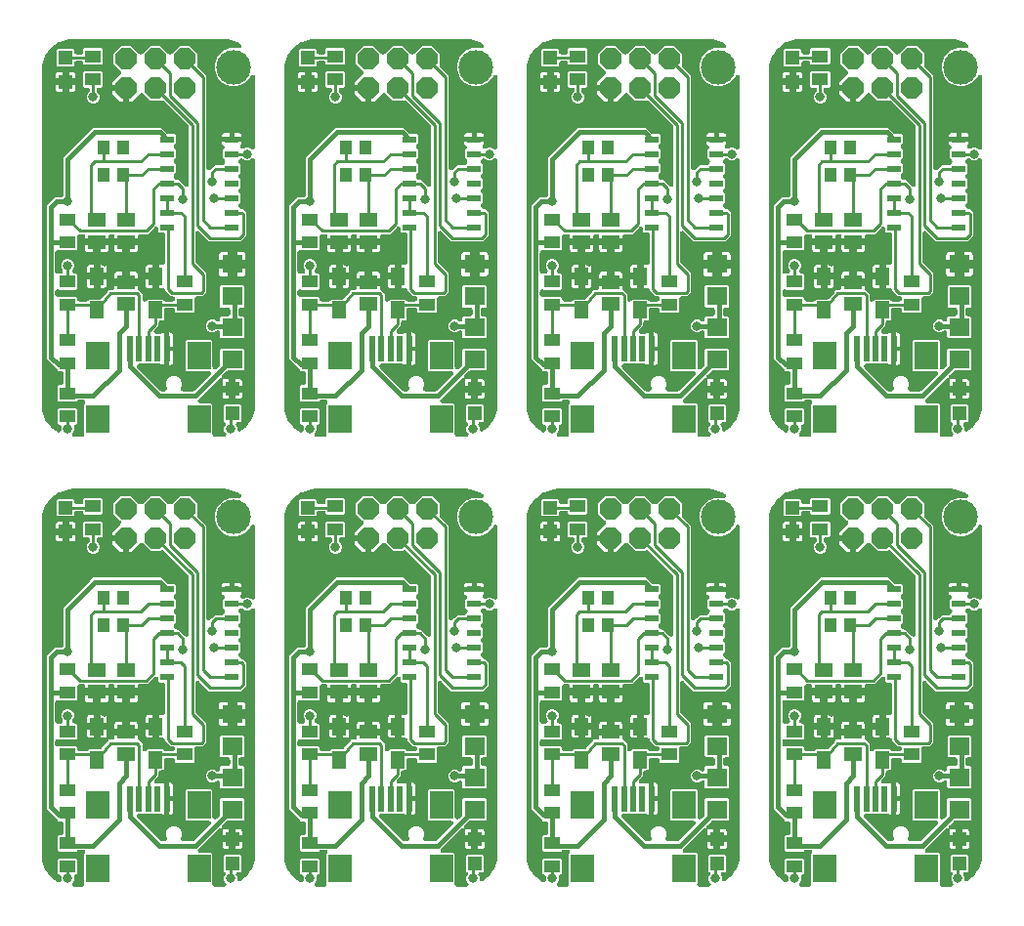
<source format=gtl>
G04 This is an RS-274x file exported by *
G04 gerbv version 2.6A *
G04 More information is available about gerbv at *
G04 http://gerbv.geda-project.org/ *
G04 --End of header info--*
%MOIN*%
%FSLAX34Y34*%
%IPPOS*%
G04 --Define apertures--*
%ADD10R,0.0551X0.0433*%
%ADD11R,0.0472X0.0472*%
%ADD12P,0.0801X8.0000X202.5000*%
%ADD13R,0.0787X0.0945*%
%ADD14R,0.0197X0.0909*%
%ADD15R,0.0472X0.0236*%
%ADD16R,0.0472X0.0591*%
%ADD17R,0.0709X0.0630*%
%ADD18R,0.0591X0.0512*%
%ADD19R,0.0433X0.0472*%
%ADD20C,0.0317*%
%ADD21C,0.0100*%
%ADD22C,0.0160*%
%ADD23C,0.0180*%
%ADD24C,0.1181*%
%ADD25R,0.0551X0.0433*%
%ADD26R,0.0472X0.0472*%
%ADD27P,0.0801X8.0000X202.5000*%
%ADD28R,0.0787X0.0945*%
%ADD29R,0.0197X0.0909*%
%ADD30R,0.0472X0.0236*%
%ADD31R,0.0472X0.0591*%
%ADD32R,0.0709X0.0630*%
%ADD33R,0.0591X0.0512*%
%ADD34R,0.0433X0.0472*%
%ADD35C,0.0317*%
%ADD36C,0.0100*%
%ADD37C,0.0160*%
%ADD38C,0.0180*%
%ADD39C,0.1181*%
%ADD40R,0.0551X0.0433*%
%ADD41R,0.0472X0.0472*%
%ADD42P,0.0801X8.0000X202.5000*%
%ADD43R,0.0787X0.0945*%
%ADD44R,0.0197X0.0909*%
%ADD45R,0.0472X0.0236*%
%ADD46R,0.0472X0.0591*%
%ADD47R,0.0709X0.0630*%
%ADD48R,0.0591X0.0512*%
%ADD49R,0.0433X0.0472*%
%ADD50C,0.0317*%
%ADD51C,0.0100*%
%ADD52C,0.0160*%
%ADD53C,0.0180*%
%ADD54C,0.1181*%
%ADD55R,0.0551X0.0433*%
%ADD56R,0.0472X0.0472*%
%ADD57P,0.0801X8.0000X202.5000*%
%ADD58R,0.0787X0.0945*%
%ADD59R,0.0197X0.0909*%
%ADD60R,0.0472X0.0236*%
%ADD61R,0.0472X0.0591*%
%ADD62R,0.0709X0.0630*%
%ADD63R,0.0591X0.0512*%
%ADD64R,0.0433X0.0472*%
%ADD65C,0.0317*%
%ADD66C,0.0100*%
%ADD67C,0.0160*%
%ADD68C,0.0180*%
%ADD69C,0.1181*%
%ADD70R,0.0551X0.0433*%
%ADD71R,0.0472X0.0472*%
%ADD72P,0.0801X8.0000X202.5000*%
%ADD73R,0.0787X0.0945*%
%ADD74R,0.0197X0.0909*%
%ADD75R,0.0472X0.0236*%
%ADD76R,0.0472X0.0591*%
%ADD77R,0.0709X0.0630*%
%ADD78R,0.0591X0.0512*%
%ADD79R,0.0433X0.0472*%
%ADD80C,0.0317*%
%ADD81C,0.0100*%
%ADD82C,0.0160*%
%ADD83C,0.0180*%
%ADD84C,0.1181*%
%ADD85R,0.0551X0.0433*%
%ADD86R,0.0472X0.0472*%
%ADD87P,0.0801X8.0000X202.5000*%
%ADD88R,0.0787X0.0945*%
%ADD89R,0.0197X0.0909*%
%ADD90R,0.0472X0.0236*%
%ADD91R,0.0472X0.0591*%
%ADD92R,0.0709X0.0630*%
%ADD93R,0.0591X0.0512*%
%ADD94R,0.0433X0.0472*%
%ADD95C,0.0317*%
%ADD96C,0.0100*%
%ADD97C,0.0160*%
%ADD98C,0.0180*%
%ADD99C,0.1181*%
%ADD100R,0.0551X0.0433*%
%ADD101R,0.0472X0.0472*%
%ADD102P,0.0801X8.0000X202.5000*%
%ADD103R,0.0787X0.0945*%
%ADD104R,0.0197X0.0909*%
%ADD105R,0.0472X0.0236*%
%ADD106R,0.0472X0.0591*%
%ADD107R,0.0709X0.0630*%
%ADD108R,0.0591X0.0512*%
%ADD109R,0.0433X0.0472*%
%ADD110C,0.0317*%
%ADD111C,0.0100*%
%ADD112C,0.0160*%
%ADD113C,0.0180*%
%ADD114C,0.1181*%
%ADD115R,0.0551X0.0433*%
%ADD116R,0.0472X0.0472*%
%ADD117P,0.0801X8.0000X202.5000*%
%ADD118R,0.0787X0.0945*%
%ADD119R,0.0197X0.0909*%
%ADD120R,0.0472X0.0236*%
%ADD121R,0.0472X0.0591*%
%ADD122R,0.0709X0.0630*%
%ADD123R,0.0591X0.0512*%
%ADD124R,0.0433X0.0472*%
%ADD125C,0.0317*%
%ADD126C,0.0100*%
%ADD127C,0.0160*%
%ADD128C,0.0180*%
%ADD129C,0.1181*%
%ADD130C,0.0079*%
G04 --Start main section--*
G36*
G01X0010136Y0019062D02*
G01X0010136Y0019062D01*
G01X0010136Y0019062D01*
G01X0010135Y0019069D01*
G01X0010134Y0019077D01*
G01X0010134Y0019077D01*
G01X0010134Y0019077D01*
G01X0010132Y0019085D01*
G01X0010129Y0019092D01*
G01X0010129Y0019092D01*
G01X0010129Y0019093D01*
G01X0010126Y0019099D01*
G01X0010122Y0019106D01*
G01X0010122Y0019106D01*
G01X0010122Y0019107D01*
G01X0010117Y0019113D01*
G01X0010112Y0019118D01*
G01X0010112Y0019119D01*
G01X0010112Y0019119D01*
G01X0010105Y0019124D01*
G01X0010099Y0019128D01*
G01X0010099Y0019128D01*
G01X0010099Y0019129D01*
G01X0010092Y0019132D01*
G01X0010085Y0019136D01*
G01X0010085Y0019136D01*
G01X0010085Y0019136D01*
G01X0010077Y0019138D01*
G01X0010070Y0019140D01*
G01X0010070Y0019140D01*
G01X0010070Y0019140D01*
G01X0010062Y0019141D01*
G01X0010054Y0019141D01*
G01X0010054Y0019141D01*
G01X0010054Y0019141D01*
G01X0010046Y0019140D01*
G01X0010039Y0019140D01*
G01X0010038Y0019139D01*
G01X0010038Y0019139D01*
G01X0010031Y0019137D01*
G01X0010024Y0019135D01*
G01X0010023Y0019135D01*
G01X0010023Y0019134D01*
G01X0010017Y0019131D01*
G01X0010010Y0019127D01*
G01X0010010Y0019127D01*
G01X0010009Y0019127D01*
G01X0010004Y0019122D01*
G01X0009998Y0019116D01*
G01X0009998Y0019116D01*
G01X0009997Y0019116D01*
G01X0009993Y0019110D01*
G01X0009988Y0019104D01*
G01X0009988Y0019104D01*
G01X0009988Y0019104D01*
G01X0009982Y0019092D01*
G01X0009960Y0019040D01*
G01X0009777Y0018857D01*
G01X0009538Y0018758D01*
G01X0009280Y0018758D01*
G01X0009040Y0018857D01*
G01X0008857Y0019040D01*
G01X0008758Y0019280D01*
G01X0008758Y0019538D01*
G01X0008857Y0019777D01*
G01X0009040Y0019960D01*
G01X0009280Y0020060D01*
G01X0009538Y0020060D01*
G01X0009557Y0020052D01*
G01X0009564Y0020050D01*
G01X0009570Y0020048D01*
G01X0009571Y0020047D01*
G01X0009573Y0020047D01*
G01X0009579Y0020046D01*
G01X0009585Y0020046D01*
G01X0009587Y0020046D01*
G01X0009588Y0020046D01*
G01X0009595Y0020046D01*
G01X0009601Y0020047D01*
G01X0009603Y0020047D01*
G01X0009604Y0020047D01*
G01X0009610Y0020049D01*
G01X0009616Y0020051D01*
G01X0009618Y0020052D01*
G01X0009619Y0020052D01*
G01X0009625Y0020055D01*
G01X0009631Y0020058D01*
G01X0009632Y0020059D01*
G01X0009633Y0020060D01*
G01X0009638Y0020064D01*
G01X0009643Y0020068D01*
G01X0009644Y0020069D01*
G01X0009645Y0020070D01*
G01X0009649Y0020075D01*
G01X0009653Y0020080D01*
G01X0009654Y0020081D01*
G01X0009655Y0020082D01*
G01X0009658Y0020088D01*
G01X0009661Y0020094D01*
G01X0009662Y0020095D01*
G01X0009662Y0020096D01*
G01X0009664Y0020102D01*
G01X0009666Y0020109D01*
G01X0009666Y0020110D01*
G01X0009667Y0020112D01*
G01X0009667Y0020118D01*
G01X0009668Y0020124D01*
G01X0009668Y0020126D01*
G01X0009668Y0020127D01*
G01X0009667Y0020134D01*
G01X0009667Y0020140D01*
G01X0009666Y0020142D01*
G01X0009666Y0020143D01*
G01X0009664Y0020149D01*
G01X0009662Y0020155D01*
G01X0009661Y0020157D01*
G01X0009661Y0020158D01*
G01X0009658Y0020164D01*
G01X0009655Y0020169D01*
G01X0009654Y0020171D01*
G01X0009653Y0020172D01*
G01X0009649Y0020177D01*
G01X0009645Y0020182D01*
G01X0009644Y0020183D01*
G01X0009643Y0020184D01*
G01X0009640Y0020186D01*
G01X0009635Y0020190D01*
G01X0009556Y0020248D01*
G01X0009551Y0020251D01*
G01X0009546Y0020254D01*
G01X0009544Y0020255D01*
G01X0009542Y0020256D01*
G01X0009539Y0020257D01*
G01X0009534Y0020259D01*
G01X0009236Y0020356D01*
G01X0009233Y0020356D01*
G01X0009230Y0020357D01*
G01X0009224Y0020358D01*
G01X0009220Y0020359D01*
G01X0009219Y0020359D01*
G01X0009217Y0020359D01*
G01X0009061Y0020372D01*
G01X0009058Y0020372D01*
G01X0009055Y0020372D01*
G01X0003937Y0020372D01*
G01X0003934Y0020372D01*
G01X0003930Y0020372D01*
G01X0003774Y0020359D01*
G01X0003771Y0020359D01*
G01X0003768Y0020359D01*
G01X0003761Y0020357D01*
G01X0003758Y0020357D01*
G01X0003757Y0020356D01*
G01X0003755Y0020356D01*
G01X0003457Y0020259D01*
G01X0003452Y0020256D01*
G01X0003446Y0020254D01*
G01X0003444Y0020253D01*
G01X0003443Y0020253D01*
G01X0003440Y0020251D01*
G01X0003435Y0020248D01*
G01X0003182Y0020063D01*
G01X0003177Y0020059D01*
G01X0003172Y0020056D01*
G01X0003171Y0020054D01*
G01X0003170Y0020053D01*
G01X0003168Y0020050D01*
G01X0003164Y0020046D01*
G01X0002980Y0019792D01*
G01X0002977Y0019787D01*
G01X0002974Y0019782D01*
G01X0002973Y0019780D01*
G01X0002972Y0019779D01*
G01X0002971Y0019775D01*
G01X0002968Y0019770D01*
G01X0002872Y0019472D01*
G01X0002871Y0019469D01*
G01X0002870Y0019467D01*
G01X0002869Y0019460D01*
G01X0002868Y0019457D01*
G01X0002868Y0019455D01*
G01X0002868Y0019454D01*
G01X0002856Y0019297D01*
G01X0002856Y0019295D01*
G01X0002855Y0019291D01*
G01X0002855Y0007874D01*
G01X0002856Y0007871D01*
G01X0002856Y0007867D01*
G01X0002868Y0007711D01*
G01X0002868Y0007708D01*
G01X0002869Y0007705D01*
G01X0002870Y0007698D01*
G01X0002871Y0007695D01*
G01X0002871Y0007694D01*
G01X0002872Y0007692D01*
G01X0002968Y0007394D01*
G01X0002971Y0007389D01*
G01X0002973Y0007383D01*
G01X0002974Y0007381D01*
G01X0002975Y0007380D01*
G01X0002977Y0007377D01*
G01X0002980Y0007372D01*
G01X0003164Y0007119D01*
G01X0003168Y0007114D01*
G01X0003172Y0007109D01*
G01X0003173Y0007108D01*
G01X0003174Y0007107D01*
G01X0003177Y0007105D01*
G01X0003182Y0007101D01*
G01X0003390Y0006949D01*
G01X0003392Y0006948D01*
G01X0003394Y0006947D01*
G01X0003399Y0006944D01*
G01X0003404Y0006941D01*
G01X0003406Y0006941D01*
G01X0003408Y0006940D01*
G01X0003413Y0006938D01*
G01X0003419Y0006936D01*
G01X0003421Y0006936D01*
G01X0003423Y0006935D01*
G01X0003429Y0006935D01*
G01X0003435Y0006934D01*
G01X0003437Y0006934D01*
G01X0003439Y0006934D01*
G01X0003445Y0006935D01*
G01X0003450Y0006935D01*
G01X0003452Y0006936D01*
G01X0003454Y0006936D01*
G01X0003460Y0006938D01*
G01X0003466Y0006939D01*
G01X0003468Y0006940D01*
G01X0003470Y0006941D01*
G01X0003475Y0006944D01*
G01X0003480Y0006946D01*
G01X0003482Y0006948D01*
G01X0003483Y0006949D01*
G01X0003488Y0006952D01*
G01X0003492Y0006956D01*
G01X0003494Y0006958D01*
G01X0003495Y0006959D01*
G01X0003499Y0006964D01*
G01X0003503Y0006968D01*
G01X0003504Y0006970D01*
G01X0003505Y0006972D01*
G01X0003508Y0006977D01*
G01X0003511Y0006982D01*
G01X0003511Y0006984D01*
G01X0003512Y0006986D01*
G01X0003514Y0006991D01*
G01X0003515Y0006997D01*
G01X0003516Y0006999D01*
G01X0003516Y0007001D01*
G01X0003517Y0007010D01*
G01X0003517Y0007013D01*
G01X0003517Y0007013D01*
G01X0003517Y0007014D01*
G01X0003517Y0007117D01*
G01X0003518Y0007123D01*
G01X0003518Y0007130D01*
G01X0003518Y0007131D01*
G01X0003518Y0007131D01*
G01X0003518Y0007138D01*
G01X0003517Y0007146D01*
G01X0003517Y0007146D01*
G01X0003517Y0007147D01*
G01X0003514Y0007154D01*
G01X0003512Y0007161D01*
G01X0003512Y0007161D01*
G01X0003512Y0007162D01*
G01X0003508Y0007168D01*
G01X0003505Y0007175D01*
G01X0003504Y0007175D01*
G01X0003504Y0007176D01*
G01X0003499Y0007181D01*
G01X0003494Y0007187D01*
G01X0003494Y0007187D01*
G01X0003494Y0007188D01*
G01X0003488Y0007192D01*
G01X0003482Y0007197D01*
G01X0003481Y0007197D01*
G01X0003481Y0007197D01*
G01X0003474Y0007201D01*
G01X0003468Y0007204D01*
G01X0003467Y0007204D01*
G01X0003467Y0007204D01*
G01X0003460Y0007206D01*
G01X0003453Y0007208D01*
G01X0003452Y0007208D01*
G01X0003452Y0007209D01*
G01X0003438Y0007210D01*
G01X0003435Y0007210D01*
G01X0003400Y0007245D01*
G01X0003400Y0007728D01*
G01X0003435Y0007763D01*
G01X0004036Y0007763D01*
G01X0004071Y0007728D01*
G01X0004071Y0007245D01*
G01X0004036Y0007210D01*
G01X0004033Y0007210D01*
G01X0004032Y0007210D01*
G01X0004032Y0007210D01*
G01X0004025Y0007209D01*
G01X0004017Y0007208D01*
G01X0004017Y0007208D01*
G01X0004016Y0007208D01*
G01X0004009Y0007206D01*
G01X0004002Y0007203D01*
G01X0004002Y0007203D01*
G01X0004001Y0007203D01*
G01X0003995Y0007199D01*
G01X0003988Y0007196D01*
G01X0003988Y0007196D01*
G01X0003987Y0007195D01*
G01X0003982Y0007190D01*
G01X0003976Y0007186D01*
G01X0003976Y0007185D01*
G01X0003975Y0007185D01*
G01X0003971Y0007179D01*
G01X0003966Y0007173D01*
G01X0003966Y0007173D01*
G01X0003965Y0007172D01*
G01X0003962Y0007166D01*
G01X0003959Y0007159D01*
G01X0003959Y0007159D01*
G01X0003958Y0007158D01*
G01X0003956Y0007151D01*
G01X0003954Y0007144D01*
G01X0003954Y0007144D01*
G01X0003954Y0007143D01*
G01X0003954Y0007136D01*
G01X0003953Y0007128D01*
G01X0003953Y0007128D01*
G01X0003953Y0007127D01*
G01X0003954Y0007120D01*
G01X0003954Y0007118D01*
G01X0003954Y0007024D01*
G01X0003921Y0006944D01*
G01X0003906Y0006929D01*
G01X0003906Y0006929D01*
G01X0003906Y0006928D01*
G01X0003901Y0006923D01*
G01X0003896Y0006917D01*
G01X0003896Y0006916D01*
G01X0003896Y0006916D01*
G01X0003892Y0006909D01*
G01X0003889Y0006903D01*
G01X0003889Y0006902D01*
G01X0003888Y0006902D01*
G01X0003886Y0006895D01*
G01X0003884Y0006887D01*
G01X0003884Y0006887D01*
G01X0003884Y0006887D01*
G01X0003883Y0006879D01*
G01X0003883Y0006872D01*
G01X0003883Y0006871D01*
G01X0003883Y0006871D01*
G01X0003884Y0006864D01*
G01X0003884Y0006856D01*
G01X0003885Y0006856D01*
G01X0003885Y0006855D01*
G01X0003887Y0006848D01*
G01X0003889Y0006841D01*
G01X0003889Y0006841D01*
G01X0003890Y0006840D01*
G01X0003893Y0006834D01*
G01X0003897Y0006827D01*
G01X0003897Y0006827D01*
G01X0003897Y0006826D01*
G01X0003902Y0006821D01*
G01X0003907Y0006815D01*
G01X0003907Y0006815D01*
G01X0003908Y0006814D01*
G01X0003914Y0006810D01*
G01X0003920Y0006805D01*
G01X0003920Y0006805D01*
G01X0003920Y0006805D01*
G01X0003927Y0006801D01*
G01X0003934Y0006798D01*
G01X0003934Y0006798D01*
G01X0003934Y0006798D01*
G01X0003942Y0006796D01*
G01X0003949Y0006794D01*
G01X0003949Y0006794D01*
G01X0003950Y0006794D01*
G01X0003963Y0006792D01*
G01X0004232Y0006792D01*
G01X0004232Y0006792D01*
G01X0004232Y0006792D01*
G01X0004240Y0006793D01*
G01X0004247Y0006794D01*
G01X0004248Y0006794D01*
G01X0004248Y0006794D01*
G01X0004255Y0006796D01*
G01X0004263Y0006799D01*
G01X0004263Y0006799D01*
G01X0004263Y0006799D01*
G01X0004270Y0006803D01*
G01X0004277Y0006806D01*
G01X0004277Y0006806D01*
G01X0004277Y0006807D01*
G01X0004283Y0006812D01*
G01X0004289Y0006816D01*
G01X0004289Y0006817D01*
G01X0004289Y0006817D01*
G01X0004294Y0006823D01*
G01X0004299Y0006829D01*
G01X0004299Y0006829D01*
G01X0004299Y0006829D01*
G01X0004303Y0006836D01*
G01X0004306Y0006843D01*
G01X0004306Y0006843D01*
G01X0004306Y0006843D01*
G01X0004308Y0006851D01*
G01X0004310Y0006858D01*
G01X0004310Y0006858D01*
G01X0004311Y0006859D01*
G01X0004311Y0006866D01*
G01X0004312Y0006874D01*
G01X0004312Y0006874D01*
G01X0004312Y0006875D01*
G01X0004311Y0006882D01*
G01X0004310Y0006890D01*
G01X0004310Y0006890D01*
G01X0004310Y0006890D01*
G01X0004310Y0006891D01*
G01X0004310Y0007902D01*
G01X0004323Y0007916D01*
G01X0004323Y0007916D01*
G01X0004324Y0007916D01*
G01X0004328Y0007922D01*
G01X0004333Y0007928D01*
G01X0004333Y0007928D01*
G01X0004334Y0007929D01*
G01X0004337Y0007935D01*
G01X0004341Y0007942D01*
G01X0004341Y0007942D01*
G01X0004341Y0007943D01*
G01X0004343Y0007950D01*
G01X0004345Y0007957D01*
G01X0004345Y0007958D01*
G01X0004345Y0007958D01*
G01X0004346Y0007966D01*
G01X0004347Y0007973D01*
G01X0004346Y0007973D01*
G01X0004347Y0007974D01*
G01X0004346Y0007981D01*
G01X0004345Y0007989D01*
G01X0004345Y0007989D01*
G01X0004345Y0007990D01*
G01X0004342Y0007997D01*
G01X0004340Y0008004D01*
G01X0004340Y0008004D01*
G01X0004340Y0008005D01*
G01X0004336Y0008011D01*
G01X0004332Y0008018D01*
G01X0004332Y0008018D01*
G01X0004332Y0008018D01*
G01X0004327Y0008024D01*
G01X0004322Y0008030D01*
G01X0004322Y0008030D01*
G01X0004322Y0008030D01*
G01X0004316Y0008035D01*
G01X0004310Y0008040D01*
G01X0004309Y0008040D01*
G01X0004309Y0008040D01*
G01X0004302Y0008043D01*
G01X0004295Y0008047D01*
G01X0004295Y0008047D01*
G01X0004295Y0008047D01*
G01X0004288Y0008049D01*
G01X0004280Y0008051D01*
G01X0004280Y0008051D01*
G01X0004280Y0008051D01*
G01X0004267Y0008052D01*
G01X0004125Y0008052D01*
G01X0004124Y0008052D01*
G01X0004123Y0008052D01*
G01X0004116Y0008052D01*
G01X0004109Y0008051D01*
G01X0004108Y0008051D01*
G01X0004107Y0008050D01*
G01X0004100Y0008048D01*
G01X0004094Y0008046D01*
G01X0004093Y0008046D01*
G01X0004092Y0008045D01*
G01X0004086Y0008042D01*
G01X0004080Y0008039D01*
G01X0004079Y0008038D01*
G01X0004078Y0008037D01*
G01X0004068Y0008029D01*
G01X0004036Y0007997D01*
G01X0003435Y0007997D01*
G01X0003400Y0008032D01*
G01X0003400Y0008515D01*
G01X0003435Y0008550D01*
G01X0003516Y0008550D01*
G01X0003516Y0008550D01*
G01X0003517Y0008550D01*
G01X0003524Y0008551D01*
G01X0003532Y0008552D01*
G01X0003532Y0008552D01*
G01X0003533Y0008552D01*
G01X0003540Y0008554D01*
G01X0003547Y0008556D01*
G01X0003547Y0008557D01*
G01X0003548Y0008557D01*
G01X0003554Y0008561D01*
G01X0003561Y0008564D01*
G01X0003561Y0008564D01*
G01X0003562Y0008565D01*
G01X0003567Y0008569D01*
G01X0003573Y0008574D01*
G01X0003573Y0008575D01*
G01X0003574Y0008575D01*
G01X0003578Y0008581D01*
G01X0003583Y0008586D01*
G01X0003583Y0008587D01*
G01X0003583Y0008588D01*
G01X0003587Y0008594D01*
G01X0003590Y0008601D01*
G01X0003590Y0008601D01*
G01X0003591Y0008602D01*
G01X0003592Y0008609D01*
G01X0003594Y0008616D01*
G01X0003594Y0008616D01*
G01X0003595Y0008617D01*
G01X0003596Y0008630D01*
G01X0003596Y0008942D01*
G01X0003596Y0008943D01*
G01X0003596Y0008944D01*
G01X0003595Y0008951D01*
G01X0003594Y0008958D01*
G01X0003594Y0008959D01*
G01X0003594Y0008959D01*
G01X0003592Y0008966D01*
G01X0003589Y0008973D01*
G01X0003589Y0008974D01*
G01X0003589Y0008974D01*
G01X0003585Y0008981D01*
G01X0003582Y0008987D01*
G01X0003581Y0008988D01*
G01X0003581Y0008988D01*
G01X0003576Y0008994D01*
G01X0003572Y0008999D01*
G01X0003571Y0009000D01*
G01X0003571Y0009000D01*
G01X0003565Y0009005D01*
G01X0003559Y0009009D01*
G01X0003559Y0009009D01*
G01X0003558Y0009010D01*
G01X0003552Y0009013D01*
G01X0003545Y0009016D01*
G01X0003545Y0009017D01*
G01X0003544Y0009017D01*
G01X0003537Y0009019D01*
G01X0003530Y0009021D01*
G01X0003529Y0009021D01*
G01X0003529Y0009021D01*
G01X0003516Y0009022D01*
G01X0003435Y0009022D01*
G01X0003399Y0009058D01*
G01X0003399Y0009063D01*
G01X0003398Y0009064D01*
G01X0003398Y0009065D01*
G01X0003396Y0009071D01*
G01X0003394Y0009078D01*
G01X0003393Y0009079D01*
G01X0003393Y0009080D01*
G01X0003390Y0009086D01*
G01X0003386Y0009092D01*
G01X0003386Y0009093D01*
G01X0003385Y0009093D01*
G01X0003377Y0009103D01*
G01X0003033Y0009447D01*
G01X0003033Y0014688D01*
G01X0003303Y0014957D01*
G01X0003516Y0014957D01*
G01X0003516Y0014958D01*
G01X0003517Y0014957D01*
G01X0003524Y0014958D01*
G01X0003532Y0014959D01*
G01X0003532Y0014959D01*
G01X0003533Y0014959D01*
G01X0003540Y0014962D01*
G01X0003547Y0014964D01*
G01X0003547Y0014964D01*
G01X0003548Y0014964D01*
G01X0003554Y0014968D01*
G01X0003561Y0014971D01*
G01X0003561Y0014972D01*
G01X0003562Y0014972D01*
G01X0003567Y0014977D01*
G01X0003573Y0014981D01*
G01X0003573Y0014982D01*
G01X0003574Y0014982D01*
G01X0003578Y0014988D01*
G01X0003583Y0014994D01*
G01X0003583Y0014994D01*
G01X0003583Y0014995D01*
G01X0003587Y0015001D01*
G01X0003590Y0015008D01*
G01X0003590Y0015008D01*
G01X0003591Y0015009D01*
G01X0003592Y0015016D01*
G01X0003594Y0015023D01*
G01X0003594Y0015024D01*
G01X0003595Y0015024D01*
G01X0003596Y0015037D01*
G01X0003596Y0016313D01*
G01X0003701Y0016418D01*
G01X0003701Y0016418D01*
G01X0004510Y0017227D01*
G01X0004615Y0017332D01*
G01X0006941Y0017332D01*
G01X0007130Y0017144D01*
G01X0007131Y0017143D01*
G01X0007131Y0017142D01*
G01X0007137Y0017138D01*
G01X0007142Y0017134D01*
G01X0007143Y0017133D01*
G01X0007144Y0017133D01*
G01X0007150Y0017130D01*
G01X0007156Y0017127D01*
G01X0007157Y0017126D01*
G01X0007158Y0017126D01*
G01X0007165Y0017124D01*
G01X0007171Y0017122D01*
G01X0007172Y0017122D01*
G01X0007173Y0017122D01*
G01X0007186Y0017121D01*
G01X0007394Y0017121D01*
G01X0007430Y0017085D01*
G01X0007430Y0016799D01*
G01X0007379Y0016749D01*
G01X0007379Y0016748D01*
G01X0007378Y0016748D01*
G01X0007374Y0016742D01*
G01X0007369Y0016737D01*
G01X0007369Y0016736D01*
G01X0007368Y0016736D01*
G01X0007365Y0016729D01*
G01X0007362Y0016723D01*
G01X0007361Y0016722D01*
G01X0007361Y0016721D01*
G01X0007359Y0016714D01*
G01X0007357Y0016707D01*
G01X0007357Y0016707D01*
G01X0007357Y0016706D01*
G01X0007356Y0016699D01*
G01X0007356Y0016692D01*
G01X0007356Y0016691D01*
G01X0007356Y0016690D01*
G01X0007357Y0016683D01*
G01X0007357Y0016676D01*
G01X0007358Y0016675D01*
G01X0007358Y0016675D01*
G01X0007360Y0016668D01*
G01X0007362Y0016661D01*
G01X0007363Y0016660D01*
G01X0007363Y0016660D01*
G01X0007366Y0016653D01*
G01X0007370Y0016647D01*
G01X0007370Y0016646D01*
G01X0007371Y0016646D01*
G01X0007379Y0016636D01*
G01X0007430Y0016585D01*
G01X0007430Y0016299D01*
G01X0007379Y0016249D01*
G01X0007379Y0016248D01*
G01X0007378Y0016248D01*
G01X0007374Y0016242D01*
G01X0007369Y0016237D01*
G01X0007369Y0016236D01*
G01X0007368Y0016236D01*
G01X0007365Y0016229D01*
G01X0007362Y0016223D01*
G01X0007361Y0016222D01*
G01X0007361Y0016221D01*
G01X0007359Y0016214D01*
G01X0007357Y0016207D01*
G01X0007357Y0016207D01*
G01X0007357Y0016206D01*
G01X0007356Y0016199D01*
G01X0007356Y0016192D01*
G01X0007356Y0016191D01*
G01X0007356Y0016190D01*
G01X0007357Y0016183D01*
G01X0007357Y0016176D01*
G01X0007358Y0016175D01*
G01X0007358Y0016175D01*
G01X0007360Y0016168D01*
G01X0007362Y0016161D01*
G01X0007363Y0016160D01*
G01X0007363Y0016160D01*
G01X0007366Y0016153D01*
G01X0007370Y0016147D01*
G01X0007370Y0016146D01*
G01X0007371Y0016146D01*
G01X0007379Y0016136D01*
G01X0007430Y0016085D01*
G01X0007430Y0015799D01*
G01X0007379Y0015749D01*
G01X0007379Y0015748D01*
G01X0007378Y0015748D01*
G01X0007374Y0015742D01*
G01X0007369Y0015737D01*
G01X0007369Y0015736D01*
G01X0007368Y0015735D01*
G01X0007365Y0015729D01*
G01X0007362Y0015723D01*
G01X0007361Y0015722D01*
G01X0007361Y0015721D01*
G01X0007359Y0015714D01*
G01X0007357Y0015707D01*
G01X0007357Y0015707D01*
G01X0007357Y0015706D01*
G01X0007356Y0015699D01*
G01X0007356Y0015692D01*
G01X0007356Y0015691D01*
G01X0007356Y0015690D01*
G01X0007357Y0015683D01*
G01X0007357Y0015676D01*
G01X0007358Y0015675D01*
G01X0007358Y0015675D01*
G01X0007360Y0015668D01*
G01X0007362Y0015661D01*
G01X0007363Y0015660D01*
G01X0007363Y0015660D01*
G01X0007366Y0015653D01*
G01X0007370Y0015647D01*
G01X0007370Y0015646D01*
G01X0007371Y0015646D01*
G01X0007379Y0015636D01*
G01X0007439Y0015576D01*
G01X0007440Y0015575D01*
G01X0007441Y0015574D01*
G01X0007446Y0015570D01*
G01X0007451Y0015566D01*
G01X0007452Y0015565D01*
G01X0007453Y0015565D01*
G01X0007459Y0015562D01*
G01X0007465Y0015558D01*
G01X0007466Y0015558D01*
G01X0007467Y0015558D01*
G01X0007474Y0015556D01*
G01X0007481Y0015554D01*
G01X0007482Y0015554D01*
G01X0007483Y0015554D01*
G01X0007496Y0015552D01*
G01X0007531Y0015552D01*
G01X0007619Y0015465D01*
G01X0007739Y0015345D01*
G01X0007739Y0015344D01*
G01X0007740Y0015344D01*
G01X0007746Y0015339D01*
G01X0007751Y0015335D01*
G01X0007752Y0015334D01*
G01X0007752Y0015334D01*
G01X0007759Y0015331D01*
G01X0007765Y0015327D01*
G01X0007766Y0015327D01*
G01X0007766Y0015327D01*
G01X0007773Y0015325D01*
G01X0007781Y0015323D01*
G01X0007781Y0015323D01*
G01X0007781Y0015322D01*
G01X0007789Y0015322D01*
G01X0007796Y0015321D01*
G01X0007797Y0015321D01*
G01X0007797Y0015321D01*
G01X0007805Y0015322D01*
G01X0007812Y0015323D01*
G01X0007813Y0015323D01*
G01X0007813Y0015323D01*
G01X0007820Y0015325D01*
G01X0007827Y0015328D01*
G01X0007828Y0015328D01*
G01X0007828Y0015328D01*
G01X0007835Y0015332D01*
G01X0007841Y0015335D01*
G01X0007841Y0015336D01*
G01X0007842Y0015336D01*
G01X0007847Y0015341D01*
G01X0007853Y0015346D01*
G01X0007853Y0015346D01*
G01X0007854Y0015346D01*
G01X0007858Y0015352D01*
G01X0007863Y0015358D01*
G01X0007863Y0015358D01*
G01X0007863Y0015359D01*
G01X0007867Y0015365D01*
G01X0007870Y0015372D01*
G01X0007870Y0015372D01*
G01X0007871Y0015373D01*
G01X0007872Y0015380D01*
G01X0007875Y0015387D01*
G01X0007875Y0015388D01*
G01X0007875Y0015388D01*
G01X0007876Y0015401D01*
G01X0007876Y0017364D01*
G01X0007876Y0017365D01*
G01X0007876Y0017366D01*
G01X0007875Y0017373D01*
G01X0007874Y0017380D01*
G01X0007874Y0017380D01*
G01X0007874Y0017382D01*
G01X0007872Y0017388D01*
G01X0007869Y0017395D01*
G01X0007869Y0017396D01*
G01X0007869Y0017397D01*
G01X0007865Y0017403D01*
G01X0007862Y0017409D01*
G01X0007861Y0017409D01*
G01X0007861Y0017410D01*
G01X0007852Y0017420D01*
G01X0007019Y0018254D01*
G01X0007018Y0018254D01*
G01X0007018Y0018255D01*
G01X0007012Y0018259D01*
G01X0007006Y0018264D01*
G01X0007006Y0018264D01*
G01X0007005Y0018265D01*
G01X0006999Y0018268D01*
G01X0006992Y0018271D01*
G01X0006992Y0018272D01*
G01X0006991Y0018272D01*
G01X0006984Y0018274D01*
G01X0006977Y0018276D01*
G01X0006976Y0018276D01*
G01X0006976Y0018276D01*
G01X0006969Y0018277D01*
G01X0006961Y0018277D01*
G01X0006961Y0018277D01*
G01X0006960Y0018277D01*
G01X0006953Y0018276D01*
G01X0006946Y0018276D01*
G01X0006945Y0018275D01*
G01X0006944Y0018275D01*
G01X0006937Y0018273D01*
G01X0006930Y0018271D01*
G01X0006930Y0018271D01*
G01X0006929Y0018270D01*
G01X0006923Y0018267D01*
G01X0006917Y0018263D01*
G01X0006916Y0018263D01*
G01X0006915Y0018262D01*
G01X0006915Y0018262D01*
G01X0006558Y0018262D01*
G01X0006321Y0018499D01*
G01X0006320Y0018500D01*
G01X0006320Y0018500D01*
G01X0006314Y0018505D01*
G01X0006308Y0018509D01*
G01X0006308Y0018510D01*
G01X0006307Y0018510D01*
G01X0006301Y0018514D01*
G01X0006294Y0018517D01*
G01X0006294Y0018517D01*
G01X0006293Y0018517D01*
G01X0006286Y0018519D01*
G01X0006279Y0018521D01*
G01X0006278Y0018521D01*
G01X0006278Y0018522D01*
G01X0006270Y0018522D01*
G01X0006263Y0018523D01*
G01X0006263Y0018523D01*
G01X0006262Y0018523D01*
G01X0006255Y0018522D01*
G01X0006248Y0018521D01*
G01X0006247Y0018521D01*
G01X0006246Y0018521D01*
G01X0006239Y0018519D01*
G01X0006232Y0018516D01*
G01X0006232Y0018516D01*
G01X0006231Y0018516D01*
G01X0006225Y0018512D01*
G01X0006219Y0018509D01*
G01X0006218Y0018508D01*
G01X0006217Y0018508D01*
G01X0006207Y0018499D01*
G01X0005930Y0018222D01*
G01X0005836Y0018222D01*
G01X0005836Y0018672D01*
G01X0005836Y0018673D01*
G01X0005836Y0018674D01*
G01X0005835Y0018681D01*
G01X0005834Y0018688D01*
G01X0005834Y0018689D01*
G01X0005834Y0018690D01*
G01X0005832Y0018696D01*
G01X0005829Y0018703D01*
G01X0005829Y0018704D01*
G01X0005829Y0018705D01*
G01X0005825Y0018711D01*
G01X0005822Y0018717D01*
G01X0005821Y0018718D01*
G01X0005821Y0018718D01*
G01X0005816Y0018724D01*
G01X0005812Y0018729D01*
G01X0005811Y0018730D01*
G01X0005811Y0018730D01*
G01X0005805Y0018735D01*
G01X0005799Y0018739D01*
G01X0005799Y0018740D01*
G01X0005798Y0018740D01*
G01X0005792Y0018743D01*
G01X0005789Y0018745D01*
G01X0005785Y0018751D01*
G01X0005782Y0018757D01*
G01X0005781Y0018758D01*
G01X0005781Y0018758D01*
G01X0005776Y0018764D01*
G01X0005772Y0018769D01*
G01X0005771Y0018770D01*
G01X0005771Y0018770D01*
G01X0005765Y0018775D01*
G01X0005759Y0018779D01*
G01X0005759Y0018780D01*
G01X0005758Y0018780D01*
G01X0005752Y0018783D01*
G01X0005745Y0018787D01*
G01X0005745Y0018787D01*
G01X0005744Y0018787D01*
G01X0005737Y0018789D01*
G01X0005730Y0018791D01*
G01X0005729Y0018791D01*
G01X0005729Y0018791D01*
G01X0005716Y0018792D01*
G01X0005266Y0018792D01*
G01X0005266Y0018887D01*
G01X0005543Y0019164D01*
G01X0005543Y0019165D01*
G01X0005544Y0019165D01*
G01X0005548Y0019171D01*
G01X0005553Y0019176D01*
G01X0005553Y0019177D01*
G01X0005554Y0019178D01*
G01X0005557Y0019184D01*
G01X0005560Y0019190D01*
G01X0005560Y0019191D01*
G01X0005561Y0019192D01*
G01X0005563Y0019199D01*
G01X0005565Y0019206D01*
G01X0005565Y0019206D01*
G01X0005565Y0019207D01*
G01X0005566Y0019214D01*
G01X0005566Y0019221D01*
G01X0005566Y0019222D01*
G01X0005566Y0019223D01*
G01X0005565Y0019230D01*
G01X0005564Y0019237D01*
G01X0005564Y0019238D01*
G01X0005564Y0019239D01*
G01X0005562Y0019245D01*
G01X0005560Y0019252D01*
G01X0005559Y0019253D01*
G01X0005559Y0019254D01*
G01X0005555Y0019260D01*
G01X0005552Y0019266D01*
G01X0005552Y0019267D01*
G01X0005551Y0019267D01*
G01X0005543Y0019277D01*
G01X0005306Y0019514D01*
G01X0005306Y0019871D01*
G01X0005558Y0020122D01*
G01X0005914Y0020122D01*
G01X0006179Y0019857D01*
G01X0006180Y0019857D01*
G01X0006180Y0019856D01*
G01X0006186Y0019852D01*
G01X0006191Y0019847D01*
G01X0006192Y0019847D01*
G01X0006193Y0019846D01*
G01X0006199Y0019843D01*
G01X0006205Y0019840D01*
G01X0006206Y0019839D01*
G01X0006207Y0019839D01*
G01X0006214Y0019837D01*
G01X0006221Y0019835D01*
G01X0006221Y0019835D01*
G01X0006222Y0019835D01*
G01X0006229Y0019834D01*
G01X0006236Y0019834D01*
G01X0006237Y0019834D01*
G01X0006238Y0019834D01*
G01X0006245Y0019835D01*
G01X0006252Y0019835D01*
G01X0006253Y0019836D01*
G01X0006254Y0019836D01*
G01X0006260Y0019838D01*
G01X0006267Y0019840D01*
G01X0006268Y0019841D01*
G01X0006269Y0019841D01*
G01X0006275Y0019844D01*
G01X0006281Y0019848D01*
G01X0006282Y0019848D01*
G01X0006282Y0019849D01*
G01X0006292Y0019857D01*
G01X0006558Y0020122D01*
G01X0006914Y0020122D01*
G01X0007179Y0019857D01*
G01X0007180Y0019857D01*
G01X0007180Y0019856D01*
G01X0007186Y0019852D01*
G01X0007191Y0019847D01*
G01X0007192Y0019847D01*
G01X0007193Y0019846D01*
G01X0007199Y0019843D01*
G01X0007205Y0019840D01*
G01X0007206Y0019839D01*
G01X0007207Y0019839D01*
G01X0007214Y0019837D01*
G01X0007221Y0019835D01*
G01X0007221Y0019835D01*
G01X0007222Y0019835D01*
G01X0007229Y0019834D01*
G01X0007236Y0019834D01*
G01X0007237Y0019834D01*
G01X0007238Y0019834D01*
G01X0007245Y0019835D01*
G01X0007252Y0019835D01*
G01X0007253Y0019836D01*
G01X0007254Y0019836D01*
G01X0007260Y0019838D01*
G01X0007267Y0019840D01*
G01X0007268Y0019841D01*
G01X0007269Y0019841D01*
G01X0007275Y0019844D01*
G01X0007281Y0019848D01*
G01X0007282Y0019848D01*
G01X0007282Y0019849D01*
G01X0007292Y0019857D01*
G01X0007558Y0020122D01*
G01X0007914Y0020122D01*
G01X0008166Y0019871D01*
G01X0008166Y0019512D01*
G01X0008164Y0019510D01*
G01X0008164Y0019510D01*
G01X0008163Y0019509D01*
G01X0008160Y0019503D01*
G01X0008157Y0019496D01*
G01X0008156Y0019496D01*
G01X0008156Y0019495D01*
G01X0008154Y0019488D01*
G01X0008152Y0019481D01*
G01X0008152Y0019481D01*
G01X0008152Y0019480D01*
G01X0008151Y0019473D01*
G01X0008151Y0019465D01*
G01X0008151Y0019465D01*
G01X0008151Y0019464D01*
G01X0008152Y0019457D01*
G01X0008152Y0019450D01*
G01X0008153Y0019449D01*
G01X0008153Y0019448D01*
G01X0008155Y0019441D01*
G01X0008157Y0019435D01*
G01X0008158Y0019434D01*
G01X0008158Y0019433D01*
G01X0008161Y0019427D01*
G01X0008165Y0019421D01*
G01X0008165Y0019420D01*
G01X0008166Y0019420D01*
G01X0008174Y0019410D01*
G01X0008471Y0019113D01*
G01X0008471Y0015964D01*
G01X0008471Y0015963D01*
G01X0008471Y0015963D01*
G01X0008472Y0015955D01*
G01X0008472Y0015948D01*
G01X0008472Y0015947D01*
G01X0008472Y0015947D01*
G01X0008475Y0015940D01*
G01X0008477Y0015933D01*
G01X0008477Y0015932D01*
G01X0008477Y0015932D01*
G01X0008481Y0015925D01*
G01X0008485Y0015919D01*
G01X0008485Y0015918D01*
G01X0008485Y0015918D01*
G01X0008490Y0015912D01*
G01X0008495Y0015907D01*
G01X0008495Y0015906D01*
G01X0008495Y0015906D01*
G01X0008501Y0015901D01*
G01X0008507Y0015897D01*
G01X0008507Y0015896D01*
G01X0008508Y0015896D01*
G01X0008514Y0015893D01*
G01X0008521Y0015889D01*
G01X0008521Y0015889D01*
G01X0008522Y0015889D01*
G01X0008529Y0015887D01*
G01X0008536Y0015885D01*
G01X0008537Y0015885D01*
G01X0008537Y0015885D01*
G01X0008545Y0015884D01*
G01X0008552Y0015884D01*
G01X0008552Y0015884D01*
G01X0008553Y0015884D01*
G01X0008560Y0015885D01*
G01X0008568Y0015885D01*
G01X0008568Y0015886D01*
G01X0008569Y0015886D01*
G01X0008576Y0015888D01*
G01X0008583Y0015890D01*
G01X0008583Y0015891D01*
G01X0008584Y0015891D01*
G01X0008590Y0015894D01*
G01X0008597Y0015898D01*
G01X0008597Y0015898D01*
G01X0008597Y0015899D01*
G01X0008607Y0015907D01*
G01X0008651Y0015951D01*
G01X0008651Y0015951D01*
G01X0008753Y0016052D01*
G01X0008976Y0016052D01*
G01X0008977Y0016052D01*
G01X0008978Y0016052D01*
G01X0008985Y0016053D01*
G01X0008992Y0016054D01*
G01X0008993Y0016054D01*
G01X0008994Y0016054D01*
G01X0009000Y0016057D01*
G01X0009007Y0016059D01*
G01X0009008Y0016059D01*
G01X0009009Y0016060D01*
G01X0009015Y0016063D01*
G01X0009021Y0016066D01*
G01X0009021Y0016067D01*
G01X0009022Y0016067D01*
G01X0009032Y0016076D01*
G01X0009092Y0016136D01*
G01X0009093Y0016136D01*
G01X0009093Y0016137D01*
G01X0009098Y0016143D01*
G01X0009102Y0016148D01*
G01X0009103Y0016149D01*
G01X0009103Y0016149D01*
G01X0009106Y0016156D01*
G01X0009110Y0016162D01*
G01X0009110Y0016163D01*
G01X0009110Y0016163D01*
G01X0009112Y0016170D01*
G01X0009114Y0016177D01*
G01X0009114Y0016178D01*
G01X0009115Y0016179D01*
G01X0009115Y0016186D01*
G01X0009116Y0016193D01*
G01X0009116Y0016194D01*
G01X0009116Y0016195D01*
G01X0009115Y0016202D01*
G01X0009114Y0016209D01*
G01X0009114Y0016210D01*
G01X0009114Y0016210D01*
G01X0009111Y0016217D01*
G01X0009109Y0016224D01*
G01X0009109Y0016225D01*
G01X0009109Y0016225D01*
G01X0009105Y0016231D01*
G01X0009102Y0016238D01*
G01X0009101Y0016238D01*
G01X0009101Y0016239D01*
G01X0009092Y0016249D01*
G01X0009042Y0016299D01*
G01X0009042Y0016585D01*
G01X0009068Y0016612D01*
G01X0009070Y0016614D01*
G01X0009073Y0016617D01*
G01X0009075Y0016621D01*
G01X0009078Y0016624D01*
G01X0009080Y0016627D01*
G01X0009082Y0016630D01*
G01X0009084Y0016634D01*
G01X0009086Y0016638D01*
G01X0009087Y0016641D01*
G01X0009088Y0016644D01*
G01X0009089Y0016649D01*
G01X0009090Y0016653D01*
G01X0009091Y0016657D01*
G01X0009091Y0016660D01*
G01X0009091Y0016664D01*
G01X0009092Y0016669D01*
G01X0009091Y0016672D01*
G01X0009091Y0016676D01*
G01X0009091Y0016680D01*
G01X0009090Y0016685D01*
G01X0009089Y0016688D01*
G01X0009088Y0016691D01*
G01X0009087Y0016696D01*
G01X0009085Y0016700D01*
G01X0009084Y0016703D01*
G01X0009082Y0016706D01*
G01X0009080Y0016710D01*
G01X0009078Y0016714D01*
G01X0009076Y0016716D01*
G01X0009074Y0016719D01*
G01X0009070Y0016722D01*
G01X0009067Y0016726D01*
G01X0009065Y0016728D01*
G01X0009063Y0016730D01*
G01X0009058Y0016734D01*
G01X0009055Y0016736D01*
G01X0009053Y0016737D01*
G01X0009052Y0016738D01*
G01X0009040Y0016744D01*
G01X0009022Y0016763D01*
G01X0009009Y0016786D01*
G01X0009002Y0016811D01*
G01X0009002Y0016862D01*
G01X0009338Y0016862D01*
G01X0009674Y0016862D01*
G01X0009674Y0016811D01*
G01X0009668Y0016786D01*
G01X0009654Y0016763D01*
G01X0009649Y0016758D01*
G01X0009649Y0016758D01*
G01X0009649Y0016758D01*
G01X0009644Y0016752D01*
G01X0009639Y0016746D01*
G01X0009639Y0016745D01*
G01X0009639Y0016745D01*
G01X0009635Y0016738D01*
G01X0009632Y0016732D01*
G01X0009632Y0016731D01*
G01X0009632Y0016731D01*
G01X0009629Y0016724D01*
G01X0009627Y0016716D01*
G01X0009627Y0016716D01*
G01X0009627Y0016716D01*
G01X0009627Y0016708D01*
G01X0009626Y0016701D01*
G01X0009626Y0016700D01*
G01X0009626Y0016700D01*
G01X0009627Y0016693D01*
G01X0009628Y0016685D01*
G01X0009628Y0016685D01*
G01X0009628Y0016684D01*
G01X0009630Y0016677D01*
G01X0009632Y0016670D01*
G01X0009632Y0016670D01*
G01X0009632Y0016669D01*
G01X0009636Y0016663D01*
G01X0009640Y0016656D01*
G01X0009640Y0016656D01*
G01X0009640Y0016656D01*
G01X0009645Y0016650D01*
G01X0009650Y0016644D01*
G01X0009650Y0016644D01*
G01X0009651Y0016643D01*
G01X0009657Y0016639D01*
G01X0009663Y0016634D01*
G01X0009663Y0016634D01*
G01X0009663Y0016634D01*
G01X0009670Y0016630D01*
G01X0009677Y0016627D01*
G01X0009677Y0016627D01*
G01X0009677Y0016627D01*
G01X0009685Y0016625D01*
G01X0009692Y0016622D01*
G01X0009692Y0016622D01*
G01X0009692Y0016622D01*
G01X0009700Y0016622D01*
G01X0009708Y0016621D01*
G01X0009708Y0016621D01*
G01X0009708Y0016621D01*
G01X0009716Y0016622D01*
G01X0009724Y0016623D01*
G01X0009724Y0016623D01*
G01X0009724Y0016623D01*
G01X0009736Y0016627D01*
G01X0009817Y0016661D01*
G01X0009904Y0016661D01*
G01X0009984Y0016628D01*
G01X0009999Y0016613D01*
G01X0009999Y0016613D01*
G01X0010000Y0016612D01*
G01X0010006Y0016608D01*
G01X0010011Y0016603D01*
G01X0010012Y0016603D01*
G01X0010012Y0016602D01*
G01X0010019Y0016599D01*
G01X0010025Y0016595D01*
G01X0010026Y0016595D01*
G01X0010026Y0016595D01*
G01X0010033Y0016593D01*
G01X0010041Y0016591D01*
G01X0010041Y0016591D01*
G01X0010041Y0016591D01*
G01X0010049Y0016590D01*
G01X0010056Y0016589D01*
G01X0010057Y0016589D01*
G01X0010057Y0016589D01*
G01X0010065Y0016590D01*
G01X0010072Y0016591D01*
G01X0010073Y0016591D01*
G01X0010073Y0016591D01*
G01X0010080Y0016594D01*
G01X0010087Y0016596D01*
G01X0010088Y0016596D01*
G01X0010088Y0016596D01*
G01X0010095Y0016600D01*
G01X0010101Y0016604D01*
G01X0010101Y0016604D01*
G01X0010102Y0016604D01*
G01X0010107Y0016609D01*
G01X0010113Y0016614D01*
G01X0010113Y0016614D01*
G01X0010114Y0016614D01*
G01X0010118Y0016620D01*
G01X0010123Y0016626D01*
G01X0010123Y0016627D01*
G01X0010123Y0016627D01*
G01X0010127Y0016634D01*
G01X0010130Y0016640D01*
G01X0010130Y0016641D01*
G01X0010131Y0016641D01*
G01X0010132Y0016649D01*
G01X0010135Y0016656D01*
G01X0010135Y0016656D01*
G01X0010135Y0016656D01*
G01X0010136Y0016669D01*
G01X0010136Y0019061D01*
G01X0010136Y0019062D01*
G37*
G36*
G01X0010136Y0016216D02*
G01X0010136Y0016216D01*
G01X0010136Y0016216D01*
G01X0010135Y0016224D01*
G01X0010134Y0016231D01*
G01X0010134Y0016231D01*
G01X0010134Y0016232D01*
G01X0010132Y0016239D01*
G01X0010129Y0016246D01*
G01X0010129Y0016247D01*
G01X0010129Y0016247D01*
G01X0010126Y0016254D01*
G01X0010122Y0016260D01*
G01X0010122Y0016261D01*
G01X0010122Y0016261D01*
G01X0010117Y0016267D01*
G01X0010112Y0016272D01*
G01X0010112Y0016273D01*
G01X0010111Y0016273D01*
G01X0010105Y0016278D01*
G01X0010099Y0016282D01*
G01X0010099Y0016283D01*
G01X0010099Y0016283D01*
G01X0010092Y0016286D01*
G01X0010085Y0016290D01*
G01X0010085Y0016290D01*
G01X0010085Y0016290D01*
G01X0010077Y0016292D01*
G01X0010070Y0016294D01*
G01X0010070Y0016294D01*
G01X0010069Y0016294D01*
G01X0010062Y0016295D01*
G01X0010054Y0016295D01*
G01X0010054Y0016295D01*
G01X0010054Y0016295D01*
G01X0010046Y0016294D01*
G01X0010039Y0016293D01*
G01X0010038Y0016293D01*
G01X0010038Y0016293D01*
G01X0010031Y0016291D01*
G01X0010024Y0016289D01*
G01X0010023Y0016288D01*
G01X0010023Y0016288D01*
G01X0010016Y0016285D01*
G01X0010010Y0016281D01*
G01X0010009Y0016281D01*
G01X0010009Y0016280D01*
G01X0009999Y0016272D01*
G01X0009984Y0016257D01*
G01X0009904Y0016224D01*
G01X0009817Y0016224D01*
G01X0009737Y0016257D01*
G01X0009721Y0016273D01*
G01X0009721Y0016274D01*
G01X0009720Y0016274D01*
G01X0009714Y0016279D01*
G01X0009709Y0016283D01*
G01X0009708Y0016283D01*
G01X0009708Y0016284D01*
G01X0009701Y0016287D01*
G01X0009695Y0016291D01*
G01X0009694Y0016291D01*
G01X0009694Y0016291D01*
G01X0009687Y0016293D01*
G01X0009680Y0016295D01*
G01X0009679Y0016295D01*
G01X0009678Y0016295D01*
G01X0009671Y0016296D01*
G01X0009664Y0016297D01*
G01X0009663Y0016296D01*
G01X0009662Y0016297D01*
G01X0009655Y0016296D01*
G01X0009648Y0016295D01*
G01X0009647Y0016295D01*
G01X0009647Y0016295D01*
G01X0009640Y0016292D01*
G01X0009633Y0016290D01*
G01X0009632Y0016290D01*
G01X0009632Y0016289D01*
G01X0009625Y0016286D01*
G01X0009619Y0016282D01*
G01X0009619Y0016282D01*
G01X0009618Y0016282D01*
G01X0009608Y0016273D01*
G01X0009584Y0016249D01*
G01X0009583Y0016248D01*
G01X0009583Y0016248D01*
G01X0009578Y0016242D01*
G01X0009574Y0016237D01*
G01X0009573Y0016236D01*
G01X0009573Y0016236D01*
G01X0009570Y0016229D01*
G01X0009566Y0016223D01*
G01X0009566Y0016222D01*
G01X0009566Y0016221D01*
G01X0009564Y0016214D01*
G01X0009562Y0016207D01*
G01X0009562Y0016207D01*
G01X0009562Y0016206D01*
G01X0009561Y0016199D01*
G01X0009560Y0016192D01*
G01X0009561Y0016191D01*
G01X0009560Y0016190D01*
G01X0009561Y0016183D01*
G01X0009562Y0016176D01*
G01X0009562Y0016175D01*
G01X0009562Y0016175D01*
G01X0009565Y0016168D01*
G01X0009567Y0016161D01*
G01X0009567Y0016160D01*
G01X0009567Y0016160D01*
G01X0009571Y0016153D01*
G01X0009575Y0016147D01*
G01X0009575Y0016146D01*
G01X0009575Y0016146D01*
G01X0009584Y0016136D01*
G01X0009634Y0016085D01*
G01X0009634Y0015799D01*
G01X0009584Y0015749D01*
G01X0009583Y0015748D01*
G01X0009583Y0015748D01*
G01X0009578Y0015742D01*
G01X0009574Y0015737D01*
G01X0009573Y0015736D01*
G01X0009573Y0015735D01*
G01X0009570Y0015729D01*
G01X0009566Y0015723D01*
G01X0009566Y0015722D01*
G01X0009566Y0015721D01*
G01X0009564Y0015714D01*
G01X0009562Y0015707D01*
G01X0009562Y0015707D01*
G01X0009562Y0015706D01*
G01X0009561Y0015699D01*
G01X0009560Y0015692D01*
G01X0009561Y0015691D01*
G01X0009560Y0015690D01*
G01X0009561Y0015683D01*
G01X0009562Y0015676D01*
G01X0009562Y0015675D01*
G01X0009562Y0015675D01*
G01X0009565Y0015668D01*
G01X0009567Y0015661D01*
G01X0009567Y0015660D01*
G01X0009567Y0015660D01*
G01X0009571Y0015653D01*
G01X0009575Y0015647D01*
G01X0009575Y0015646D01*
G01X0009575Y0015646D01*
G01X0009584Y0015636D01*
G01X0009634Y0015585D01*
G01X0009634Y0015299D01*
G01X0009584Y0015249D01*
G01X0009583Y0015248D01*
G01X0009583Y0015248D01*
G01X0009578Y0015242D01*
G01X0009574Y0015237D01*
G01X0009573Y0015236D01*
G01X0009573Y0015236D01*
G01X0009570Y0015229D01*
G01X0009566Y0015223D01*
G01X0009566Y0015222D01*
G01X0009566Y0015221D01*
G01X0009564Y0015214D01*
G01X0009562Y0015207D01*
G01X0009562Y0015207D01*
G01X0009562Y0015206D01*
G01X0009561Y0015199D01*
G01X0009560Y0015192D01*
G01X0009561Y0015191D01*
G01X0009560Y0015190D01*
G01X0009561Y0015183D01*
G01X0009562Y0015176D01*
G01X0009562Y0015175D01*
G01X0009562Y0015175D01*
G01X0009565Y0015168D01*
G01X0009567Y0015161D01*
G01X0009567Y0015160D01*
G01X0009567Y0015160D01*
G01X0009571Y0015153D01*
G01X0009575Y0015147D01*
G01X0009575Y0015146D01*
G01X0009575Y0015146D01*
G01X0009584Y0015136D01*
G01X0009634Y0015085D01*
G01X0009634Y0014799D01*
G01X0009584Y0014749D01*
G01X0009583Y0014748D01*
G01X0009583Y0014748D01*
G01X0009578Y0014742D01*
G01X0009574Y0014737D01*
G01X0009573Y0014736D01*
G01X0009573Y0014736D01*
G01X0009570Y0014729D01*
G01X0009566Y0014723D01*
G01X0009566Y0014722D01*
G01X0009566Y0014721D01*
G01X0009564Y0014714D01*
G01X0009562Y0014707D01*
G01X0009562Y0014707D01*
G01X0009562Y0014706D01*
G01X0009561Y0014699D01*
G01X0009560Y0014692D01*
G01X0009561Y0014691D01*
G01X0009560Y0014690D01*
G01X0009561Y0014683D01*
G01X0009562Y0014676D01*
G01X0009562Y0014675D01*
G01X0009562Y0014675D01*
G01X0009565Y0014668D01*
G01X0009567Y0014661D01*
G01X0009567Y0014660D01*
G01X0009567Y0014660D01*
G01X0009571Y0014653D01*
G01X0009575Y0014647D01*
G01X0009575Y0014646D01*
G01X0009575Y0014646D01*
G01X0009584Y0014636D01*
G01X0009644Y0014576D01*
G01X0009645Y0014575D01*
G01X0009645Y0014574D01*
G01X0009651Y0014570D01*
G01X0009656Y0014566D01*
G01X0009657Y0014565D01*
G01X0009658Y0014565D01*
G01X0009664Y0014562D01*
G01X0009670Y0014558D01*
G01X0009671Y0014558D01*
G01X0009672Y0014558D01*
G01X0009679Y0014556D01*
G01X0009685Y0014554D01*
G01X0009686Y0014554D01*
G01X0009687Y0014554D01*
G01X0009700Y0014552D01*
G01X0009719Y0014552D01*
G01X0009846Y0014425D01*
G01X0009846Y0013647D01*
G01X0009656Y0013457D01*
G01X0008565Y0013457D01*
G01X0008232Y0013790D01*
G01X0008232Y0013790D01*
G01X0008232Y0013791D01*
G01X0008226Y0013795D01*
G01X0008220Y0013800D01*
G01X0008220Y0013800D01*
G01X0008219Y0013801D01*
G01X0008213Y0013804D01*
G01X0008206Y0013808D01*
G01X0008206Y0013808D01*
G01X0008205Y0013808D01*
G01X0008198Y0013810D01*
G01X0008191Y0013812D01*
G01X0008190Y0013812D01*
G01X0008190Y0013812D01*
G01X0008183Y0013813D01*
G01X0008175Y0013814D01*
G01X0008175Y0013814D01*
G01X0008174Y0013814D01*
G01X0008167Y0013813D01*
G01X0008159Y0013812D01*
G01X0008159Y0013812D01*
G01X0008159Y0013812D01*
G01X0008151Y0013810D01*
G01X0008144Y0013807D01*
G01X0008144Y0013807D01*
G01X0008144Y0013807D01*
G01X0008137Y0013803D01*
G01X0008130Y0013800D01*
G01X0008130Y0013799D01*
G01X0008130Y0013799D01*
G01X0008124Y0013794D01*
G01X0008118Y0013789D01*
G01X0008118Y0013789D01*
G01X0008118Y0013789D01*
G01X0008113Y0013783D01*
G01X0008108Y0013777D01*
G01X0008108Y0013777D01*
G01X0008108Y0013776D01*
G01X0008105Y0013769D01*
G01X0008101Y0013763D01*
G01X0008101Y0013762D01*
G01X0008101Y0013762D01*
G01X0008099Y0013755D01*
G01X0008097Y0013747D01*
G01X0008097Y0013747D01*
G01X0008097Y0013747D01*
G01X0008096Y0013734D01*
G01X0008096Y0012771D01*
G01X0008096Y0012770D01*
G01X0008096Y0012769D01*
G01X0008097Y0012762D01*
G01X0008097Y0012755D01*
G01X0008098Y0012754D01*
G01X0008098Y0012753D01*
G01X0008100Y0012747D01*
G01X0008102Y0012740D01*
G01X0008102Y0012739D01*
G01X0008103Y0012738D01*
G01X0008106Y0012732D01*
G01X0008110Y0012726D01*
G01X0008110Y0012725D01*
G01X0008111Y0012725D01*
G01X0008119Y0012715D01*
G01X0008471Y0012363D01*
G01X0008471Y0011709D01*
G01X0008344Y0011582D01*
G01X0008151Y0011582D01*
G01X0008151Y0011582D01*
G01X0008150Y0011582D01*
G01X0008143Y0011582D01*
G01X0008136Y0011581D01*
G01X0008135Y0011581D01*
G01X0008134Y0011581D01*
G01X0008127Y0011578D01*
G01X0008120Y0011576D01*
G01X0008120Y0011576D01*
G01X0008119Y0011576D01*
G01X0008113Y0011572D01*
G01X0008106Y0011569D01*
G01X0008106Y0011568D01*
G01X0008105Y0011568D01*
G01X0008100Y0011563D01*
G01X0008094Y0011558D01*
G01X0008094Y0011558D01*
G01X0008093Y0011557D01*
G01X0008089Y0011552D01*
G01X0008084Y0011546D01*
G01X0008084Y0011545D01*
G01X0008084Y0011545D01*
G01X0008080Y0011538D01*
G01X0008077Y0011532D01*
G01X0008077Y0011531D01*
G01X0008077Y0011531D01*
G01X0008075Y0011524D01*
G01X0008073Y0011517D01*
G01X0008073Y0011516D01*
G01X0008072Y0011515D01*
G01X0008071Y0011502D01*
G01X0008071Y0011057D01*
G01X0008036Y0011022D01*
G01X0007435Y0011022D01*
G01X0007400Y0011057D01*
G01X0007400Y0011109D01*
G01X0007400Y0011109D01*
G01X0007400Y0011110D01*
G01X0007399Y0011117D01*
G01X0007399Y0011125D01*
G01X0007398Y0011125D01*
G01X0007398Y0011126D01*
G01X0007396Y0011133D01*
G01X0007394Y0011140D01*
G01X0007394Y0011140D01*
G01X0007393Y0011141D01*
G01X0007390Y0011147D01*
G01X0007386Y0011154D01*
G01X0007386Y0011154D01*
G01X0007386Y0011155D01*
G01X0007381Y0011160D01*
G01X0007376Y0011166D01*
G01X0007376Y0011166D01*
G01X0007375Y0011167D01*
G01X0007369Y0011171D01*
G01X0007364Y0011176D01*
G01X0007363Y0011176D01*
G01X0007363Y0011176D01*
G01X0007356Y0011180D01*
G01X0007350Y0011183D01*
G01X0007349Y0011183D01*
G01X0007348Y0011184D01*
G01X0007341Y0011185D01*
G01X0007335Y0011187D01*
G01X0007334Y0011187D01*
G01X0007333Y0011188D01*
G01X0007320Y0011189D01*
G01X0007112Y0011189D01*
G01X0007111Y0011189D01*
G01X0007111Y0011189D01*
G01X0007103Y0011188D01*
G01X0007096Y0011187D01*
G01X0007095Y0011187D01*
G01X0007095Y0011187D01*
G01X0007088Y0011185D01*
G01X0007081Y0011182D01*
G01X0007080Y0011182D01*
G01X0007080Y0011182D01*
G01X0007073Y0011178D01*
G01X0007067Y0011175D01*
G01X0007067Y0011174D01*
G01X0007066Y0011174D01*
G01X0007060Y0011169D01*
G01X0007055Y0011165D01*
G01X0007054Y0011164D01*
G01X0007054Y0011164D01*
G01X0007050Y0011158D01*
G01X0007045Y0011152D01*
G01X0007045Y0011152D01*
G01X0007044Y0011151D01*
G01X0007041Y0011145D01*
G01X0007038Y0011138D01*
G01X0007037Y0011138D01*
G01X0007037Y0011137D01*
G01X0007035Y0011130D01*
G01X0007033Y0011123D01*
G01X0007033Y0011122D01*
G01X0007033Y0011122D01*
G01X0007032Y0011109D01*
G01X0007032Y0010801D01*
G01X0006997Y0010766D01*
G01X0006926Y0010766D01*
G01X0006925Y0010766D01*
G01X0006924Y0010766D01*
G01X0006917Y0010765D01*
G01X0006910Y0010765D01*
G01X0006909Y0010764D01*
G01X0006909Y0010764D01*
G01X0006902Y0010762D01*
G01X0006895Y0010760D01*
G01X0006894Y0010760D01*
G01X0006894Y0010759D01*
G01X0006887Y0010756D01*
G01X0006881Y0010752D01*
G01X0006880Y0010752D01*
G01X0006880Y0010752D01*
G01X0006874Y0010747D01*
G01X0006869Y0010742D01*
G01X0006868Y0010742D01*
G01X0006868Y0010741D01*
G01X0006863Y0010736D01*
G01X0006859Y0010730D01*
G01X0006858Y0010729D01*
G01X0006858Y0010729D01*
G01X0006855Y0010722D01*
G01X0006851Y0010716D01*
G01X0006851Y0010715D01*
G01X0006851Y0010715D01*
G01X0006849Y0010708D01*
G01X0006847Y0010701D01*
G01X0006847Y0010700D01*
G01X0006847Y0010699D01*
G01X0006846Y0010686D01*
G01X0006846Y0010584D01*
G01X0006705Y0010443D01*
G01X0006704Y0010443D01*
G01X0006704Y0010443D01*
G01X0006699Y0010437D01*
G01X0006695Y0010431D01*
G01X0006694Y0010431D01*
G01X0006694Y0010430D01*
G01X0006691Y0010424D01*
G01X0006687Y0010417D01*
G01X0006687Y0010417D01*
G01X0006687Y0010416D01*
G01X0006685Y0010409D01*
G01X0006683Y0010402D01*
G01X0006683Y0010401D01*
G01X0006683Y0010401D01*
G01X0006682Y0010394D01*
G01X0006681Y0010386D01*
G01X0006681Y0010386D01*
G01X0006681Y0010385D01*
G01X0006682Y0010378D01*
G01X0006683Y0010370D01*
G01X0006683Y0010370D01*
G01X0006683Y0010370D01*
G01X0006685Y0010362D01*
G01X0006688Y0010355D01*
G01X0006688Y0010355D01*
G01X0006688Y0010355D01*
G01X0006692Y0010348D01*
G01X0006695Y0010341D01*
G01X0006696Y0010341D01*
G01X0006696Y0010341D01*
G01X0006701Y0010335D01*
G01X0006706Y0010329D01*
G01X0006706Y0010329D01*
G01X0006706Y0010329D01*
G01X0006712Y0010324D01*
G01X0006718Y0010319D01*
G01X0006718Y0010319D01*
G01X0006719Y0010319D01*
G01X0006726Y0010316D01*
G01X0006732Y0010312D01*
G01X0006733Y0010312D01*
G01X0006733Y0010312D01*
G01X0006740Y0010310D01*
G01X0006748Y0010308D01*
G01X0006748Y0010308D01*
G01X0006748Y0010308D01*
G01X0006761Y0010307D01*
G01X0006912Y0010307D01*
G01X0006914Y0010307D01*
G01X0006915Y0010307D01*
G01X0006921Y0010308D01*
G01X0006928Y0010308D01*
G01X0006929Y0010309D01*
G01X0006930Y0010309D01*
G01X0006937Y0010311D01*
G01X0006943Y0010313D01*
G01X0006944Y0010314D01*
G01X0006945Y0010314D01*
G01X0006951Y0010317D01*
G01X0006957Y0010321D01*
G01X0006958Y0010321D01*
G01X0006959Y0010322D01*
G01X0006964Y0010326D01*
G01X0006988Y0010340D01*
G01X0007014Y0010347D01*
G01X0007046Y0010347D01*
G01X0007046Y0009792D01*
G01X0007046Y0009238D01*
G01X0007014Y0009238D01*
G01X0006988Y0009245D01*
G01X0006963Y0009259D01*
G01X0006962Y0009260D01*
G01X0006957Y0009265D01*
G01X0006956Y0009265D01*
G01X0006955Y0009266D01*
G01X0006949Y0009269D01*
G01X0006943Y0009272D01*
G01X0006942Y0009272D01*
G01X0006941Y0009273D01*
G01X0006934Y0009275D01*
G01X0006928Y0009277D01*
G01X0006927Y0009277D01*
G01X0006926Y0009277D01*
G01X0006912Y0009278D01*
G01X0006665Y0009278D01*
G01X0006660Y0009278D01*
G01X0006652Y0009279D01*
G01X0006652Y0009279D01*
G01X0006651Y0009279D01*
G01X0006644Y0009278D01*
G01X0006643Y0009278D01*
G01X0006350Y0009278D01*
G01X0006345Y0009278D01*
G01X0006337Y0009279D01*
G01X0006337Y0009279D01*
G01X0006336Y0009279D01*
G01X0006329Y0009278D01*
G01X0006328Y0009278D01*
G01X0006180Y0009278D01*
G01X0006180Y0009278D01*
G01X0006180Y0009278D01*
G01X0006172Y0009277D01*
G01X0006165Y0009276D01*
G01X0006164Y0009276D01*
G01X0006164Y0009276D01*
G01X0006157Y0009274D01*
G01X0006149Y0009272D01*
G01X0006149Y0009272D01*
G01X0006149Y0009272D01*
G01X0006142Y0009268D01*
G01X0006135Y0009264D01*
G01X0006135Y0009264D01*
G01X0006135Y0009264D01*
G01X0006129Y0009259D01*
G01X0006123Y0009254D01*
G01X0006123Y0009254D01*
G01X0006123Y0009254D01*
G01X0006118Y0009248D01*
G01X0006113Y0009242D01*
G01X0006113Y0009241D01*
G01X0006113Y0009241D01*
G01X0006110Y0009234D01*
G01X0006106Y0009228D01*
G01X0006106Y0009227D01*
G01X0006106Y0009227D01*
G01X0006104Y0009220D01*
G01X0006102Y0009212D01*
G01X0006102Y0009212D01*
G01X0006102Y0009212D01*
G01X0006101Y0009204D01*
G01X0006100Y0009197D01*
G01X0006100Y0009196D01*
G01X0006100Y0009196D01*
G01X0006101Y0009188D01*
G01X0006102Y0009181D01*
G01X0006102Y0009181D01*
G01X0006102Y0009180D01*
G01X0006105Y0009173D01*
G01X0006107Y0009166D01*
G01X0006107Y0009166D01*
G01X0006107Y0009165D01*
G01X0006111Y0009159D01*
G01X0006115Y0009152D01*
G01X0006115Y0009152D01*
G01X0006115Y0009152D01*
G01X0006124Y0009142D01*
G01X0006899Y0008366D01*
G01X0006900Y0008365D01*
G01X0006901Y0008364D01*
G01X0006906Y0008360D01*
G01X0006912Y0008356D01*
G01X0006913Y0008355D01*
G01X0006913Y0008355D01*
G01X0006920Y0008352D01*
G01X0006926Y0008348D01*
G01X0006927Y0008348D01*
G01X0006928Y0008348D01*
G01X0006934Y0008346D01*
G01X0006941Y0008344D01*
G01X0006942Y0008344D01*
G01X0006943Y0008344D01*
G01X0006956Y0008342D01*
G01X0007043Y0008342D01*
G01X0007043Y0008342D01*
G01X0007044Y0008342D01*
G01X0007051Y0008343D01*
G01X0007059Y0008344D01*
G01X0007059Y0008344D01*
G01X0007060Y0008344D01*
G01X0007067Y0008346D01*
G01X0007074Y0008349D01*
G01X0007074Y0008349D01*
G01X0007075Y0008349D01*
G01X0007081Y0008353D01*
G01X0007088Y0008356D01*
G01X0007088Y0008357D01*
G01X0007089Y0008357D01*
G01X0007094Y0008362D01*
G01X0007100Y0008366D01*
G01X0007100Y0008367D01*
G01X0007101Y0008367D01*
G01X0007105Y0008373D01*
G01X0007110Y0008379D01*
G01X0007110Y0008379D01*
G01X0007110Y0008380D01*
G01X0007114Y0008386D01*
G01X0007117Y0008393D01*
G01X0007117Y0008393D01*
G01X0007118Y0008394D01*
G01X0007120Y0008401D01*
G01X0007122Y0008408D01*
G01X0007122Y0008409D01*
G01X0007122Y0008409D01*
G01X0007122Y0008416D01*
G01X0007123Y0008424D01*
G01X0007123Y0008424D01*
G01X0007123Y0008425D01*
G01X0007122Y0008432D01*
G01X0007121Y0008440D01*
G01X0007121Y0008440D01*
G01X0007121Y0008441D01*
G01X0007117Y0008453D01*
G01X0007085Y0008531D01*
G01X0007085Y0008641D01*
G01X0007127Y0008743D01*
G01X0007205Y0008821D01*
G01X0007307Y0008863D01*
G01X0007417Y0008863D01*
G01X0007519Y0008821D01*
G01X0007597Y0008743D01*
G01X0007639Y0008641D01*
G01X0007639Y0008531D01*
G01X0007607Y0008453D01*
G01X0007606Y0008452D01*
G01X0007606Y0008452D01*
G01X0007604Y0008445D01*
G01X0007602Y0008438D01*
G01X0007602Y0008437D01*
G01X0007602Y0008437D01*
G01X0007601Y0008429D01*
G01X0007601Y0008422D01*
G01X0007601Y0008422D01*
G01X0007601Y0008421D01*
G01X0007601Y0008414D01*
G01X0007602Y0008406D01*
G01X0007602Y0008406D01*
G01X0007602Y0008405D01*
G01X0007605Y0008398D01*
G01X0007607Y0008391D01*
G01X0007607Y0008391D01*
G01X0007607Y0008390D01*
G01X0007611Y0008384D01*
G01X0007615Y0008377D01*
G01X0007615Y0008377D01*
G01X0007615Y0008376D01*
G01X0007620Y0008371D01*
G01X0007625Y0008365D01*
G01X0007625Y0008365D01*
G01X0007625Y0008364D01*
G01X0007631Y0008360D01*
G01X0007637Y0008355D01*
G01X0007638Y0008355D01*
G01X0007638Y0008355D01*
G01X0007645Y0008351D01*
G01X0007651Y0008348D01*
G01X0007652Y0008348D01*
G01X0007652Y0008348D01*
G01X0007659Y0008346D01*
G01X0007666Y0008344D01*
G01X0007667Y0008344D01*
G01X0007667Y0008344D01*
G01X0007680Y0008342D01*
G01X0008015Y0008342D01*
G01X0008017Y0008342D01*
G01X0008018Y0008342D01*
G01X0008024Y0008343D01*
G01X0008031Y0008344D01*
G01X0008032Y0008344D01*
G01X0008033Y0008344D01*
G01X0008040Y0008347D01*
G01X0008046Y0008349D01*
G01X0008047Y0008349D01*
G01X0008048Y0008350D01*
G01X0008054Y0008353D01*
G01X0008060Y0008356D01*
G01X0008061Y0008357D01*
G01X0008062Y0008357D01*
G01X0008072Y0008366D01*
G01X0008608Y0008901D01*
G01X0008608Y0008902D01*
G01X0008608Y0008902D01*
G01X0008613Y0008908D01*
G01X0008618Y0008914D01*
G01X0008618Y0008914D01*
G01X0008618Y0008914D01*
G01X0008621Y0008921D01*
G01X0008625Y0008928D01*
G01X0008625Y0008928D01*
G01X0008625Y0008928D01*
G01X0008627Y0008936D01*
G01X0008630Y0008943D01*
G01X0008630Y0008943D01*
G01X0008630Y0008944D01*
G01X0008630Y0008951D01*
G01X0008631Y0008959D01*
G01X0008631Y0008959D01*
G01X0008631Y0008959D01*
G01X0008630Y0008967D01*
G01X0008629Y0008974D01*
G01X0008629Y0008975D01*
G01X0008629Y0008975D01*
G01X0008627Y0008982D01*
G01X0008624Y0008990D01*
G01X0008624Y0008990D01*
G01X0008624Y0008990D01*
G01X0008620Y0008997D01*
G01X0008617Y0009003D01*
G01X0008617Y0009004D01*
G01X0008616Y0009004D01*
G01X0008611Y0009010D01*
G01X0008607Y0009015D01*
G01X0008606Y0009016D01*
G01X0008606Y0009016D01*
G01X0008600Y0009021D01*
G01X0008594Y0009025D01*
G01X0008594Y0009025D01*
G01X0008593Y0009026D01*
G01X0008587Y0009029D01*
G01X0008580Y0009032D01*
G01X0008580Y0009033D01*
G01X0008579Y0009033D01*
G01X0008572Y0009035D01*
G01X0008565Y0009037D01*
G01X0008564Y0009037D01*
G01X0008564Y0009037D01*
G01X0008551Y0009038D01*
G01X0007809Y0009038D01*
G01X0007774Y0009073D01*
G01X0007774Y0010068D01*
G01X0007809Y0010103D01*
G01X0008646Y0010103D01*
G01X0008682Y0010068D01*
G01X0008682Y0009169D01*
G01X0008682Y0009168D01*
G01X0008682Y0009168D01*
G01X0008682Y0009160D01*
G01X0008683Y0009153D01*
G01X0008683Y0009152D01*
G01X0008683Y0009152D01*
G01X0008686Y0009145D01*
G01X0008688Y0009138D01*
G01X0008688Y0009137D01*
G01X0008688Y0009137D01*
G01X0008692Y0009130D01*
G01X0008695Y0009124D01*
G01X0008696Y0009123D01*
G01X0008696Y0009123D01*
G01X0008701Y0009117D01*
G01X0008705Y0009111D01*
G01X0008706Y0009111D01*
G01X0008706Y0009111D01*
G01X0008712Y0009106D01*
G01X0008718Y0009102D01*
G01X0008718Y0009101D01*
G01X0008718Y0009101D01*
G01X0008725Y0009098D01*
G01X0008732Y0009094D01*
G01X0008732Y0009094D01*
G01X0008733Y0009094D01*
G01X0008740Y0009092D01*
G01X0008747Y0009090D01*
G01X0008747Y0009090D01*
G01X0008748Y0009090D01*
G01X0008755Y0009089D01*
G01X0008763Y0009089D01*
G01X0008763Y0009089D01*
G01X0008764Y0009089D01*
G01X0008771Y0009090D01*
G01X0008779Y0009090D01*
G01X0008779Y0009090D01*
G01X0008779Y0009091D01*
G01X0008787Y0009093D01*
G01X0008794Y0009095D01*
G01X0008794Y0009095D01*
G01X0008794Y0009096D01*
G01X0008801Y0009099D01*
G01X0008808Y0009103D01*
G01X0008808Y0009103D01*
G01X0008808Y0009104D01*
G01X0008818Y0009112D01*
G01X0008921Y0009215D01*
G01X0008922Y0009216D01*
G01X0008923Y0009217D01*
G01X0008927Y0009222D01*
G01X0008932Y0009228D01*
G01X0008932Y0009229D01*
G01X0008933Y0009229D01*
G01X0008936Y0009235D01*
G01X0008939Y0009242D01*
G01X0008939Y0009243D01*
G01X0008940Y0009244D01*
G01X0008942Y0009250D01*
G01X0008943Y0009257D01*
G01X0008944Y0009258D01*
G01X0008944Y0009259D01*
G01X0008945Y0009272D01*
G01X0008945Y0009768D01*
G01X0008980Y0009803D01*
G01X0009738Y0009803D01*
G01X0009774Y0009768D01*
G01X0009774Y0009088D01*
G01X0009738Y0009053D01*
G01X0009217Y0009053D01*
G01X0009216Y0009053D01*
G01X0009215Y0009053D01*
G01X0009208Y0009052D01*
G01X0009201Y0009052D01*
G01X0009200Y0009051D01*
G01X0009199Y0009051D01*
G01X0009192Y0009049D01*
G01X0009186Y0009047D01*
G01X0009185Y0009046D01*
G01X0009184Y0009046D01*
G01X0009178Y0009043D01*
G01X0009172Y0009039D01*
G01X0009171Y0009039D01*
G01X0009170Y0009038D01*
G01X0009160Y0009030D01*
G01X0009014Y0008884D01*
G01X0009012Y0008881D01*
G01X0009010Y0008879D01*
G01X0009007Y0008875D01*
G01X0009004Y0008871D01*
G01X0009003Y0008869D01*
G01X0009001Y0008866D01*
G01X0008999Y0008862D01*
G01X0008997Y0008857D01*
G01X0008996Y0008855D01*
G01X0008995Y0008852D01*
G01X0008994Y0008847D01*
G01X0008992Y0008842D01*
G01X0008992Y0008839D01*
G01X0008991Y0008836D01*
G01X0008991Y0008831D01*
G01X0008991Y0008826D01*
G01X0008991Y0008824D01*
G01X0008991Y0008821D01*
G01X0008992Y0008816D01*
G01X0008992Y0008811D01*
G01X0008993Y0008808D01*
G01X0008994Y0008805D01*
G01X0008996Y0008800D01*
G01X0008997Y0008796D01*
G01X0008999Y0008793D01*
G01X0009000Y0008790D01*
G01X0009002Y0008786D01*
G01X0009005Y0008782D01*
G01X0009007Y0008779D01*
G01X0009008Y0008777D01*
G01X0009012Y0008773D01*
G01X0009015Y0008770D01*
G01X0009017Y0008768D01*
G01X0009019Y0008766D01*
G01X0009024Y0008763D01*
G01X0009028Y0008760D01*
G01X0009030Y0008758D01*
G01X0009033Y0008757D01*
G01X0009037Y0008755D01*
G01X0009042Y0008753D01*
G01X0009044Y0008752D01*
G01X0009047Y0008751D01*
G01X0009052Y0008750D01*
G01X0009057Y0008748D01*
G01X0009060Y0008748D01*
G01X0009063Y0008748D01*
G01X0009068Y0008748D01*
G01X0009073Y0008747D01*
G01X0009076Y0008748D01*
G01X0009079Y0008748D01*
G01X0009085Y0008749D01*
G01X0009089Y0008749D01*
G01X0009090Y0008750D01*
G01X0009091Y0008750D01*
G01X0009109Y0008755D01*
G01X0009240Y0008755D01*
G01X0009240Y0008536D01*
G01X0009022Y0008536D01*
G01X0009022Y0008668D01*
G01X0009027Y0008685D01*
G01X0009027Y0008688D01*
G01X0009028Y0008691D01*
G01X0009028Y0008696D01*
G01X0009029Y0008701D01*
G01X0009029Y0008704D01*
G01X0009029Y0008707D01*
G01X0009029Y0008712D01*
G01X0009029Y0008717D01*
G01X0009028Y0008719D01*
G01X0009028Y0008722D01*
G01X0009026Y0008727D01*
G01X0009025Y0008732D01*
G01X0009024Y0008735D01*
G01X0009023Y0008737D01*
G01X0009020Y0008742D01*
G01X0009018Y0008746D01*
G01X0009017Y0008749D01*
G01X0009015Y0008751D01*
G01X0009012Y0008755D01*
G01X0009009Y0008759D01*
G01X0009007Y0008761D01*
G01X0009005Y0008763D01*
G01X0009001Y0008767D01*
G01X0008997Y0008770D01*
G01X0008995Y0008771D01*
G01X0008993Y0008773D01*
G01X0008988Y0008776D01*
G01X0008984Y0008778D01*
G01X0008981Y0008779D01*
G01X0008978Y0008780D01*
G01X0008974Y0008782D01*
G01X0008969Y0008783D01*
G01X0008966Y0008784D01*
G01X0008963Y0008785D01*
G01X0008958Y0008785D01*
G01X0008953Y0008786D01*
G01X0008950Y0008786D01*
G01X0008947Y0008786D01*
G01X0008942Y0008785D01*
G01X0008937Y0008785D01*
G01X0008935Y0008784D01*
G01X0008932Y0008784D01*
G01X0008927Y0008782D01*
G01X0008922Y0008781D01*
G01X0008919Y0008780D01*
G01X0008917Y0008779D01*
G01X0008912Y0008776D01*
G01X0008908Y0008774D01*
G01X0008905Y0008772D01*
G01X0008903Y0008771D01*
G01X0008898Y0008767D01*
G01X0008895Y0008764D01*
G01X0008894Y0008764D01*
G01X0008893Y0008762D01*
G01X0008204Y0008074D01*
G01X0008204Y0008074D01*
G01X0008204Y0008074D01*
G01X0008199Y0008068D01*
G01X0008194Y0008062D01*
G01X0008194Y0008061D01*
G01X0008194Y0008061D01*
G01X0008191Y0008054D01*
G01X0008187Y0008048D01*
G01X0008187Y0008047D01*
G01X0008187Y0008047D01*
G01X0008185Y0008040D01*
G01X0008182Y0008033D01*
G01X0008182Y0008032D01*
G01X0008182Y0008032D01*
G01X0008182Y0008024D01*
G01X0008181Y0008017D01*
G01X0008181Y0008016D01*
G01X0008181Y0008016D01*
G01X0008182Y0008009D01*
G01X0008183Y0008001D01*
G01X0008183Y0008001D01*
G01X0008183Y0008000D01*
G01X0008185Y0007993D01*
G01X0008188Y0007986D01*
G01X0008188Y0007986D01*
G01X0008188Y0007985D01*
G01X0008192Y0007979D01*
G01X0008195Y0007972D01*
G01X0008195Y0007972D01*
G01X0008196Y0007971D01*
G01X0008201Y0007966D01*
G01X0008205Y0007960D01*
G01X0008206Y0007960D01*
G01X0008206Y0007959D01*
G01X0008212Y0007955D01*
G01X0008218Y0007950D01*
G01X0008218Y0007950D01*
G01X0008219Y0007950D01*
G01X0008225Y0007946D01*
G01X0008232Y0007943D01*
G01X0008232Y0007943D01*
G01X0008233Y0007943D01*
G01X0008240Y0007941D01*
G01X0008247Y0007939D01*
G01X0008248Y0007939D01*
G01X0008248Y0007939D01*
G01X0008261Y0007937D01*
G01X0008646Y0007937D01*
G01X0008682Y0007902D01*
G01X0008682Y0006890D01*
G01X0008681Y0006888D01*
G01X0008681Y0006887D01*
G01X0008681Y0006887D01*
G01X0008680Y0006879D01*
G01X0008679Y0006872D01*
G01X0008679Y0006871D01*
G01X0008679Y0006871D01*
G01X0008680Y0006864D01*
G01X0008681Y0006856D01*
G01X0008681Y0006856D01*
G01X0008681Y0006855D01*
G01X0008684Y0006848D01*
G01X0008686Y0006841D01*
G01X0008686Y0006841D01*
G01X0008686Y0006840D01*
G01X0008690Y0006834D01*
G01X0008694Y0006827D01*
G01X0008694Y0006827D01*
G01X0008694Y0006826D01*
G01X0008699Y0006821D01*
G01X0008704Y0006815D01*
G01X0008704Y0006815D01*
G01X0008704Y0006814D01*
G01X0008710Y0006810D01*
G01X0008716Y0006805D01*
G01X0008717Y0006805D01*
G01X0008717Y0006805D01*
G01X0008724Y0006801D01*
G01X0008730Y0006798D01*
G01X0008731Y0006798D01*
G01X0008731Y0006798D01*
G01X0008738Y0006796D01*
G01X0008746Y0006794D01*
G01X0008746Y0006794D01*
G01X0008746Y0006794D01*
G01X0008759Y0006792D01*
G01X0009055Y0006792D01*
G01X0009057Y0006793D01*
G01X0009061Y0006793D01*
G01X0009076Y0006794D01*
G01X0009081Y0006795D01*
G01X0009086Y0006795D01*
G01X0009089Y0006796D01*
G01X0009092Y0006797D01*
G01X0009097Y0006799D01*
G01X0009102Y0006800D01*
G01X0009104Y0006802D01*
G01X0009107Y0006803D01*
G01X0009111Y0006805D01*
G01X0009115Y0006808D01*
G01X0009118Y0006810D01*
G01X0009120Y0006811D01*
G01X0009124Y0006815D01*
G01X0009127Y0006818D01*
G01X0009129Y0006820D01*
G01X0009131Y0006822D01*
G01X0009134Y0006826D01*
G01X0009137Y0006831D01*
G01X0009139Y0006833D01*
G01X0009140Y0006835D01*
G01X0009142Y0006840D01*
G01X0009145Y0006845D01*
G01X0009145Y0006847D01*
G01X0009146Y0006850D01*
G01X0009147Y0006855D01*
G01X0009149Y0006860D01*
G01X0009149Y0006863D01*
G01X0009150Y0006865D01*
G01X0009150Y0006871D01*
G01X0009150Y0006876D01*
G01X0009150Y0006878D01*
G01X0009150Y0006881D01*
G01X0009149Y0006886D01*
G01X0009148Y0006891D01*
G01X0009147Y0006894D01*
G01X0009147Y0006897D01*
G01X0009145Y0006902D01*
G01X0009143Y0006906D01*
G01X0009142Y0006909D01*
G01X0009140Y0006911D01*
G01X0009138Y0006916D01*
G01X0009135Y0006920D01*
G01X0009133Y0006923D01*
G01X0009132Y0006925D01*
G01X0009129Y0006927D01*
G01X0009127Y0006930D01*
G01X0009113Y0006944D01*
G01X0009080Y0007024D01*
G01X0009080Y0007111D01*
G01X0009118Y0007204D01*
G01X0009119Y0007205D01*
G01X0009119Y0007206D01*
G01X0009121Y0007213D01*
G01X0009123Y0007219D01*
G01X0009123Y0007220D01*
G01X0009123Y0007221D01*
G01X0009124Y0007228D01*
G01X0009125Y0007235D01*
G01X0009124Y0007236D01*
G01X0009125Y0007237D01*
G01X0009124Y0007244D01*
G01X0009123Y0007251D01*
G01X0009123Y0007252D01*
G01X0009122Y0007253D01*
G01X0009120Y0007259D01*
G01X0009118Y0007266D01*
G01X0009118Y0007267D01*
G01X0009117Y0007268D01*
G01X0009114Y0007274D01*
G01X0009111Y0007280D01*
G01X0009110Y0007281D01*
G01X0009110Y0007281D01*
G01X0009101Y0007291D01*
G01X0009062Y0007330D01*
G01X0009062Y0007853D01*
G01X0009097Y0007888D01*
G01X0009619Y0007888D01*
G01X0009655Y0007853D01*
G01X0009655Y0007330D01*
G01X0009619Y0007295D01*
G01X0009560Y0007295D01*
G01X0009559Y0007295D01*
G01X0009559Y0007295D01*
G01X0009552Y0007294D01*
G01X0009544Y0007294D01*
G01X0009544Y0007294D01*
G01X0009543Y0007293D01*
G01X0009536Y0007291D01*
G01X0009529Y0007289D01*
G01X0009529Y0007289D01*
G01X0009528Y0007289D01*
G01X0009522Y0007285D01*
G01X0009515Y0007282D01*
G01X0009515Y0007281D01*
G01X0009514Y0007281D01*
G01X0009509Y0007276D01*
G01X0009503Y0007271D01*
G01X0009503Y0007271D01*
G01X0009502Y0007271D01*
G01X0009498Y0007265D01*
G01X0009493Y0007259D01*
G01X0009493Y0007259D01*
G01X0009492Y0007258D01*
G01X0009489Y0007252D01*
G01X0009486Y0007245D01*
G01X0009486Y0007244D01*
G01X0009485Y0007244D01*
G01X0009483Y0007237D01*
G01X0009481Y0007230D01*
G01X0009481Y0007229D01*
G01X0009481Y0007229D01*
G01X0009481Y0007221D01*
G01X0009480Y0007214D01*
G01X0009480Y0007213D01*
G01X0009480Y0007213D01*
G01X0009481Y0007205D01*
G01X0009482Y0007198D01*
G01X0009482Y0007198D01*
G01X0009482Y0007197D01*
G01X0009486Y0007185D01*
G01X0009517Y0007111D01*
G01X0009517Y0007045D01*
G01X0009517Y0007043D01*
G01X0009517Y0007041D01*
G01X0009518Y0007035D01*
G01X0009518Y0007029D01*
G01X0009519Y0007027D01*
G01X0009519Y0007025D01*
G01X0009521Y0007020D01*
G01X0009523Y0007014D01*
G01X0009524Y0007012D01*
G01X0009525Y0007011D01*
G01X0009528Y0007005D01*
G01X0009530Y0007000D01*
G01X0009532Y0006999D01*
G01X0009533Y0006997D01*
G01X0009537Y0006993D01*
G01X0009541Y0006988D01*
G01X0009542Y0006987D01*
G01X0009544Y0006985D01*
G01X0009548Y0006982D01*
G01X0009553Y0006978D01*
G01X0009555Y0006977D01*
G01X0009556Y0006976D01*
G01X0009562Y0006974D01*
G01X0009567Y0006971D01*
G01X0009569Y0006970D01*
G01X0009571Y0006969D01*
G01X0009577Y0006968D01*
G01X0009582Y0006966D01*
G01X0009584Y0006966D01*
G01X0009586Y0006966D01*
G01X0009592Y0006966D01*
G01X0009598Y0006965D01*
G01X0009600Y0006965D01*
G01X0009602Y0006965D01*
G01X0009608Y0006966D01*
G01X0009614Y0006967D01*
G01X0009616Y0006968D01*
G01X0009618Y0006968D01*
G01X0009623Y0006970D01*
G01X0009629Y0006972D01*
G01X0009631Y0006973D01*
G01X0009632Y0006974D01*
G01X0009640Y0006978D01*
G01X0009643Y0006980D01*
G01X0009643Y0006980D01*
G01X0009644Y0006980D01*
G01X0009810Y0007101D01*
G01X0009814Y0007105D01*
G01X0009819Y0007109D01*
G01X0009820Y0007110D01*
G01X0009821Y0007111D01*
G01X0009823Y0007114D01*
G01X0009827Y0007119D01*
G01X0010011Y0007372D01*
G01X0010014Y0007377D01*
G01X0010018Y0007382D01*
G01X0010018Y0007384D01*
G01X0010019Y0007386D01*
G01X0010020Y0007389D01*
G01X0010023Y0007394D01*
G01X0010119Y0007692D01*
G01X0010120Y0007695D01*
G01X0010121Y0007698D01*
G01X0010122Y0007704D01*
G01X0010123Y0007708D01*
G01X0010123Y0007709D01*
G01X0010123Y0007711D01*
G01X0010135Y0007867D01*
G01X0010135Y0007870D01*
G01X0010136Y0007874D01*
G01X0010136Y0016215D01*
G01X0010136Y0016216D01*
G37*
G36*
G01X0007400Y0011503D02*
G01X0007400Y0011503D01*
G01X0007400Y0011504D01*
G01X0007399Y0011511D01*
G01X0007399Y0011518D01*
G01X0007398Y0011519D01*
G01X0007398Y0011520D01*
G01X0007396Y0011526D01*
G01X0007394Y0011533D01*
G01X0007394Y0011534D01*
G01X0007393Y0011535D01*
G01X0007390Y0011541D01*
G01X0007386Y0011547D01*
G01X0007386Y0011548D01*
G01X0007386Y0011548D01*
G01X0007381Y0011554D01*
G01X0007376Y0011559D01*
G01X0007376Y0011560D01*
G01X0007375Y0011560D01*
G01X0007369Y0011565D01*
G01X0007364Y0011569D01*
G01X0007363Y0011570D01*
G01X0007363Y0011570D01*
G01X0007356Y0011573D01*
G01X0007350Y0011577D01*
G01X0007349Y0011577D01*
G01X0007348Y0011577D01*
G01X0007341Y0011579D01*
G01X0007335Y0011581D01*
G01X0007334Y0011581D01*
G01X0007333Y0011581D01*
G01X0007320Y0011582D01*
G01X0007253Y0011582D01*
G01X0007063Y0011772D01*
G01X0007063Y0011788D01*
G01X0007063Y0011789D01*
G01X0007063Y0011789D01*
G01X0007062Y0011797D01*
G01X0007062Y0011804D01*
G01X0007061Y0011804D01*
G01X0007061Y0011805D01*
G01X0007059Y0011812D01*
G01X0007057Y0011819D01*
G01X0007057Y0011820D01*
G01X0007056Y0011820D01*
G01X0007053Y0011827D01*
G01X0007049Y0011833D01*
G01X0007049Y0011833D01*
G01X0007049Y0011834D01*
G01X0007044Y0011840D01*
G01X0007039Y0011845D01*
G01X0007039Y0011845D01*
G01X0007038Y0011846D01*
G01X0007033Y0011850D01*
G01X0007027Y0011855D01*
G01X0007026Y0011855D01*
G01X0007026Y0011856D01*
G01X0007019Y0011859D01*
G01X0007013Y0011862D01*
G01X0007012Y0011862D01*
G01X0007012Y0011863D01*
G01X0007005Y0011865D01*
G01X0006998Y0011867D01*
G01X0006997Y0011867D01*
G01X0006996Y0011867D01*
G01X0006983Y0011868D01*
G01X0006854Y0011868D01*
G01X0006854Y0012225D01*
G01X0006854Y0012226D01*
G01X0006854Y0012227D01*
G01X0006853Y0012234D01*
G01X0006852Y0012241D01*
G01X0006852Y0012242D01*
G01X0006852Y0012242D01*
G01X0006850Y0012249D01*
G01X0006848Y0012256D01*
G01X0006847Y0012257D01*
G01X0006847Y0012257D01*
G01X0006844Y0012263D01*
G01X0006845Y0012265D01*
G01X0006848Y0012272D01*
G01X0006848Y0012272D01*
G01X0006849Y0012273D01*
G01X0006851Y0012280D01*
G01X0006852Y0012287D01*
G01X0006853Y0012288D01*
G01X0006853Y0012288D01*
G01X0006854Y0012301D01*
G01X0006854Y0012659D01*
G01X0006983Y0012659D01*
G01X0006984Y0012659D01*
G01X0006985Y0012659D01*
G01X0006992Y0012659D01*
G01X0006999Y0012660D01*
G01X0007000Y0012660D01*
G01X0007000Y0012660D01*
G01X0007007Y0012663D01*
G01X0007014Y0012665D01*
G01X0007015Y0012665D01*
G01X0007015Y0012665D01*
G01X0007022Y0012669D01*
G01X0007028Y0012672D01*
G01X0007029Y0012673D01*
G01X0007029Y0012673D01*
G01X0007035Y0012678D01*
G01X0007040Y0012682D01*
G01X0007041Y0012683D01*
G01X0007041Y0012684D01*
G01X0007046Y0012689D01*
G01X0007050Y0012695D01*
G01X0007051Y0012695D01*
G01X0007051Y0012696D01*
G01X0007054Y0012703D01*
G01X0007057Y0012709D01*
G01X0007058Y0012710D01*
G01X0007058Y0012710D01*
G01X0007060Y0012717D01*
G01X0007062Y0012724D01*
G01X0007062Y0012725D01*
G01X0007062Y0012726D01*
G01X0007063Y0012739D01*
G01X0007063Y0013684D01*
G01X0007063Y0013685D01*
G01X0007063Y0013686D01*
G01X0007062Y0013693D01*
G01X0007062Y0013700D01*
G01X0007061Y0013701D01*
G01X0007061Y0013701D01*
G01X0007059Y0013708D01*
G01X0007057Y0013715D01*
G01X0007057Y0013716D01*
G01X0007056Y0013717D01*
G01X0007053Y0013723D01*
G01X0007049Y0013729D01*
G01X0007049Y0013730D01*
G01X0007049Y0013730D01*
G01X0007044Y0013736D01*
G01X0007039Y0013741D01*
G01X0007039Y0013742D01*
G01X0007038Y0013742D01*
G01X0007033Y0013747D01*
G01X0007027Y0013751D01*
G01X0007026Y0013752D01*
G01X0007026Y0013752D01*
G01X0007019Y0013755D01*
G01X0007013Y0013759D01*
G01X0007012Y0013759D01*
G01X0007012Y0013759D01*
G01X0007005Y0013761D01*
G01X0006998Y0013763D01*
G01X0006997Y0013763D01*
G01X0006996Y0013763D01*
G01X0006983Y0013764D01*
G01X0006872Y0013764D01*
G01X0006837Y0013799D01*
G01X0006837Y0013883D01*
G01X0006837Y0013883D01*
G01X0006837Y0013883D01*
G01X0006836Y0013891D01*
G01X0006836Y0013898D01*
G01X0006835Y0013899D01*
G01X0006835Y0013899D01*
G01X0006833Y0013906D01*
G01X0006831Y0013914D01*
G01X0006831Y0013914D01*
G01X0006831Y0013914D01*
G01X0006827Y0013921D01*
G01X0006823Y0013927D01*
G01X0006823Y0013928D01*
G01X0006823Y0013928D01*
G01X0006818Y0013934D01*
G01X0006813Y0013940D01*
G01X0006813Y0013940D01*
G01X0006813Y0013940D01*
G01X0006807Y0013945D01*
G01X0006801Y0013950D01*
G01X0006801Y0013950D01*
G01X0006800Y0013950D01*
G01X0006793Y0013953D01*
G01X0006787Y0013957D01*
G01X0006786Y0013957D01*
G01X0006786Y0013957D01*
G01X0006779Y0013959D01*
G01X0006772Y0013961D01*
G01X0006771Y0013961D01*
G01X0006771Y0013961D01*
G01X0006763Y0013962D01*
G01X0006756Y0013963D01*
G01X0006755Y0013963D01*
G01X0006755Y0013963D01*
G01X0006748Y0013962D01*
G01X0006740Y0013961D01*
G01X0006740Y0013961D01*
G01X0006739Y0013961D01*
G01X0006732Y0013958D01*
G01X0006725Y0013956D01*
G01X0006725Y0013956D01*
G01X0006724Y0013956D01*
G01X0006718Y0013952D01*
G01X0006711Y0013948D01*
G01X0006711Y0013948D01*
G01X0006711Y0013948D01*
G01X0006701Y0013939D01*
G01X0006695Y0013934D01*
G01X0006469Y0013707D01*
G01X0006211Y0013707D01*
G01X0006210Y0013707D01*
G01X0006210Y0013707D01*
G01X0006202Y0013707D01*
G01X0006195Y0013706D01*
G01X0006195Y0013706D01*
G01X0006194Y0013706D01*
G01X0006187Y0013703D01*
G01X0006180Y0013701D01*
G01X0006179Y0013701D01*
G01X0006179Y0013701D01*
G01X0006172Y0013697D01*
G01X0006166Y0013694D01*
G01X0006166Y0013693D01*
G01X0006165Y0013693D01*
G01X0006160Y0013688D01*
G01X0006154Y0013683D01*
G01X0006154Y0013683D01*
G01X0006153Y0013682D01*
G01X0006149Y0013677D01*
G01X0006144Y0013671D01*
G01X0006144Y0013670D01*
G01X0006143Y0013670D01*
G01X0006140Y0013663D01*
G01X0006137Y0013657D01*
G01X0006137Y0013656D01*
G01X0006136Y0013656D01*
G01X0006134Y0013649D01*
G01X0006132Y0013642D01*
G01X0006132Y0013641D01*
G01X0006132Y0013640D01*
G01X0006131Y0013627D01*
G01X0006131Y0013571D01*
G01X0005784Y0013571D01*
G01X0005783Y0013571D01*
G01X0005782Y0013571D01*
G01X0005775Y0013570D01*
G01X0005768Y0013570D01*
G01X0005767Y0013570D01*
G01X0005767Y0013569D01*
G01X0005760Y0013567D01*
G01X0005753Y0013565D01*
G01X0005752Y0013565D01*
G01X0005751Y0013565D01*
G01X0005745Y0013561D01*
G01X0005739Y0013557D01*
G01X0005738Y0013557D01*
G01X0005738Y0013557D01*
G01X0005736Y0013555D01*
G01X0005731Y0013558D01*
G01X0005731Y0013559D01*
G01X0005730Y0013559D01*
G01X0005724Y0013562D01*
G01X0005717Y0013566D01*
G01X0005717Y0013566D01*
G01X0005716Y0013566D01*
G01X0005709Y0013568D01*
G01X0005702Y0013570D01*
G01X0005701Y0013570D01*
G01X0005701Y0013570D01*
G01X0005688Y0013571D01*
G01X0005340Y0013571D01*
G01X0005340Y0013627D01*
G01X0005340Y0013628D01*
G01X0005340Y0013629D01*
G01X0005340Y0013636D01*
G01X0005339Y0013643D01*
G01X0005339Y0013644D01*
G01X0005339Y0013645D01*
G01X0005336Y0013651D01*
G01X0005334Y0013658D01*
G01X0005334Y0013659D01*
G01X0005334Y0013660D01*
G01X0005330Y0013666D01*
G01X0005327Y0013672D01*
G01X0005326Y0013673D01*
G01X0005326Y0013673D01*
G01X0005321Y0013679D01*
G01X0005317Y0013684D01*
G01X0005316Y0013685D01*
G01X0005315Y0013685D01*
G01X0005310Y0013690D01*
G01X0005304Y0013694D01*
G01X0005304Y0013695D01*
G01X0005303Y0013695D01*
G01X0005296Y0013698D01*
G01X0005290Y0013702D01*
G01X0005289Y0013702D01*
G01X0005289Y0013702D01*
G01X0005282Y0013704D01*
G01X0005275Y0013706D01*
G01X0005274Y0013706D01*
G01X0005273Y0013706D01*
G01X0005260Y0013707D01*
G01X0005211Y0013707D01*
G01X0005210Y0013707D01*
G01X0005210Y0013707D01*
G01X0005202Y0013707D01*
G01X0005195Y0013706D01*
G01X0005195Y0013706D01*
G01X0005194Y0013706D01*
G01X0005187Y0013703D01*
G01X0005180Y0013701D01*
G01X0005179Y0013701D01*
G01X0005179Y0013701D01*
G01X0005172Y0013697D01*
G01X0005166Y0013694D01*
G01X0005166Y0013693D01*
G01X0005165Y0013693D01*
G01X0005160Y0013688D01*
G01X0005154Y0013683D01*
G01X0005154Y0013683D01*
G01X0005153Y0013682D01*
G01X0005149Y0013677D01*
G01X0005144Y0013671D01*
G01X0005144Y0013670D01*
G01X0005143Y0013670D01*
G01X0005140Y0013663D01*
G01X0005137Y0013657D01*
G01X0005137Y0013656D01*
G01X0005136Y0013656D01*
G01X0005134Y0013649D01*
G01X0005132Y0013642D01*
G01X0005132Y0013641D01*
G01X0005132Y0013640D01*
G01X0005131Y0013627D01*
G01X0005131Y0013571D01*
G01X0004784Y0013571D01*
G01X0004783Y0013571D01*
G01X0004782Y0013571D01*
G01X0004775Y0013570D01*
G01X0004768Y0013570D01*
G01X0004767Y0013570D01*
G01X0004767Y0013569D01*
G01X0004760Y0013567D01*
G01X0004753Y0013565D01*
G01X0004752Y0013565D01*
G01X0004751Y0013565D01*
G01X0004745Y0013561D01*
G01X0004739Y0013557D01*
G01X0004738Y0013557D01*
G01X0004738Y0013557D01*
G01X0004736Y0013555D01*
G01X0004731Y0013558D01*
G01X0004731Y0013559D01*
G01X0004730Y0013559D01*
G01X0004724Y0013562D01*
G01X0004717Y0013566D01*
G01X0004717Y0013566D01*
G01X0004716Y0013566D01*
G01X0004709Y0013568D01*
G01X0004702Y0013570D01*
G01X0004701Y0013570D01*
G01X0004701Y0013570D01*
G01X0004688Y0013571D01*
G01X0004340Y0013571D01*
G01X0004340Y0013627D01*
G01X0004340Y0013628D01*
G01X0004340Y0013629D01*
G01X0004340Y0013636D01*
G01X0004339Y0013643D01*
G01X0004339Y0013644D01*
G01X0004339Y0013645D01*
G01X0004336Y0013651D01*
G01X0004334Y0013658D01*
G01X0004334Y0013659D01*
G01X0004334Y0013660D01*
G01X0004330Y0013666D01*
G01X0004327Y0013672D01*
G01X0004326Y0013673D01*
G01X0004326Y0013673D01*
G01X0004321Y0013679D01*
G01X0004317Y0013684D01*
G01X0004316Y0013685D01*
G01X0004315Y0013685D01*
G01X0004310Y0013690D01*
G01X0004304Y0013694D01*
G01X0004304Y0013695D01*
G01X0004303Y0013695D01*
G01X0004296Y0013698D01*
G01X0004290Y0013702D01*
G01X0004289Y0013702D01*
G01X0004289Y0013702D01*
G01X0004282Y0013704D01*
G01X0004275Y0013706D01*
G01X0004274Y0013706D01*
G01X0004273Y0013706D01*
G01X0004260Y0013707D01*
G01X0004151Y0013707D01*
G01X0004151Y0013707D01*
G01X0004150Y0013707D01*
G01X0004143Y0013707D01*
G01X0004136Y0013706D01*
G01X0004135Y0013706D01*
G01X0004134Y0013706D01*
G01X0004127Y0013703D01*
G01X0004120Y0013701D01*
G01X0004120Y0013701D01*
G01X0004119Y0013701D01*
G01X0004113Y0013697D01*
G01X0004106Y0013694D01*
G01X0004106Y0013693D01*
G01X0004105Y0013693D01*
G01X0004100Y0013688D01*
G01X0004094Y0013683D01*
G01X0004094Y0013683D01*
G01X0004093Y0013682D01*
G01X0004089Y0013677D01*
G01X0004084Y0013671D01*
G01X0004084Y0013670D01*
G01X0004084Y0013670D01*
G01X0004080Y0013663D01*
G01X0004077Y0013657D01*
G01X0004077Y0013656D01*
G01X0004077Y0013656D01*
G01X0004075Y0013649D01*
G01X0004073Y0013642D01*
G01X0004073Y0013641D01*
G01X0004072Y0013640D01*
G01X0004071Y0013627D01*
G01X0004071Y0013182D01*
G01X0004036Y0013147D01*
G01X0003429Y0013147D01*
G01X0003423Y0013150D01*
G01X0003423Y0013150D01*
G01X0003423Y0013150D01*
G01X0003416Y0013152D01*
G01X0003408Y0013155D01*
G01X0003408Y0013155D01*
G01X0003408Y0013155D01*
G01X0003400Y0013155D01*
G01X0003393Y0013156D01*
G01X0003392Y0013156D01*
G01X0003392Y0013156D01*
G01X0003384Y0013155D01*
G01X0003377Y0013154D01*
G01X0003376Y0013154D01*
G01X0003376Y0013154D01*
G01X0003369Y0013152D01*
G01X0003362Y0013150D01*
G01X0003361Y0013149D01*
G01X0003361Y0013149D01*
G01X0003354Y0013146D01*
G01X0003348Y0013142D01*
G01X0003347Y0013142D01*
G01X0003347Y0013142D01*
G01X0003342Y0013137D01*
G01X0003336Y0013132D01*
G01X0003335Y0013131D01*
G01X0003335Y0013131D01*
G01X0003331Y0013125D01*
G01X0003326Y0013119D01*
G01X0003326Y0013119D01*
G01X0003325Y0013119D01*
G01X0003322Y0013112D01*
G01X0003319Y0013105D01*
G01X0003319Y0013105D01*
G01X0003318Y0013104D01*
G01X0003316Y0013097D01*
G01X0003314Y0013090D01*
G01X0003314Y0013089D01*
G01X0003314Y0013089D01*
G01X0003313Y0013076D01*
G01X0003313Y0012434D01*
G01X0003313Y0012433D01*
G01X0003313Y0012433D01*
G01X0003314Y0012425D01*
G01X0003315Y0012418D01*
G01X0003315Y0012418D01*
G01X0003315Y0012417D01*
G01X0003317Y0012410D01*
G01X0003319Y0012403D01*
G01X0003320Y0012402D01*
G01X0003320Y0012402D01*
G01X0003323Y0012395D01*
G01X0003327Y0012389D01*
G01X0003327Y0012389D01*
G01X0003327Y0012388D01*
G01X0003332Y0012382D01*
G01X0003337Y0012377D01*
G01X0003337Y0012376D01*
G01X0003338Y0012376D01*
G01X0003344Y0012372D01*
G01X0003350Y0012367D01*
G01X0003350Y0012367D01*
G01X0003350Y0012366D01*
G01X0003357Y0012363D01*
G01X0003364Y0012359D01*
G01X0003364Y0012359D01*
G01X0003364Y0012359D01*
G01X0003372Y0012357D01*
G01X0003379Y0012355D01*
G01X0003379Y0012355D01*
G01X0003380Y0012355D01*
G01X0003387Y0012354D01*
G01X0003395Y0012354D01*
G01X0003395Y0012354D01*
G01X0003395Y0012354D01*
G01X0003403Y0012355D01*
G01X0003410Y0012356D01*
G01X0003411Y0012356D01*
G01X0003411Y0012356D01*
G01X0003418Y0012358D01*
G01X0003425Y0012361D01*
G01X0003426Y0012361D01*
G01X0003426Y0012361D01*
G01X0003429Y0012363D01*
G01X0003501Y0012363D01*
G01X0003501Y0012363D01*
G01X0003502Y0012363D01*
G01X0003509Y0012364D01*
G01X0003517Y0012364D01*
G01X0003517Y0012364D01*
G01X0003517Y0012364D01*
G01X0003525Y0012367D01*
G01X0003532Y0012369D01*
G01X0003532Y0012369D01*
G01X0003533Y0012369D01*
G01X0003539Y0012373D01*
G01X0003546Y0012376D01*
G01X0003546Y0012377D01*
G01X0003546Y0012377D01*
G01X0003552Y0012382D01*
G01X0003558Y0012387D01*
G01X0003558Y0012387D01*
G01X0003558Y0012387D01*
G01X0003563Y0012393D01*
G01X0003568Y0012399D01*
G01X0003568Y0012399D01*
G01X0003568Y0012400D01*
G01X0003572Y0012406D01*
G01X0003575Y0012413D01*
G01X0003575Y0012413D01*
G01X0003575Y0012414D01*
G01X0003578Y0012421D01*
G01X0003580Y0012428D01*
G01X0003580Y0012429D01*
G01X0003580Y0012429D01*
G01X0003580Y0012437D01*
G01X0003581Y0012444D01*
G01X0003581Y0012444D01*
G01X0003581Y0012445D01*
G01X0003580Y0012452D01*
G01X0003579Y0012460D01*
G01X0003579Y0012460D01*
G01X0003579Y0012460D01*
G01X0003577Y0012468D01*
G01X0003574Y0012475D01*
G01X0003574Y0012475D01*
G01X0003574Y0012475D01*
G01X0003570Y0012482D01*
G01X0003566Y0012489D01*
G01X0003566Y0012489D01*
G01X0003566Y0012489D01*
G01X0003557Y0012499D01*
G01X0003551Y0012506D01*
G01X0003517Y0012586D01*
G01X0003517Y0012673D01*
G01X0003551Y0012754D01*
G01X0003612Y0012815D01*
G01X0003692Y0012848D01*
G01X0003779Y0012848D01*
G01X0003859Y0012815D01*
G01X0003921Y0012754D01*
G01X0003954Y0012673D01*
G01X0003954Y0012586D01*
G01X0003921Y0012506D01*
G01X0003914Y0012499D01*
G01X0003914Y0012499D01*
G01X0003913Y0012499D01*
G01X0003909Y0012493D01*
G01X0003904Y0012487D01*
G01X0003904Y0012487D01*
G01X0003904Y0012486D01*
G01X0003900Y0012480D01*
G01X0003896Y0012473D01*
G01X0003896Y0012473D01*
G01X0003896Y0012472D01*
G01X0003894Y0012465D01*
G01X0003892Y0012458D01*
G01X0003892Y0012457D01*
G01X0003892Y0012457D01*
G01X0003891Y0012449D01*
G01X0003890Y0012442D01*
G01X0003891Y0012442D01*
G01X0003890Y0012441D01*
G01X0003891Y0012434D01*
G01X0003892Y0012426D01*
G01X0003892Y0012426D01*
G01X0003892Y0012426D01*
G01X0003895Y0012418D01*
G01X0003897Y0012411D01*
G01X0003897Y0012411D01*
G01X0003897Y0012410D01*
G01X0003901Y0012404D01*
G01X0003905Y0012397D01*
G01X0003905Y0012397D01*
G01X0003905Y0012397D01*
G01X0003910Y0012391D01*
G01X0003915Y0012385D01*
G01X0003915Y0012385D01*
G01X0003915Y0012385D01*
G01X0003921Y0012380D01*
G01X0003927Y0012375D01*
G01X0003928Y0012375D01*
G01X0003928Y0012375D01*
G01X0003935Y0012372D01*
G01X0003942Y0012368D01*
G01X0003942Y0012368D01*
G01X0003942Y0012368D01*
G01X0003950Y0012366D01*
G01X0003957Y0012364D01*
G01X0003957Y0012364D01*
G01X0003957Y0012364D01*
G01X0003970Y0012363D01*
G01X0004036Y0012363D01*
G01X0004071Y0012328D01*
G01X0004071Y0011845D01*
G01X0004036Y0011810D01*
G01X0003429Y0011810D01*
G01X0003423Y0011813D01*
G01X0003423Y0011813D01*
G01X0003423Y0011813D01*
G01X0003416Y0011815D01*
G01X0003408Y0011817D01*
G01X0003408Y0011817D01*
G01X0003408Y0011817D01*
G01X0003400Y0011818D01*
G01X0003393Y0011818D01*
G01X0003392Y0011818D01*
G01X0003392Y0011818D01*
G01X0003384Y0011818D01*
G01X0003377Y0011817D01*
G01X0003376Y0011817D01*
G01X0003376Y0011817D01*
G01X0003369Y0011814D01*
G01X0003362Y0011812D01*
G01X0003361Y0011812D01*
G01X0003361Y0011812D01*
G01X0003354Y0011808D01*
G01X0003348Y0011804D01*
G01X0003347Y0011804D01*
G01X0003347Y0011804D01*
G01X0003342Y0011799D01*
G01X0003336Y0011794D01*
G01X0003335Y0011794D01*
G01X0003335Y0011794D01*
G01X0003331Y0011788D01*
G01X0003326Y0011782D01*
G01X0003326Y0011781D01*
G01X0003325Y0011781D01*
G01X0003322Y0011774D01*
G01X0003319Y0011767D01*
G01X0003319Y0011767D01*
G01X0003318Y0011767D01*
G01X0003316Y0011759D01*
G01X0003314Y0011752D01*
G01X0003314Y0011752D01*
G01X0003314Y0011752D01*
G01X0003313Y0011739D01*
G01X0003313Y0011646D01*
G01X0003313Y0011646D01*
G01X0003313Y0011646D01*
G01X0003314Y0011638D01*
G01X0003315Y0011631D01*
G01X0003315Y0011630D01*
G01X0003315Y0011630D01*
G01X0003317Y0011623D01*
G01X0003319Y0011615D01*
G01X0003320Y0011615D01*
G01X0003320Y0011615D01*
G01X0003323Y0011608D01*
G01X0003327Y0011601D01*
G01X0003327Y0011601D01*
G01X0003327Y0011601D01*
G01X0003332Y0011595D01*
G01X0003337Y0011589D01*
G01X0003337Y0011589D01*
G01X0003338Y0011589D01*
G01X0003344Y0011584D01*
G01X0003350Y0011579D01*
G01X0003350Y0011579D01*
G01X0003350Y0011579D01*
G01X0003357Y0011576D01*
G01X0003364Y0011572D01*
G01X0003364Y0011572D01*
G01X0003364Y0011572D01*
G01X0003372Y0011570D01*
G01X0003379Y0011568D01*
G01X0003379Y0011568D01*
G01X0003380Y0011568D01*
G01X0003387Y0011567D01*
G01X0003395Y0011566D01*
G01X0003395Y0011566D01*
G01X0003395Y0011566D01*
G01X0003403Y0011567D01*
G01X0003410Y0011568D01*
G01X0003411Y0011568D01*
G01X0003411Y0011568D01*
G01X0003418Y0011571D01*
G01X0003425Y0011573D01*
G01X0003426Y0011573D01*
G01X0003426Y0011573D01*
G01X0003429Y0011575D01*
G01X0004036Y0011575D01*
G01X0004071Y0011540D01*
G01X0004071Y0011489D01*
G01X0004071Y0011488D01*
G01X0004071Y0011487D01*
G01X0004072Y0011480D01*
G01X0004073Y0011473D01*
G01X0004073Y0011472D01*
G01X0004073Y0011472D01*
G01X0004075Y0011465D01*
G01X0004078Y0011458D01*
G01X0004078Y0011457D01*
G01X0004078Y0011457D01*
G01X0004082Y0011450D01*
G01X0004085Y0011444D01*
G01X0004086Y0011443D01*
G01X0004086Y0011443D01*
G01X0004091Y0011437D01*
G01X0004095Y0011432D01*
G01X0004096Y0011431D01*
G01X0004096Y0011431D01*
G01X0004102Y0011426D01*
G01X0004108Y0011422D01*
G01X0004108Y0011421D01*
G01X0004109Y0011421D01*
G01X0004115Y0011418D01*
G01X0004122Y0011414D01*
G01X0004122Y0011414D01*
G01X0004123Y0011414D01*
G01X0004130Y0011412D01*
G01X0004137Y0011410D01*
G01X0004138Y0011410D01*
G01X0004138Y0011410D01*
G01X0004151Y0011409D01*
G01X0004373Y0011409D01*
G01X0004374Y0011409D01*
G01X0004375Y0011409D01*
G01X0004382Y0011410D01*
G01X0004389Y0011410D01*
G01X0004390Y0011411D01*
G01X0004391Y0011411D01*
G01X0004398Y0011413D01*
G01X0004404Y0011415D01*
G01X0004405Y0011415D01*
G01X0004406Y0011416D01*
G01X0004412Y0011419D01*
G01X0004418Y0011423D01*
G01X0004419Y0011423D01*
G01X0004420Y0011424D01*
G01X0004430Y0011432D01*
G01X0004475Y0011477D01*
G01X0004849Y0011477D01*
G01X0004854Y0011477D01*
G01X0004859Y0011477D01*
G01X0004862Y0011478D01*
G01X0004865Y0011478D01*
G01X0004870Y0011480D01*
G01X0004874Y0011481D01*
G01X0004877Y0011482D01*
G01X0004880Y0011483D01*
G01X0004885Y0011485D01*
G01X0004889Y0011487D01*
G01X0004891Y0011489D01*
G01X0004894Y0011491D01*
G01X0004898Y0011494D01*
G01X0004902Y0011496D01*
G01X0004904Y0011499D01*
G01X0004906Y0011501D01*
G01X0004908Y0011503D01*
G01X0004911Y0011506D01*
G01X0005080Y0011710D01*
G01X0005083Y0011714D01*
G01X0005086Y0011718D01*
G01X0005087Y0011721D01*
G01X0005089Y0011723D01*
G01X0005091Y0011728D01*
G01X0005093Y0011732D01*
G01X0005093Y0011733D01*
G01X0005112Y0011752D01*
G01X0005115Y0011756D01*
G01X0005119Y0011760D01*
G01X0005120Y0011762D01*
G01X0005122Y0011764D01*
G01X0005125Y0011769D01*
G01X0005127Y0011773D01*
G01X0005128Y0011776D01*
G01X0005129Y0011778D01*
G01X0005131Y0011783D01*
G01X0005133Y0011788D01*
G01X0005133Y0011791D01*
G01X0005134Y0011793D01*
G01X0005134Y0011799D01*
G01X0005135Y0011802D01*
G01X0005199Y0011802D01*
G01X0005202Y0011803D01*
G01X0005207Y0011803D01*
G01X0005268Y0011809D01*
G01X0005273Y0011810D01*
G01X0005278Y0011810D01*
G01X0005280Y0011811D01*
G01X0005284Y0011812D01*
G01X0005288Y0011813D01*
G01X0005293Y0011815D01*
G01X0005295Y0011817D01*
G01X0005298Y0011818D01*
G01X0005302Y0011820D01*
G01X0005306Y0011823D01*
G01X0005309Y0011825D01*
G01X0005311Y0011827D01*
G01X0005315Y0011830D01*
G01X0005318Y0011833D01*
G01X0005320Y0011836D01*
G01X0005322Y0011838D01*
G01X0005325Y0011842D01*
G01X0005328Y0011846D01*
G01X0005330Y0011848D01*
G01X0005331Y0011851D01*
G01X0005333Y0011855D01*
G01X0005335Y0011860D01*
G01X0005336Y0011863D01*
G01X0005337Y0011866D01*
G01X0005338Y0011870D01*
G01X0005339Y0011875D01*
G01X0005340Y0011879D01*
G01X0005340Y0011881D01*
G01X0005340Y0011884D01*
G01X0005340Y0011888D01*
G01X0005340Y0011939D01*
G01X0005688Y0011939D01*
G01X0005688Y0011939D01*
G01X0005689Y0011939D01*
G01X0005696Y0011939D01*
G01X0005704Y0011940D01*
G01X0005704Y0011940D01*
G01X0005705Y0011940D01*
G01X0005712Y0011943D01*
G01X0005719Y0011945D01*
G01X0005719Y0011945D01*
G01X0005720Y0011945D01*
G01X0005726Y0011949D01*
G01X0005733Y0011952D01*
G01X0005733Y0011953D01*
G01X0005734Y0011953D01*
G01X0005736Y0011955D01*
G01X0005740Y0011952D01*
G01X0005741Y0011951D01*
G01X0005741Y0011951D01*
G01X0005748Y0011948D01*
G01X0005754Y0011944D01*
G01X0005755Y0011944D01*
G01X0005755Y0011944D01*
G01X0005762Y0011942D01*
G01X0005769Y0011940D01*
G01X0005770Y0011940D01*
G01X0005771Y0011940D01*
G01X0005784Y0011939D01*
G01X0006131Y0011939D01*
G01X0006131Y0011861D01*
G01X0006131Y0011860D01*
G01X0006131Y0011859D01*
G01X0006132Y0011852D01*
G01X0006133Y0011845D01*
G01X0006133Y0011844D01*
G01X0006133Y0011843D01*
G01X0006135Y0011837D01*
G01X0006137Y0011830D01*
G01X0006138Y0011829D01*
G01X0006138Y0011828D01*
G01X0006142Y0011822D01*
G01X0006145Y0011816D01*
G01X0006145Y0011815D01*
G01X0006146Y0011814D01*
G01X0006154Y0011804D01*
G01X0006291Y0011668D01*
G01X0006291Y0011486D01*
G01X0006291Y0011486D01*
G01X0006291Y0011485D01*
G01X0006291Y0011478D01*
G01X0006292Y0011470D01*
G01X0006292Y0011470D01*
G01X0006292Y0011469D01*
G01X0006295Y0011462D01*
G01X0006297Y0011455D01*
G01X0006297Y0011455D01*
G01X0006297Y0011454D01*
G01X0006301Y0011448D01*
G01X0006304Y0011441D01*
G01X0006305Y0011441D01*
G01X0006305Y0011440D01*
G01X0006310Y0011435D01*
G01X0006315Y0011429D01*
G01X0006315Y0011429D01*
G01X0006315Y0011428D01*
G01X0006321Y0011424D01*
G01X0006327Y0011419D01*
G01X0006327Y0011419D01*
G01X0006327Y0011419D01*
G01X0006334Y0011415D01*
G01X0006341Y0011412D01*
G01X0006341Y0011412D01*
G01X0006342Y0011411D01*
G01X0006349Y0011409D01*
G01X0006356Y0011407D01*
G01X0006357Y0011407D01*
G01X0006357Y0011407D01*
G01X0006364Y0011407D01*
G01X0006372Y0011406D01*
G01X0006372Y0011406D01*
G01X0006373Y0011406D01*
G01X0006380Y0011407D01*
G01X0006388Y0011408D01*
G01X0006388Y0011408D01*
G01X0006388Y0011408D01*
G01X0006396Y0011410D01*
G01X0006403Y0011413D01*
G01X0006403Y0011413D01*
G01X0006403Y0011413D01*
G01X0006410Y0011417D01*
G01X0006417Y0011421D01*
G01X0006417Y0011421D01*
G01X0006417Y0011421D01*
G01X0006427Y0011429D01*
G01X0006475Y0011477D01*
G01X0006997Y0011477D01*
G01X0007041Y0011432D01*
G01X0007042Y0011432D01*
G01X0007043Y0011431D01*
G01X0007048Y0011426D01*
G01X0007054Y0011422D01*
G01X0007055Y0011422D01*
G01X0007056Y0011421D01*
G01X0007062Y0011418D01*
G01X0007068Y0011415D01*
G01X0007069Y0011414D01*
G01X0007070Y0011414D01*
G01X0007076Y0011412D01*
G01X0007083Y0011410D01*
G01X0007084Y0011410D01*
G01X0007085Y0011410D01*
G01X0007098Y0011409D01*
G01X0007320Y0011409D01*
G01X0007321Y0011409D01*
G01X0007322Y0011409D01*
G01X0007329Y0011410D01*
G01X0007336Y0011410D01*
G01X0007337Y0011411D01*
G01X0007337Y0011411D01*
G01X0007344Y0011413D01*
G01X0007351Y0011415D01*
G01X0007352Y0011415D01*
G01X0007352Y0011416D01*
G01X0007359Y0011419D01*
G01X0007365Y0011423D01*
G01X0007366Y0011423D01*
G01X0007366Y0011423D01*
G01X0007372Y0011428D01*
G01X0007377Y0011433D01*
G01X0007378Y0011433D01*
G01X0007378Y0011434D01*
G01X0007383Y0011439D01*
G01X0007387Y0011445D01*
G01X0007387Y0011446D01*
G01X0007388Y0011446D01*
G01X0007391Y0011453D01*
G01X0007394Y0011459D01*
G01X0007395Y0011460D01*
G01X0007395Y0011460D01*
G01X0007397Y0011467D01*
G01X0007399Y0011474D01*
G01X0007399Y0011475D01*
G01X0007399Y0011476D01*
G01X0007400Y0011489D01*
G01X0007400Y0011502D01*
G01X0007400Y0011503D01*
G37*
%LPC*%
G36*
G01X0009775Y0011239D02*
G01X0009775Y0011239D01*
G01X0009740Y0011204D01*
G01X0009643Y0011204D01*
G01X0009643Y0011204D01*
G01X0009642Y0011204D01*
G01X0009635Y0011203D01*
G01X0009627Y0011202D01*
G01X0009627Y0011202D01*
G01X0009626Y0011202D01*
G01X0009619Y0011200D01*
G01X0009612Y0011198D01*
G01X0009612Y0011197D01*
G01X0009611Y0011197D01*
G01X0009605Y0011193D01*
G01X0009598Y0011190D01*
G01X0009598Y0011190D01*
G01X0009597Y0011189D01*
G01X0009592Y0011184D01*
G01X0009586Y0011180D01*
G01X0009586Y0011179D01*
G01X0009585Y0011179D01*
G01X0009581Y0011173D01*
G01X0009576Y0011167D01*
G01X0009576Y0011167D01*
G01X0009575Y0011166D01*
G01X0009572Y0011160D01*
G01X0009569Y0011153D01*
G01X0009569Y0011153D01*
G01X0009568Y0011152D01*
G01X0009567Y0011145D01*
G01X0009565Y0011138D01*
G01X0009565Y0011137D01*
G01X0009564Y0011137D01*
G01X0009563Y0011124D01*
G01X0009563Y0010985D01*
G01X0009563Y0010985D01*
G01X0009563Y0010984D01*
G01X0009564Y0010977D01*
G01X0009565Y0010970D01*
G01X0009565Y0010969D01*
G01X0009565Y0010968D01*
G01X0009567Y0010961D01*
G01X0009569Y0010955D01*
G01X0009570Y0010954D01*
G01X0009570Y0010953D01*
G01X0009574Y0010947D01*
G01X0009577Y0010941D01*
G01X0009577Y0010940D01*
G01X0009578Y0010939D01*
G01X0009583Y0010934D01*
G01X0009587Y0010928D01*
G01X0009588Y0010928D01*
G01X0009588Y0010927D01*
G01X0009594Y0010923D01*
G01X0009600Y0010918D01*
G01X0009600Y0010918D01*
G01X0009601Y0010918D01*
G01X0009607Y0010915D01*
G01X0009614Y0010911D01*
G01X0009614Y0010911D01*
G01X0009615Y0010911D01*
G01X0009622Y0010909D01*
G01X0009629Y0010907D01*
G01X0009630Y0010907D01*
G01X0009630Y0010907D01*
G01X0009643Y0010905D01*
G01X0009738Y0010905D01*
G01X0009774Y0010870D01*
G01X0009774Y0010191D01*
G01X0009738Y0010156D01*
G01X0008980Y0010156D01*
G01X0008945Y0010191D01*
G01X0008945Y0010337D01*
G01X0008945Y0010337D01*
G01X0008945Y0010338D01*
G01X0008944Y0010345D01*
G01X0008943Y0010353D01*
G01X0008943Y0010353D01*
G01X0008943Y0010354D01*
G01X0008941Y0010361D01*
G01X0008939Y0010368D01*
G01X0008938Y0010368D01*
G01X0008938Y0010369D01*
G01X0008935Y0010375D01*
G01X0008931Y0010382D01*
G01X0008931Y0010382D01*
G01X0008931Y0010383D01*
G01X0008926Y0010388D01*
G01X0008921Y0010394D01*
G01X0008921Y0010394D01*
G01X0008920Y0010395D01*
G01X0008915Y0010399D01*
G01X0008909Y0010404D01*
G01X0008908Y0010404D01*
G01X0008908Y0010404D01*
G01X0008901Y0010408D01*
G01X0008895Y0010411D01*
G01X0008894Y0010411D01*
G01X0008894Y0010412D01*
G01X0008887Y0010414D01*
G01X0008879Y0010416D01*
G01X0008879Y0010416D01*
G01X0008879Y0010416D01*
G01X0008871Y0010416D01*
G01X0008864Y0010417D01*
G01X0008863Y0010417D01*
G01X0008863Y0010417D01*
G01X0008855Y0010416D01*
G01X0008848Y0010415D01*
G01X0008847Y0010415D01*
G01X0008847Y0010415D01*
G01X0008840Y0010413D01*
G01X0008833Y0010410D01*
G01X0008832Y0010410D01*
G01X0008832Y0010410D01*
G01X0008825Y0010406D01*
G01X0008819Y0010402D01*
G01X0008819Y0010402D01*
G01X0008818Y0010402D01*
G01X0008808Y0010394D01*
G01X0008797Y0010382D01*
G01X0008717Y0010349D01*
G01X0008630Y0010349D01*
G01X0008549Y0010382D01*
G01X0008488Y0010444D01*
G01X0008455Y0010524D01*
G01X0008455Y0010611D01*
G01X0008488Y0010691D01*
G01X0008549Y0010753D01*
G01X0008630Y0010786D01*
G01X0008717Y0010786D01*
G01X0008797Y0010753D01*
G01X0008808Y0010741D01*
G01X0008809Y0010741D01*
G01X0008809Y0010741D01*
G01X0008815Y0010736D01*
G01X0008821Y0010731D01*
G01X0008821Y0010731D01*
G01X0008821Y0010731D01*
G01X0008828Y0010727D01*
G01X0008835Y0010724D01*
G01X0008835Y0010724D01*
G01X0008835Y0010723D01*
G01X0008842Y0010721D01*
G01X0008850Y0010719D01*
G01X0008850Y0010719D01*
G01X0008851Y0010719D01*
G01X0008858Y0010718D01*
G01X0008866Y0010718D01*
G01X0008866Y0010718D01*
G01X0008866Y0010718D01*
G01X0008874Y0010719D01*
G01X0008881Y0010720D01*
G01X0008882Y0010720D01*
G01X0008882Y0010720D01*
G01X0008889Y0010722D01*
G01X0008896Y0010724D01*
G01X0008897Y0010724D01*
G01X0008897Y0010725D01*
G01X0008904Y0010728D01*
G01X0008910Y0010732D01*
G01X0008911Y0010732D01*
G01X0008911Y0010732D01*
G01X0008917Y0010737D01*
G01X0008922Y0010742D01*
G01X0008923Y0010742D01*
G01X0008923Y0010743D01*
G01X0008928Y0010749D01*
G01X0008932Y0010755D01*
G01X0008932Y0010755D01*
G01X0008933Y0010755D01*
G01X0008936Y0010762D01*
G01X0008939Y0010769D01*
G01X0008940Y0010769D01*
G01X0008940Y0010769D01*
G01X0008942Y0010777D01*
G01X0008944Y0010784D01*
G01X0008944Y0010784D01*
G01X0008944Y0010785D01*
G01X0008945Y0010798D01*
G01X0008945Y0010870D01*
G01X0008980Y0010905D01*
G01X0009203Y0010905D01*
G01X0009204Y0010906D01*
G01X0009205Y0010906D01*
G01X0009212Y0010906D01*
G01X0009219Y0010907D01*
G01X0009220Y0010907D01*
G01X0009220Y0010907D01*
G01X0009227Y0010910D01*
G01X0009234Y0010912D01*
G01X0009235Y0010912D01*
G01X0009235Y0010912D01*
G01X0009242Y0010916D01*
G01X0009248Y0010919D01*
G01X0009249Y0010920D01*
G01X0009249Y0010920D01*
G01X0009255Y0010925D01*
G01X0009260Y0010929D01*
G01X0009261Y0010930D01*
G01X0009261Y0010930D01*
G01X0009266Y0010936D01*
G01X0009270Y0010942D01*
G01X0009271Y0010942D01*
G01X0009271Y0010943D01*
G01X0009274Y0010949D01*
G01X0009277Y0010956D01*
G01X0009278Y0010957D01*
G01X0009278Y0010957D01*
G01X0009280Y0010964D01*
G01X0009282Y0010971D01*
G01X0009282Y0010972D01*
G01X0009282Y0010972D01*
G01X0009283Y0010985D01*
G01X0009283Y0011124D01*
G01X0009283Y0011124D01*
G01X0009283Y0011125D01*
G01X0009282Y0011132D01*
G01X0009282Y0011140D01*
G01X0009281Y0011140D01*
G01X0009281Y0011141D01*
G01X0009279Y0011148D01*
G01X0009277Y0011155D01*
G01X0009277Y0011155D01*
G01X0009276Y0011156D01*
G01X0009273Y0011162D01*
G01X0009269Y0011169D01*
G01X0009269Y0011169D01*
G01X0009269Y0011170D01*
G01X0009264Y0011175D01*
G01X0009259Y0011181D01*
G01X0009259Y0011181D01*
G01X0009258Y0011182D01*
G01X0009253Y0011186D01*
G01X0009247Y0011191D01*
G01X0009246Y0011191D01*
G01X0009246Y0011192D01*
G01X0009239Y0011195D01*
G01X0009233Y0011198D01*
G01X0009232Y0011198D01*
G01X0009232Y0011199D01*
G01X0009225Y0011200D01*
G01X0009218Y0011202D01*
G01X0009217Y0011202D01*
G01X0009216Y0011203D01*
G01X0009203Y0011204D01*
G01X0008982Y0011204D01*
G01X0008946Y0011239D01*
G01X0008946Y0011919D01*
G01X0008982Y0011954D01*
G01X0009740Y0011954D01*
G01X0009775Y0011919D01*
G01X0009775Y0011239D01*
G37*
G36*
G01X0004946Y0019532D02*
G01X0004946Y0019532D01*
G01X0004911Y0019497D01*
G01X0004310Y0019497D01*
G01X0004275Y0019532D01*
G01X0004275Y0019541D01*
G01X0004275Y0019542D01*
G01X0004275Y0019542D01*
G01X0004274Y0019549D01*
G01X0004274Y0019557D01*
G01X0004273Y0019557D01*
G01X0004273Y0019558D01*
G01X0004271Y0019565D01*
G01X0004269Y0019572D01*
G01X0004269Y0019572D01*
G01X0004268Y0019573D01*
G01X0004265Y0019579D01*
G01X0004261Y0019586D01*
G01X0004261Y0019586D01*
G01X0004261Y0019587D01*
G01X0004256Y0019592D01*
G01X0004251Y0019598D01*
G01X0004251Y0019598D01*
G01X0004250Y0019599D01*
G01X0004244Y0019603D01*
G01X0004239Y0019608D01*
G01X0004238Y0019608D01*
G01X0004238Y0019609D01*
G01X0004231Y0019612D01*
G01X0004225Y0019615D01*
G01X0004224Y0019615D01*
G01X0004223Y0019616D01*
G01X0004216Y0019617D01*
G01X0004210Y0019619D01*
G01X0004209Y0019620D01*
G01X0004208Y0019620D01*
G01X0004195Y0019621D01*
G01X0004049Y0019621D01*
G01X0004049Y0019621D01*
G01X0004048Y0019621D01*
G01X0004041Y0019620D01*
G01X0004034Y0019619D01*
G01X0004033Y0019619D01*
G01X0004032Y0019619D01*
G01X0004025Y0019617D01*
G01X0004019Y0019615D01*
G01X0004018Y0019614D01*
G01X0004017Y0019614D01*
G01X0004011Y0019610D01*
G01X0004005Y0019607D01*
G01X0004004Y0019607D01*
G01X0004003Y0019606D01*
G01X0003998Y0019601D01*
G01X0003992Y0019597D01*
G01X0003992Y0019596D01*
G01X0003991Y0019596D01*
G01X0003987Y0019590D01*
G01X0003982Y0019585D01*
G01X0003982Y0019584D01*
G01X0003982Y0019583D01*
G01X0003978Y0019577D01*
G01X0003975Y0019570D01*
G01X0003975Y0019570D01*
G01X0003975Y0019569D01*
G01X0003973Y0019562D01*
G01X0003971Y0019555D01*
G01X0003971Y0019555D01*
G01X0003971Y0019554D01*
G01X0003969Y0019541D01*
G01X0003969Y0019470D01*
G01X0003934Y0019435D01*
G01X0003412Y0019435D01*
G01X0003377Y0019470D01*
G01X0003377Y0019992D01*
G01X0003412Y0020027D01*
G01X0003934Y0020027D01*
G01X0003969Y0019992D01*
G01X0003969Y0019921D01*
G01X0003970Y0019920D01*
G01X0003970Y0019919D01*
G01X0003970Y0019912D01*
G01X0003971Y0019905D01*
G01X0003971Y0019904D01*
G01X0003971Y0019904D01*
G01X0003974Y0019897D01*
G01X0003976Y0019890D01*
G01X0003976Y0019889D01*
G01X0003976Y0019889D01*
G01X0003980Y0019882D01*
G01X0003983Y0019876D01*
G01X0003984Y0019875D01*
G01X0003984Y0019875D01*
G01X0003989Y0019869D01*
G01X0003993Y0019864D01*
G01X0003994Y0019863D01*
G01X0003994Y0019863D01*
G01X0004000Y0019858D01*
G01X0004006Y0019854D01*
G01X0004006Y0019854D01*
G01X0004007Y0019853D01*
G01X0004013Y0019850D01*
G01X0004020Y0019847D01*
G01X0004020Y0019846D01*
G01X0004021Y0019846D01*
G01X0004028Y0019844D01*
G01X0004035Y0019842D01*
G01X0004036Y0019842D01*
G01X0004036Y0019842D01*
G01X0004049Y0019841D01*
G01X0004195Y0019841D01*
G01X0004196Y0019841D01*
G01X0004197Y0019841D01*
G01X0004204Y0019842D01*
G01X0004211Y0019842D01*
G01X0004212Y0019843D01*
G01X0004212Y0019843D01*
G01X0004219Y0019845D01*
G01X0004226Y0019847D01*
G01X0004227Y0019847D01*
G01X0004227Y0019848D01*
G01X0004234Y0019851D01*
G01X0004240Y0019855D01*
G01X0004241Y0019855D01*
G01X0004241Y0019855D01*
G01X0004247Y0019860D01*
G01X0004252Y0019865D01*
G01X0004253Y0019865D01*
G01X0004253Y0019866D01*
G01X0004258Y0019871D01*
G01X0004262Y0019877D01*
G01X0004262Y0019878D01*
G01X0004263Y0019878D01*
G01X0004266Y0019885D01*
G01X0004269Y0019891D01*
G01X0004270Y0019892D01*
G01X0004270Y0019892D01*
G01X0004272Y0019900D01*
G01X0004274Y0019906D01*
G01X0004274Y0019907D01*
G01X0004274Y0019908D01*
G01X0004275Y0019921D01*
G01X0004275Y0020015D01*
G01X0004310Y0020050D01*
G01X0004911Y0020050D01*
G01X0004946Y0020015D01*
G01X0004946Y0019532D01*
G37*
G36*
G01X0004946Y0018745D02*
G01X0004946Y0018745D01*
G01X0004911Y0018710D01*
G01X0004801Y0018710D01*
G01X0004800Y0018710D01*
G01X0004799Y0018710D01*
G01X0004792Y0018709D01*
G01X0004785Y0018708D01*
G01X0004784Y0018708D01*
G01X0004784Y0018708D01*
G01X0004777Y0018706D01*
G01X0004770Y0018703D01*
G01X0004769Y0018703D01*
G01X0004769Y0018703D01*
G01X0004762Y0018699D01*
G01X0004756Y0018696D01*
G01X0004755Y0018695D01*
G01X0004755Y0018695D01*
G01X0004749Y0018690D01*
G01X0004744Y0018686D01*
G01X0004743Y0018685D01*
G01X0004743Y0018685D01*
G01X0004738Y0018679D01*
G01X0004734Y0018673D01*
G01X0004733Y0018673D01*
G01X0004733Y0018672D01*
G01X0004730Y0018666D01*
G01X0004726Y0018659D01*
G01X0004726Y0018659D01*
G01X0004726Y0018658D01*
G01X0004724Y0018651D01*
G01X0004722Y0018644D01*
G01X0004722Y0018643D01*
G01X0004722Y0018643D01*
G01X0004721Y0018630D01*
G01X0004721Y0018612D01*
G01X0004721Y0018611D01*
G01X0004721Y0018610D01*
G01X0004722Y0018603D01*
G01X0004722Y0018596D01*
G01X0004723Y0018595D01*
G01X0004723Y0018594D01*
G01X0004725Y0018588D01*
G01X0004727Y0018581D01*
G01X0004727Y0018580D01*
G01X0004728Y0018579D01*
G01X0004731Y0018573D01*
G01X0004735Y0018567D01*
G01X0004735Y0018566D01*
G01X0004736Y0018565D01*
G01X0004744Y0018555D01*
G01X0004796Y0018504D01*
G01X0004829Y0018423D01*
G01X0004829Y0018336D01*
G01X0004796Y0018256D01*
G01X0004734Y0018195D01*
G01X0004654Y0018161D01*
G01X0004567Y0018161D01*
G01X0004487Y0018195D01*
G01X0004426Y0018256D01*
G01X0004392Y0018336D01*
G01X0004392Y0018423D01*
G01X0004426Y0018504D01*
G01X0004477Y0018555D01*
G01X0004478Y0018556D01*
G01X0004479Y0018557D01*
G01X0004483Y0018562D01*
G01X0004487Y0018568D01*
G01X0004488Y0018569D01*
G01X0004488Y0018569D01*
G01X0004492Y0018576D01*
G01X0004495Y0018582D01*
G01X0004495Y0018583D01*
G01X0004496Y0018584D01*
G01X0004497Y0018590D01*
G01X0004499Y0018597D01*
G01X0004499Y0018598D01*
G01X0004500Y0018599D01*
G01X0004501Y0018612D01*
G01X0004501Y0018630D01*
G01X0004501Y0018630D01*
G01X0004501Y0018631D01*
G01X0004500Y0018638D01*
G01X0004499Y0018645D01*
G01X0004499Y0018646D01*
G01X0004499Y0018647D01*
G01X0004497Y0018654D01*
G01X0004494Y0018661D01*
G01X0004494Y0018661D01*
G01X0004494Y0018662D01*
G01X0004490Y0018668D01*
G01X0004487Y0018675D01*
G01X0004486Y0018675D01*
G01X0004486Y0018676D01*
G01X0004481Y0018681D01*
G01X0004477Y0018687D01*
G01X0004476Y0018687D01*
G01X0004476Y0018688D01*
G01X0004470Y0018692D01*
G01X0004464Y0018697D01*
G01X0004464Y0018697D01*
G01X0004463Y0018697D01*
G01X0004457Y0018701D01*
G01X0004450Y0018704D01*
G01X0004450Y0018704D01*
G01X0004449Y0018704D01*
G01X0004442Y0018706D01*
G01X0004435Y0018708D01*
G01X0004434Y0018708D01*
G01X0004434Y0018709D01*
G01X0004421Y0018710D01*
G01X0004310Y0018710D01*
G01X0004275Y0018745D01*
G01X0004275Y0019228D01*
G01X0004310Y0019263D01*
G01X0004911Y0019263D01*
G01X0004946Y0019228D01*
G01X0004946Y0018745D01*
G37*
G36*
G01X0005636Y0018222D02*
G01X0005636Y0018222D01*
G01X0005541Y0018222D01*
G01X0005266Y0018498D01*
G01X0005266Y0018592D01*
G01X0005636Y0018592D01*
G01X0005636Y0018222D01*
G37*
G36*
G01X0009203Y0012839D02*
G01X0009203Y0012839D01*
G01X0008906Y0012839D01*
G01X0008906Y0013009D01*
G01X0008913Y0013035D01*
G01X0008926Y0013057D01*
G01X0008945Y0013076D01*
G01X0008968Y0013089D01*
G01X0008993Y0013096D01*
G01X0009203Y0013096D01*
G01X0009203Y0012839D01*
G37*
G36*
G01X0009815Y0012839D02*
G01X0009815Y0012839D01*
G01X0009518Y0012839D01*
G01X0009518Y0013096D01*
G01X0009728Y0013096D01*
G01X0009754Y0013089D01*
G01X0009776Y0013076D01*
G01X0009795Y0013057D01*
G01X0009808Y0013035D01*
G01X0009815Y0013009D01*
G01X0009815Y0012839D01*
G37*
G36*
G01X0009203Y0012266D02*
G01X0009203Y0012266D01*
G01X0008993Y0012266D01*
G01X0008968Y0012273D01*
G01X0008945Y0012286D01*
G01X0008926Y0012305D01*
G01X0008913Y0012328D01*
G01X0008906Y0012353D01*
G01X0008906Y0012524D01*
G01X0009203Y0012524D01*
G01X0009203Y0012266D01*
G37*
G36*
G01X0009815Y0012353D02*
G01X0009815Y0012353D01*
G01X0009808Y0012328D01*
G01X0009795Y0012305D01*
G01X0009776Y0012286D01*
G01X0009754Y0012273D01*
G01X0009728Y0012266D01*
G01X0009518Y0012266D01*
G01X0009518Y0012524D01*
G01X0009815Y0012524D01*
G01X0009815Y0012353D01*
G37*
G36*
G01X0005608Y0012194D02*
G01X0005608Y0012194D01*
G01X0005340Y0012194D01*
G01X0005340Y0012336D01*
G01X0005347Y0012361D01*
G01X0005360Y0012384D01*
G01X0005379Y0012402D01*
G01X0005402Y0012416D01*
G01X0005427Y0012422D01*
G01X0005608Y0012422D01*
G01X0005608Y0012194D01*
G37*
G36*
G01X0006131Y0012194D02*
G01X0006131Y0012194D01*
G01X0005864Y0012194D01*
G01X0005864Y0012422D01*
G01X0006044Y0012422D01*
G01X0006070Y0012416D01*
G01X0006092Y0012402D01*
G01X0006111Y0012384D01*
G01X0006124Y0012361D01*
G01X0006131Y0012336D01*
G01X0006131Y0012194D01*
G37*
G36*
G01X0004608Y0013087D02*
G01X0004608Y0013087D01*
G01X0004427Y0013087D01*
G01X0004402Y0013094D01*
G01X0004379Y0013107D01*
G01X0004360Y0013126D01*
G01X0004347Y0013149D01*
G01X0004340Y0013174D01*
G01X0004340Y0013315D01*
G01X0004608Y0013315D01*
G01X0004608Y0013087D01*
G37*
G36*
G01X0005608Y0013087D02*
G01X0005608Y0013087D01*
G01X0005427Y0013087D01*
G01X0005402Y0013094D01*
G01X0005379Y0013107D01*
G01X0005360Y0013126D01*
G01X0005347Y0013149D01*
G01X0005340Y0013174D01*
G01X0005340Y0013315D01*
G01X0005608Y0013315D01*
G01X0005608Y0013087D01*
G37*
G36*
G01X0005131Y0013174D02*
G01X0005131Y0013174D01*
G01X0005124Y0013149D01*
G01X0005111Y0013126D01*
G01X0005092Y0013107D01*
G01X0005070Y0013094D01*
G01X0005044Y0013087D01*
G01X0004864Y0013087D01*
G01X0004864Y0013315D01*
G01X0005131Y0013315D01*
G01X0005131Y0013174D01*
G37*
G36*
G01X0006131Y0013174D02*
G01X0006131Y0013174D01*
G01X0006124Y0013149D01*
G01X0006111Y0013126D01*
G01X0006092Y0013107D01*
G01X0006070Y0013094D01*
G01X0006044Y0013087D01*
G01X0005864Y0013087D01*
G01X0005864Y0013315D01*
G01X0006131Y0013315D01*
G01X0006131Y0013174D01*
G37*
G36*
G01X0005072Y0011955D02*
G01X0005072Y0011955D01*
G01X0005065Y0011929D01*
G01X0005061Y0011922D01*
G01X0005059Y0011917D01*
G01X0005056Y0011912D01*
G01X0005055Y0011910D01*
G01X0005055Y0011908D01*
G01X0005053Y0011902D01*
G01X0005052Y0011897D01*
G01X0005052Y0011895D01*
G01X0005051Y0011892D01*
G01X0005051Y0011888D01*
G01X0005048Y0011888D01*
G01X0005043Y0011887D01*
G01X0005040Y0011887D01*
G01X0005038Y0011886D01*
G01X0005032Y0011885D01*
G01X0005027Y0011883D01*
G01X0005025Y0011882D01*
G01X0005023Y0011881D01*
G01X0005020Y0011880D01*
G01X0005015Y0011878D01*
G01X0005011Y0011875D01*
G01X0004985Y0011868D01*
G01X0004854Y0011868D01*
G01X0004854Y0012145D01*
G01X0005072Y0012145D01*
G01X0005072Y0011955D01*
G37*
G36*
G01X0004618Y0012381D02*
G01X0004618Y0012381D01*
G01X0004399Y0012381D01*
G01X0004399Y0012572D01*
G01X0004406Y0012597D01*
G01X0004419Y0012620D01*
G01X0004438Y0012639D01*
G01X0004461Y0012652D01*
G01X0004486Y0012659D01*
G01X0004618Y0012659D01*
G01X0004618Y0012381D01*
G37*
G36*
G01X0006618Y0012381D02*
G01X0006618Y0012381D01*
G01X0006399Y0012381D01*
G01X0006399Y0012572D01*
G01X0006406Y0012597D01*
G01X0006419Y0012620D01*
G01X0006438Y0012639D01*
G01X0006461Y0012652D01*
G01X0006486Y0012659D01*
G01X0006618Y0012659D01*
G01X0006618Y0012381D01*
G37*
G36*
G01X0004618Y0011868D02*
G01X0004618Y0011868D01*
G01X0004486Y0011868D01*
G01X0004461Y0011875D01*
G01X0004438Y0011888D01*
G01X0004419Y0011907D01*
G01X0004406Y0011929D01*
G01X0004399Y0011955D01*
G01X0004399Y0012145D01*
G01X0004618Y0012145D01*
G01X0004618Y0011868D01*
G37*
G36*
G01X0006618Y0011868D02*
G01X0006618Y0011868D01*
G01X0006486Y0011868D01*
G01X0006461Y0011875D01*
G01X0006438Y0011888D01*
G01X0006419Y0011907D01*
G01X0006406Y0011929D01*
G01X0006399Y0011955D01*
G01X0006399Y0012145D01*
G01X0006618Y0012145D01*
G01X0006618Y0011868D01*
G37*
G36*
G01X0005072Y0012381D02*
G01X0005072Y0012381D01*
G01X0004854Y0012381D01*
G01X0004854Y0012659D01*
G01X0004985Y0012659D01*
G01X0005011Y0012652D01*
G01X0005033Y0012639D01*
G01X0005052Y0012620D01*
G01X0005065Y0012597D01*
G01X0005072Y0012572D01*
G01X0005072Y0012381D01*
G37*
G36*
G01X0007324Y0009872D02*
G01X0007324Y0009872D01*
G01X0007205Y0009872D01*
G01X0007205Y0010347D01*
G01X0007237Y0010347D01*
G01X0007263Y0010340D01*
G01X0007285Y0010327D01*
G01X0007304Y0010308D01*
G01X0007317Y0010285D01*
G01X0007324Y0010260D01*
G01X0007324Y0009872D01*
G37*
G36*
G01X0007324Y0009325D02*
G01X0007324Y0009325D01*
G01X0007317Y0009299D01*
G01X0007304Y0009277D01*
G01X0007285Y0009258D01*
G01X0007263Y0009245D01*
G01X0007237Y0009238D01*
G01X0007205Y0009238D01*
G01X0007205Y0009712D01*
G01X0007324Y0009712D01*
G01X0007324Y0009325D01*
G37*
G36*
G01X0003555Y0019022D02*
G01X0003555Y0019022D01*
G01X0003337Y0019022D01*
G01X0003337Y0019153D01*
G01X0003344Y0019179D01*
G01X0003357Y0019202D01*
G01X0003376Y0019220D01*
G01X0003398Y0019233D01*
G01X0003424Y0019240D01*
G01X0003555Y0019240D01*
G01X0003555Y0019022D01*
G37*
G36*
G01X0003555Y0018568D02*
G01X0003555Y0018568D01*
G01X0003424Y0018568D01*
G01X0003398Y0018575D01*
G01X0003376Y0018588D01*
G01X0003357Y0018606D01*
G01X0003344Y0018629D01*
G01X0003337Y0018655D01*
G01X0003337Y0018786D01*
G01X0003555Y0018786D01*
G01X0003555Y0018568D01*
G37*
G36*
G01X0004009Y0019022D02*
G01X0004009Y0019022D01*
G01X0003791Y0019022D01*
G01X0003791Y0019240D01*
G01X0003923Y0019240D01*
G01X0003948Y0019233D01*
G01X0003971Y0019220D01*
G01X0003990Y0019202D01*
G01X0004003Y0019179D01*
G01X0004009Y0019153D01*
G01X0004009Y0019022D01*
G37*
G36*
G01X0009240Y0008082D02*
G01X0009240Y0008082D01*
G01X0009109Y0008082D01*
G01X0009083Y0008089D01*
G01X0009061Y0008102D01*
G01X0009042Y0008121D01*
G01X0009029Y0008143D01*
G01X0009022Y0008169D01*
G01X0009022Y0008300D01*
G01X0009240Y0008300D01*
G01X0009240Y0008082D01*
G37*
G36*
G01X0009695Y0008536D02*
G01X0009695Y0008536D01*
G01X0009476Y0008536D01*
G01X0009476Y0008755D01*
G01X0009608Y0008755D01*
G01X0009633Y0008748D01*
G01X0009656Y0008735D01*
G01X0009675Y0008716D01*
G01X0009688Y0008693D01*
G01X0009695Y0008668D01*
G01X0009695Y0008536D01*
G37*
G36*
G01X0004009Y0018655D02*
G01X0004009Y0018655D01*
G01X0004003Y0018629D01*
G01X0003990Y0018606D01*
G01X0003971Y0018588D01*
G01X0003948Y0018575D01*
G01X0003923Y0018568D01*
G01X0003791Y0018568D01*
G01X0003791Y0018786D01*
G01X0004009Y0018786D01*
G01X0004009Y0018655D01*
G37*
G36*
G01X0009695Y0008169D02*
G01X0009695Y0008169D01*
G01X0009688Y0008143D01*
G01X0009675Y0008121D01*
G01X0009656Y0008102D01*
G01X0009633Y0008089D01*
G01X0009608Y0008082D01*
G01X0009476Y0008082D01*
G01X0009476Y0008300D01*
G01X0009695Y0008300D01*
G01X0009695Y0008169D01*
G37*
G36*
G01X0009258Y0017022D02*
G01X0009258Y0017022D01*
G01X0009002Y0017022D01*
G01X0009002Y0017074D01*
G01X0009009Y0017099D01*
G01X0009022Y0017122D01*
G01X0009040Y0017141D01*
G01X0009063Y0017154D01*
G01X0009089Y0017161D01*
G01X0009258Y0017161D01*
G01X0009258Y0017022D01*
G37*
G36*
G01X0009674Y0017022D02*
G01X0009674Y0017022D01*
G01X0009418Y0017022D01*
G01X0009418Y0017161D01*
G01X0009587Y0017161D01*
G01X0009613Y0017154D01*
G01X0009636Y0017141D01*
G01X0009654Y0017122D01*
G01X0009668Y0017099D01*
G01X0009674Y0017074D01*
G01X0009674Y0017022D01*
G37*
%LPD*%
G54D10*
G01X0003736Y0007486D03*
G01X0003736Y0008274D03*
G54D11*
G01X0009358Y0008418D03*
G01X0009358Y0007592D03*
G54D12*
G01X0007736Y0019692D03*
G01X0007736Y0018692D03*
G01X0006736Y0019692D03*
G01X0006736Y0018692D03*
G01X0005736Y0019692D03*
G01X0005736Y0018692D03*
G54D13*
G01X0004763Y0009570D03*
G54D14*
G01X0005866Y0009792D03*
G01X0006181Y0009792D03*
G01X0006496Y0009792D03*
G01X0006811Y0009792D03*
G01X0007125Y0009792D03*
G54D13*
G01X0004763Y0007405D03*
G01X0008228Y0009570D03*
G01X0008228Y0007405D03*
G54D15*
G01X0007133Y0016942D03*
G01X0007133Y0016442D03*
G01X0007133Y0015942D03*
G01X0007133Y0015442D03*
G01X0007133Y0014942D03*
G01X0007133Y0014442D03*
G01X0007133Y0013942D03*
G01X0009338Y0013942D03*
G01X0009338Y0014442D03*
G01X0009338Y0014942D03*
G01X0009338Y0015442D03*
G01X0009338Y0015942D03*
G01X0009338Y0016442D03*
G01X0009338Y0016942D03*
G54D16*
G01X0006736Y0011122D03*
G01X0006736Y0012263D03*
G01X0004736Y0011122D03*
G01X0004736Y0012263D03*
G54D17*
G01X0009361Y0011579D03*
G01X0009361Y0012681D03*
G54D10*
G01X0003736Y0012086D03*
G01X0003736Y0011299D03*
G01X0007736Y0012086D03*
G01X0007736Y0011299D03*
G01X0003736Y0009299D03*
G01X0003736Y0010086D03*
G54D18*
G01X0005736Y0011318D03*
G01X0005736Y0012066D03*
G01X0005736Y0014191D03*
G01X0005736Y0013443D03*
G01X0004736Y0014191D03*
G01X0004736Y0013443D03*
G54D10*
G01X0003736Y0013424D03*
G01X0003736Y0014211D03*
G54D19*
G01X0004954Y0016655D03*
G01X0004954Y0015730D03*
G01X0005643Y0015730D03*
G01X0005643Y0016655D03*
G54D17*
G01X0009359Y0009428D03*
G01X0009359Y0010531D03*
G54D11*
G01X0003673Y0018904D03*
G01X0003673Y0019731D03*
G54D10*
G01X0004611Y0019774D03*
G01X0004611Y0018986D03*
G54D20*
G01X0007611Y0010630D03*
G01X0005798Y0012755D03*
G01X0004986Y0012755D03*
G01X0004236Y0012755D03*
G01X0009298Y0017442D03*
G01X0006861Y0013442D03*
G01X0006423Y0013442D03*
G01X0007486Y0009067D03*
G01X0007173Y0010630D03*
G01X0009923Y0008567D03*
G01X0006986Y0008942D03*
G01X0007861Y0008692D03*
G01X0008298Y0013317D03*
G01X0003048Y0008817D03*
G01X0003111Y0007630D03*
G54D21*
G01X0008736Y0014942D02*
G01X0009338Y0014942D01*
G54D20*
G01X0008736Y0014942D03*
G54D21*
G01X0006111Y0011692D02*
G01X0005208Y0011692D01*
G01X0005208Y0011692D02*
G01X0004736Y0011122D01*
G01X0006181Y0011623D02*
G01X0006181Y0009792D01*
G01X0006181Y0011623D02*
G01X0006111Y0011692D01*
G01X0003736Y0011299D02*
G01X0003736Y0010086D01*
G01X0003736Y0011299D02*
G01X0004559Y0011299D01*
G01X0004559Y0011299D02*
G01X0004736Y0011122D01*
G01X0006736Y0011122D02*
G01X0006913Y0011299D01*
G01X0006736Y0011122D02*
G01X0006736Y0010630D01*
G01X0006736Y0010630D02*
G01X0006486Y0010380D01*
G01X0006486Y0010380D02*
G01X0006486Y0009802D01*
G01X0006486Y0009802D02*
G01X0006496Y0009792D01*
G01X0006913Y0011299D02*
G01X0007736Y0011299D01*
G01X0007736Y0012086D02*
G01X0007736Y0014317D01*
G01X0007736Y0014317D02*
G01X0007611Y0014442D01*
G01X0007611Y0014442D02*
G01X0007133Y0014442D01*
G01X0007133Y0014442D02*
G01X0007133Y0014942D01*
G54D20*
G01X0003736Y0012630D03*
G01X0009861Y0016442D03*
G54D21*
G01X0009861Y0016442D02*
G01X0009338Y0016442D01*
G01X0003736Y0012630D02*
G01X0003736Y0012086D01*
G54D22*
G01X0003736Y0009299D02*
G01X0003736Y0008274D01*
G54D21*
G01X0005866Y0011188D02*
G01X0005736Y0011318D01*
G54D22*
G01X0004611Y0008192D02*
G01X0003754Y0008192D01*
G54D21*
G01X0003754Y0008192D02*
G01X0003736Y0008274D01*
G54D22*
G01X0003173Y0013442D02*
G01X0003173Y0014630D01*
G01X0003173Y0013442D02*
G01X0003173Y0009505D01*
G01X0003173Y0009505D02*
G01X0003423Y0009255D01*
G01X0003423Y0009255D02*
G01X0003692Y0009255D01*
G54D21*
G01X0003692Y0009255D02*
G01X0003736Y0009299D01*
G54D20*
G01X0003736Y0014817D03*
G54D22*
G01X0003736Y0014817D02*
G01X0003361Y0014817D01*
G01X0003361Y0014817D02*
G01X0003173Y0014630D01*
G01X0003736Y0014817D02*
G01X0003736Y0016255D01*
G01X0003736Y0016255D02*
G01X0004673Y0017192D01*
G01X0004673Y0017192D02*
G01X0006883Y0017192D01*
G01X0006883Y0017192D02*
G01X0007133Y0016942D01*
G01X0003736Y0013424D02*
G01X0003192Y0013424D01*
G01X0003192Y0013424D02*
G01X0003173Y0013442D01*
G01X0009099Y0011391D02*
G01X0009361Y0011579D01*
G01X0009423Y0011380D02*
G01X0009099Y0011391D01*
G01X0009423Y0011380D02*
G01X0009423Y0010717D01*
G01X0009423Y0010717D02*
G01X0009359Y0010531D01*
G01X0005736Y0010567D02*
G01X0005736Y0011318D01*
G01X0005736Y0010567D02*
G01X0005486Y0010317D01*
G01X0005486Y0010317D02*
G01X0005486Y0009067D01*
G01X0005486Y0009067D02*
G01X0004611Y0008192D01*
G54D20*
G01X0008673Y0010567D03*
G54D23*
G01X0008673Y0010567D02*
G01X0009260Y0010567D01*
G01X0009260Y0010567D02*
G01X0009359Y0010531D01*
G54D21*
G01X0009338Y0014442D02*
G01X0009673Y0014442D01*
G01X0009673Y0014442D02*
G01X0009736Y0014380D01*
G01X0009736Y0014380D02*
G01X0009736Y0013692D01*
G01X0009736Y0013692D02*
G01X0009611Y0013567D01*
G01X0009611Y0013567D02*
G01X0008611Y0013567D01*
G01X0008611Y0013567D02*
G01X0008173Y0014005D01*
G01X0008173Y0014005D02*
G01X0008173Y0017505D01*
G01X0008173Y0017505D02*
G01X0007236Y0018442D01*
G01X0007236Y0018442D02*
G01X0007236Y0019192D01*
G01X0007236Y0019192D02*
G01X0006736Y0019692D01*
G01X0008611Y0013942D02*
G01X0009338Y0013942D01*
G01X0008611Y0013942D02*
G01X0008361Y0014192D01*
G01X0008361Y0014192D02*
G01X0008361Y0019067D01*
G01X0008361Y0019067D02*
G01X0007736Y0019692D01*
G01X0007173Y0011817D02*
G01X0007298Y0011692D01*
G01X0007298Y0011692D02*
G01X0008298Y0011692D01*
G01X0008298Y0011692D02*
G01X0008361Y0011755D01*
G01X0008361Y0011755D02*
G01X0008361Y0012317D01*
G01X0008361Y0012317D02*
G01X0007986Y0012692D01*
G01X0007986Y0012692D02*
G01X0007986Y0017442D01*
G01X0007986Y0017442D02*
G01X0006736Y0018692D01*
G01X0007173Y0013920D02*
G01X0007173Y0011817D01*
G01X0007173Y0013920D02*
G01X0007133Y0013942D01*
G01X0006273Y0015730D02*
G01X0005643Y0015730D01*
G01X0006273Y0015730D02*
G01X0006486Y0015942D01*
G01X0006486Y0015942D02*
G01X0007133Y0015942D01*
G01X0005736Y0015637D02*
G01X0005736Y0014191D01*
G01X0005736Y0015637D02*
G01X0005643Y0015730D01*
G01X0004986Y0016192D02*
G01X0004673Y0016192D01*
G01X0004986Y0016192D02*
G01X0006236Y0016192D01*
G01X0006486Y0016442D02*
G01X0007133Y0016442D01*
G01X0004736Y0014191D02*
G01X0004612Y0014191D01*
G01X0004612Y0014191D02*
G01X0004548Y0014255D01*
G01X0004548Y0014255D02*
G01X0004548Y0016067D01*
G01X0004548Y0016067D02*
G01X0004673Y0016192D01*
G01X0004954Y0016224D02*
G01X0004954Y0016655D01*
G01X0004954Y0016224D02*
G01X0004986Y0016192D01*
G01X0006236Y0016192D02*
G01X0006486Y0016442D01*
G54D20*
G01X0007673Y0014880D03*
G54D21*
G01X0003779Y0014211D02*
G01X0003736Y0014211D01*
G01X0003779Y0014211D02*
G01X0004173Y0013817D01*
G01X0004173Y0013817D02*
G01X0006423Y0013817D01*
G01X0006423Y0013817D02*
G01X0006673Y0014067D01*
G01X0006673Y0014067D02*
G01X0006673Y0015255D01*
G01X0006673Y0015255D02*
G01X0006861Y0015442D01*
G01X0006861Y0015442D02*
G01X0007133Y0015442D01*
G01X0007673Y0015255D02*
G01X0007673Y0014880D01*
G01X0007673Y0015255D02*
G01X0007486Y0015442D01*
G01X0007486Y0015442D02*
G01X0007133Y0015442D01*
G01X0003736Y0007486D02*
G01X0003736Y0007067D01*
G54D20*
G01X0003736Y0007067D03*
G01X0009298Y0007067D03*
G54D21*
G01X0009298Y0007067D02*
G01X0009298Y0007464D01*
G01X0009298Y0007464D02*
G01X0009358Y0007592D01*
G01X0004591Y0019711D02*
G01X0004591Y0019731D01*
G01X0004591Y0019731D02*
G01X0003673Y0019731D01*
G01X0008798Y0015942D02*
G01X0009338Y0015942D01*
G01X0008798Y0015942D02*
G01X0008673Y0015817D01*
G01X0008673Y0015817D02*
G01X0008673Y0015505D01*
G54D20*
G01X0008673Y0015505D03*
G01X0004611Y0018380D03*
G54D21*
G01X0004611Y0018380D02*
G01X0004611Y0018986D01*
G54D23*
G01X0005866Y0009792D02*
G01X0005866Y0009187D01*
G01X0005866Y0009187D02*
G01X0006861Y0008192D01*
G01X0006861Y0008192D02*
G01X0008111Y0008192D01*
G01X0008111Y0008192D02*
G01X0009173Y0009255D01*
G01X0009173Y0009255D02*
G01X0009249Y0009255D01*
G01X0009249Y0009255D02*
G01X0009359Y0009428D01*
G54D24*
G01X0009409Y0019409D03*
G36*
G01X0018403Y0019062D02*
G01X0018403Y0019062D01*
G01X0018403Y0019062D01*
G01X0018403Y0019069D01*
G01X0018402Y0019077D01*
G01X0018402Y0019077D01*
G01X0018402Y0019077D01*
G01X0018399Y0019085D01*
G01X0018397Y0019092D01*
G01X0018397Y0019092D01*
G01X0018397Y0019093D01*
G01X0018393Y0019099D01*
G01X0018390Y0019106D01*
G01X0018390Y0019106D01*
G01X0018389Y0019107D01*
G01X0018384Y0019113D01*
G01X0018380Y0019118D01*
G01X0018379Y0019119D01*
G01X0018379Y0019119D01*
G01X0018373Y0019124D01*
G01X0018367Y0019128D01*
G01X0018367Y0019128D01*
G01X0018367Y0019129D01*
G01X0018360Y0019132D01*
G01X0018353Y0019136D01*
G01X0018353Y0019136D01*
G01X0018353Y0019136D01*
G01X0018345Y0019138D01*
G01X0018338Y0019140D01*
G01X0018338Y0019140D01*
G01X0018337Y0019140D01*
G01X0018330Y0019141D01*
G01X0018322Y0019141D01*
G01X0018322Y0019141D01*
G01X0018322Y0019141D01*
G01X0018314Y0019140D01*
G01X0018306Y0019140D01*
G01X0018306Y0019139D01*
G01X0018306Y0019139D01*
G01X0018299Y0019137D01*
G01X0018291Y0019135D01*
G01X0018291Y0019135D01*
G01X0018291Y0019134D01*
G01X0018284Y0019131D01*
G01X0018277Y0019127D01*
G01X0018277Y0019127D01*
G01X0018277Y0019127D01*
G01X0018271Y0019122D01*
G01X0018265Y0019116D01*
G01X0018265Y0019116D01*
G01X0018265Y0019116D01*
G01X0018260Y0019110D01*
G01X0018256Y0019104D01*
G01X0018256Y0019104D01*
G01X0018256Y0019104D01*
G01X0018250Y0019092D01*
G01X0018228Y0019040D01*
G01X0018045Y0018857D01*
G01X0017806Y0018758D01*
G01X0017547Y0018758D01*
G01X0017308Y0018857D01*
G01X0017125Y0019040D01*
G01X0017026Y0019280D01*
G01X0017026Y0019538D01*
G01X0017125Y0019777D01*
G01X0017308Y0019960D01*
G01X0017547Y0020060D01*
G01X0017806Y0020060D01*
G01X0017825Y0020052D01*
G01X0017831Y0020050D01*
G01X0017837Y0020048D01*
G01X0017839Y0020047D01*
G01X0017840Y0020047D01*
G01X0017847Y0020046D01*
G01X0017853Y0020046D01*
G01X0017855Y0020046D01*
G01X0017856Y0020046D01*
G01X0017862Y0020046D01*
G01X0017869Y0020047D01*
G01X0017870Y0020047D01*
G01X0017872Y0020047D01*
G01X0017878Y0020049D01*
G01X0017884Y0020051D01*
G01X0017885Y0020052D01*
G01X0017887Y0020052D01*
G01X0017893Y0020055D01*
G01X0017898Y0020058D01*
G01X0017900Y0020059D01*
G01X0017901Y0020060D01*
G01X0017906Y0020064D01*
G01X0017911Y0020068D01*
G01X0017912Y0020069D01*
G01X0017913Y0020070D01*
G01X0017917Y0020075D01*
G01X0017921Y0020080D01*
G01X0017922Y0020081D01*
G01X0017923Y0020082D01*
G01X0017926Y0020088D01*
G01X0017929Y0020094D01*
G01X0017929Y0020095D01*
G01X0017930Y0020096D01*
G01X0017932Y0020102D01*
G01X0017934Y0020109D01*
G01X0017934Y0020110D01*
G01X0017934Y0020112D01*
G01X0017935Y0020118D01*
G01X0017936Y0020124D01*
G01X0017936Y0020126D01*
G01X0017936Y0020127D01*
G01X0017935Y0020134D01*
G01X0017934Y0020140D01*
G01X0017934Y0020142D01*
G01X0017934Y0020143D01*
G01X0017932Y0020149D01*
G01X0017930Y0020155D01*
G01X0017929Y0020157D01*
G01X0017929Y0020158D01*
G01X0017926Y0020164D01*
G01X0017923Y0020169D01*
G01X0017922Y0020171D01*
G01X0017921Y0020172D01*
G01X0017917Y0020177D01*
G01X0017913Y0020182D01*
G01X0017911Y0020183D01*
G01X0017910Y0020184D01*
G01X0017908Y0020186D01*
G01X0017903Y0020190D01*
G01X0017824Y0020248D01*
G01X0017819Y0020251D01*
G01X0017814Y0020254D01*
G01X0017812Y0020255D01*
G01X0017810Y0020256D01*
G01X0017807Y0020257D01*
G01X0017802Y0020259D01*
G01X0017504Y0020356D01*
G01X0017501Y0020356D01*
G01X0017498Y0020357D01*
G01X0017492Y0020358D01*
G01X0017488Y0020359D01*
G01X0017487Y0020359D01*
G01X0017485Y0020359D01*
G01X0017329Y0020372D01*
G01X0017326Y0020372D01*
G01X0017322Y0020372D01*
G01X0012204Y0020372D01*
G01X0012202Y0020372D01*
G01X0012198Y0020372D01*
G01X0012041Y0020359D01*
G01X0012039Y0020359D01*
G01X0012036Y0020359D01*
G01X0012029Y0020357D01*
G01X0012026Y0020357D01*
G01X0012025Y0020356D01*
G01X0012023Y0020356D01*
G01X0011725Y0020259D01*
G01X0011720Y0020256D01*
G01X0011714Y0020254D01*
G01X0011712Y0020253D01*
G01X0011711Y0020253D01*
G01X0011708Y0020251D01*
G01X0011703Y0020248D01*
G01X0011449Y0020063D01*
G01X0011445Y0020059D01*
G01X0011440Y0020056D01*
G01X0011439Y0020054D01*
G01X0011437Y0020053D01*
G01X0011435Y0020050D01*
G01X0011432Y0020046D01*
G01X0011248Y0019792D01*
G01X0011245Y0019787D01*
G01X0011241Y0019782D01*
G01X0011240Y0019780D01*
G01X0011240Y0019779D01*
G01X0011238Y0019775D01*
G01X0011236Y0019770D01*
G01X0011139Y0019472D01*
G01X0011139Y0019469D01*
G01X0011138Y0019467D01*
G01X0011137Y0019460D01*
G01X0011136Y0019457D01*
G01X0011136Y0019455D01*
G01X0011136Y0019454D01*
G01X0011123Y0019297D01*
G01X0011123Y0019295D01*
G01X0011123Y0019291D01*
G01X0011123Y0007874D01*
G01X0011123Y0007871D01*
G01X0011123Y0007867D01*
G01X0011136Y0007711D01*
G01X0011136Y0007708D01*
G01X0011136Y0007705D01*
G01X0011138Y0007698D01*
G01X0011139Y0007695D01*
G01X0011139Y0007694D01*
G01X0011139Y0007692D01*
G01X0011236Y0007394D01*
G01X0011239Y0007389D01*
G01X0011241Y0007383D01*
G01X0011242Y0007381D01*
G01X0011243Y0007380D01*
G01X0011245Y0007377D01*
G01X0011248Y0007372D01*
G01X0011432Y0007119D01*
G01X0011436Y0007114D01*
G01X0011439Y0007109D01*
G01X0011441Y0007108D01*
G01X0011442Y0007107D01*
G01X0011445Y0007105D01*
G01X0011449Y0007101D01*
G01X0011658Y0006949D01*
G01X0011660Y0006948D01*
G01X0011661Y0006947D01*
G01X0011667Y0006944D01*
G01X0011672Y0006941D01*
G01X0011674Y0006941D01*
G01X0011675Y0006940D01*
G01X0011681Y0006938D01*
G01X0011687Y0006936D01*
G01X0011689Y0006936D01*
G01X0011691Y0006935D01*
G01X0011697Y0006935D01*
G01X0011702Y0006934D01*
G01X0011704Y0006934D01*
G01X0011706Y0006934D01*
G01X0011712Y0006935D01*
G01X0011718Y0006935D01*
G01X0011720Y0006936D01*
G01X0011722Y0006936D01*
G01X0011728Y0006938D01*
G01X0011734Y0006939D01*
G01X0011735Y0006940D01*
G01X0011737Y0006941D01*
G01X0011742Y0006944D01*
G01X0011748Y0006946D01*
G01X0011749Y0006948D01*
G01X0011751Y0006949D01*
G01X0011756Y0006952D01*
G01X0011760Y0006956D01*
G01X0011762Y0006958D01*
G01X0011763Y0006959D01*
G01X0011767Y0006964D01*
G01X0011771Y0006968D01*
G01X0011772Y0006970D01*
G01X0011773Y0006972D01*
G01X0011775Y0006977D01*
G01X0011778Y0006982D01*
G01X0011779Y0006984D01*
G01X0011780Y0006986D01*
G01X0011781Y0006991D01*
G01X0011783Y0006997D01*
G01X0011783Y0006999D01*
G01X0011784Y0007001D01*
G01X0011785Y0007010D01*
G01X0011785Y0007013D01*
G01X0011785Y0007013D01*
G01X0011785Y0007014D01*
G01X0011785Y0007117D01*
G01X0011785Y0007123D01*
G01X0011786Y0007130D01*
G01X0011786Y0007131D01*
G01X0011786Y0007131D01*
G01X0011785Y0007138D01*
G01X0011785Y0007146D01*
G01X0011784Y0007146D01*
G01X0011784Y0007147D01*
G01X0011782Y0007154D01*
G01X0011780Y0007161D01*
G01X0011780Y0007161D01*
G01X0011779Y0007162D01*
G01X0011776Y0007168D01*
G01X0011772Y0007175D01*
G01X0011772Y0007175D01*
G01X0011772Y0007176D01*
G01X0011767Y0007181D01*
G01X0011762Y0007187D01*
G01X0011762Y0007187D01*
G01X0011761Y0007188D01*
G01X0011755Y0007192D01*
G01X0011750Y0007197D01*
G01X0011749Y0007197D01*
G01X0011749Y0007197D01*
G01X0011742Y0007201D01*
G01X0011736Y0007204D01*
G01X0011735Y0007204D01*
G01X0011735Y0007204D01*
G01X0011727Y0007206D01*
G01X0011720Y0007208D01*
G01X0011720Y0007208D01*
G01X0011719Y0007209D01*
G01X0011706Y0007210D01*
G01X0011703Y0007210D01*
G01X0011668Y0007245D01*
G01X0011668Y0007728D01*
G01X0011703Y0007763D01*
G01X0012304Y0007763D01*
G01X0012339Y0007728D01*
G01X0012339Y0007245D01*
G01X0012304Y0007210D01*
G01X0012301Y0007210D01*
G01X0012300Y0007210D01*
G01X0012300Y0007210D01*
G01X0012292Y0007209D01*
G01X0012285Y0007208D01*
G01X0012284Y0007208D01*
G01X0012284Y0007208D01*
G01X0012277Y0007206D01*
G01X0012270Y0007203D01*
G01X0012269Y0007203D01*
G01X0012269Y0007203D01*
G01X0012262Y0007199D01*
G01X0012256Y0007196D01*
G01X0012255Y0007196D01*
G01X0012255Y0007195D01*
G01X0012249Y0007190D01*
G01X0012244Y0007186D01*
G01X0012243Y0007185D01*
G01X0012243Y0007185D01*
G01X0012238Y0007179D01*
G01X0012234Y0007173D01*
G01X0012233Y0007173D01*
G01X0012233Y0007172D01*
G01X0012230Y0007166D01*
G01X0012226Y0007159D01*
G01X0012226Y0007159D01*
G01X0012226Y0007158D01*
G01X0012224Y0007151D01*
G01X0012222Y0007144D01*
G01X0012222Y0007144D01*
G01X0012222Y0007143D01*
G01X0012221Y0007136D01*
G01X0012221Y0007128D01*
G01X0012221Y0007128D01*
G01X0012221Y0007127D01*
G01X0012222Y0007120D01*
G01X0012222Y0007118D01*
G01X0012222Y0007024D01*
G01X0012189Y0006944D01*
G01X0012174Y0006929D01*
G01X0012174Y0006929D01*
G01X0012173Y0006928D01*
G01X0012169Y0006923D01*
G01X0012164Y0006917D01*
G01X0012164Y0006916D01*
G01X0012164Y0006916D01*
G01X0012160Y0006909D01*
G01X0012156Y0006903D01*
G01X0012156Y0006902D01*
G01X0012156Y0006902D01*
G01X0012154Y0006895D01*
G01X0012152Y0006887D01*
G01X0012152Y0006887D01*
G01X0012152Y0006887D01*
G01X0012151Y0006879D01*
G01X0012151Y0006872D01*
G01X0012151Y0006871D01*
G01X0012151Y0006871D01*
G01X0012151Y0006864D01*
G01X0012152Y0006856D01*
G01X0012152Y0006856D01*
G01X0012152Y0006855D01*
G01X0012155Y0006848D01*
G01X0012157Y0006841D01*
G01X0012157Y0006841D01*
G01X0012157Y0006840D01*
G01X0012161Y0006834D01*
G01X0012165Y0006827D01*
G01X0012165Y0006827D01*
G01X0012165Y0006826D01*
G01X0012170Y0006821D01*
G01X0012175Y0006815D01*
G01X0012175Y0006815D01*
G01X0012175Y0006814D01*
G01X0012181Y0006810D01*
G01X0012187Y0006805D01*
G01X0012188Y0006805D01*
G01X0012188Y0006805D01*
G01X0012195Y0006801D01*
G01X0012202Y0006798D01*
G01X0012202Y0006798D01*
G01X0012202Y0006798D01*
G01X0012210Y0006796D01*
G01X0012217Y0006794D01*
G01X0012217Y0006794D01*
G01X0012217Y0006794D01*
G01X0012230Y0006792D01*
G01X0012499Y0006792D01*
G01X0012500Y0006792D01*
G01X0012500Y0006792D01*
G01X0012508Y0006793D01*
G01X0012515Y0006794D01*
G01X0012516Y0006794D01*
G01X0012516Y0006794D01*
G01X0012523Y0006796D01*
G01X0012530Y0006799D01*
G01X0012531Y0006799D01*
G01X0012531Y0006799D01*
G01X0012538Y0006803D01*
G01X0012544Y0006806D01*
G01X0012545Y0006806D01*
G01X0012545Y0006807D01*
G01X0012551Y0006812D01*
G01X0012557Y0006816D01*
G01X0012557Y0006817D01*
G01X0012557Y0006817D01*
G01X0012562Y0006823D01*
G01X0012566Y0006829D01*
G01X0012567Y0006829D01*
G01X0012567Y0006829D01*
G01X0012570Y0006836D01*
G01X0012574Y0006843D01*
G01X0012574Y0006843D01*
G01X0012574Y0006843D01*
G01X0012576Y0006851D01*
G01X0012578Y0006858D01*
G01X0012578Y0006858D01*
G01X0012578Y0006859D01*
G01X0012579Y0006866D01*
G01X0012579Y0006874D01*
G01X0012579Y0006874D01*
G01X0012579Y0006875D01*
G01X0012578Y0006882D01*
G01X0012578Y0006890D01*
G01X0012577Y0006890D01*
G01X0012577Y0006890D01*
G01X0012577Y0006891D01*
G01X0012577Y0007902D01*
G01X0012591Y0007916D01*
G01X0012591Y0007916D01*
G01X0012591Y0007916D01*
G01X0012596Y0007922D01*
G01X0012601Y0007928D01*
G01X0012601Y0007928D01*
G01X0012601Y0007929D01*
G01X0012605Y0007935D01*
G01X0012608Y0007942D01*
G01X0012608Y0007942D01*
G01X0012609Y0007943D01*
G01X0012611Y0007950D01*
G01X0012613Y0007957D01*
G01X0012613Y0007958D01*
G01X0012613Y0007958D01*
G01X0012614Y0007966D01*
G01X0012614Y0007973D01*
G01X0012614Y0007973D01*
G01X0012614Y0007974D01*
G01X0012613Y0007981D01*
G01X0012613Y0007989D01*
G01X0012612Y0007989D01*
G01X0012612Y0007990D01*
G01X0012610Y0007997D01*
G01X0012608Y0008004D01*
G01X0012608Y0008004D01*
G01X0012607Y0008005D01*
G01X0012604Y0008011D01*
G01X0012600Y0008018D01*
G01X0012600Y0008018D01*
G01X0012600Y0008018D01*
G01X0012595Y0008024D01*
G01X0012590Y0008030D01*
G01X0012590Y0008030D01*
G01X0012589Y0008030D01*
G01X0012583Y0008035D01*
G01X0012577Y0008040D01*
G01X0012577Y0008040D01*
G01X0012577Y0008040D01*
G01X0012570Y0008043D01*
G01X0012563Y0008047D01*
G01X0012563Y0008047D01*
G01X0012563Y0008047D01*
G01X0012555Y0008049D01*
G01X0012548Y0008051D01*
G01X0012548Y0008051D01*
G01X0012547Y0008051D01*
G01X0012534Y0008052D01*
G01X0012392Y0008052D01*
G01X0012391Y0008052D01*
G01X0012390Y0008052D01*
G01X0012383Y0008052D01*
G01X0012377Y0008051D01*
G01X0012376Y0008051D01*
G01X0012375Y0008050D01*
G01X0012368Y0008048D01*
G01X0012361Y0008046D01*
G01X0012360Y0008046D01*
G01X0012360Y0008045D01*
G01X0012354Y0008042D01*
G01X0012347Y0008039D01*
G01X0012347Y0008038D01*
G01X0012346Y0008037D01*
G01X0012336Y0008029D01*
G01X0012304Y0007997D01*
G01X0011703Y0007997D01*
G01X0011668Y0008032D01*
G01X0011668Y0008515D01*
G01X0011703Y0008550D01*
G01X0011783Y0008550D01*
G01X0011784Y0008550D01*
G01X0011785Y0008550D01*
G01X0011792Y0008551D01*
G01X0011799Y0008552D01*
G01X0011800Y0008552D01*
G01X0011801Y0008552D01*
G01X0011807Y0008554D01*
G01X0011814Y0008556D01*
G01X0011815Y0008557D01*
G01X0011816Y0008557D01*
G01X0011822Y0008561D01*
G01X0011828Y0008564D01*
G01X0011829Y0008564D01*
G01X0011829Y0008565D01*
G01X0011835Y0008569D01*
G01X0011840Y0008574D01*
G01X0011841Y0008575D01*
G01X0011841Y0008575D01*
G01X0011846Y0008581D01*
G01X0011850Y0008586D01*
G01X0011851Y0008587D01*
G01X0011851Y0008588D01*
G01X0011854Y0008594D01*
G01X0011858Y0008601D01*
G01X0011858Y0008601D01*
G01X0011858Y0008602D01*
G01X0011860Y0008609D01*
G01X0011862Y0008616D01*
G01X0011862Y0008616D01*
G01X0011862Y0008617D01*
G01X0011863Y0008630D01*
G01X0011863Y0008942D01*
G01X0011863Y0008943D01*
G01X0011863Y0008944D01*
G01X0011863Y0008951D01*
G01X0011862Y0008958D01*
G01X0011862Y0008959D01*
G01X0011862Y0008959D01*
G01X0011859Y0008966D01*
G01X0011857Y0008973D01*
G01X0011857Y0008974D01*
G01X0011857Y0008974D01*
G01X0011853Y0008981D01*
G01X0011850Y0008987D01*
G01X0011849Y0008988D01*
G01X0011849Y0008988D01*
G01X0011844Y0008994D01*
G01X0011840Y0008999D01*
G01X0011839Y0009000D01*
G01X0011838Y0009000D01*
G01X0011833Y0009005D01*
G01X0011827Y0009009D01*
G01X0011827Y0009009D01*
G01X0011826Y0009010D01*
G01X0011819Y0009013D01*
G01X0011813Y0009016D01*
G01X0011812Y0009017D01*
G01X0011812Y0009017D01*
G01X0011805Y0009019D01*
G01X0011798Y0009021D01*
G01X0011797Y0009021D01*
G01X0011796Y0009021D01*
G01X0011783Y0009022D01*
G01X0011703Y0009022D01*
G01X0011667Y0009058D01*
G01X0011666Y0009063D01*
G01X0011666Y0009064D01*
G01X0011666Y0009065D01*
G01X0011664Y0009071D01*
G01X0011662Y0009078D01*
G01X0011661Y0009079D01*
G01X0011661Y0009080D01*
G01X0011657Y0009086D01*
G01X0011654Y0009092D01*
G01X0011653Y0009093D01*
G01X0011653Y0009093D01*
G01X0011644Y0009103D01*
G01X0011301Y0009447D01*
G01X0011301Y0014688D01*
G01X0011570Y0014957D01*
G01X0011783Y0014957D01*
G01X0011784Y0014958D01*
G01X0011785Y0014957D01*
G01X0011792Y0014958D01*
G01X0011799Y0014959D01*
G01X0011800Y0014959D01*
G01X0011801Y0014959D01*
G01X0011807Y0014962D01*
G01X0011814Y0014964D01*
G01X0011815Y0014964D01*
G01X0011816Y0014964D01*
G01X0011822Y0014968D01*
G01X0011828Y0014971D01*
G01X0011829Y0014972D01*
G01X0011829Y0014972D01*
G01X0011835Y0014977D01*
G01X0011840Y0014981D01*
G01X0011841Y0014982D01*
G01X0011841Y0014982D01*
G01X0011846Y0014988D01*
G01X0011850Y0014994D01*
G01X0011851Y0014994D01*
G01X0011851Y0014995D01*
G01X0011854Y0015001D01*
G01X0011858Y0015008D01*
G01X0011858Y0015008D01*
G01X0011858Y0015009D01*
G01X0011860Y0015016D01*
G01X0011862Y0015023D01*
G01X0011862Y0015024D01*
G01X0011862Y0015024D01*
G01X0011863Y0015037D01*
G01X0011863Y0016313D01*
G01X0011969Y0016418D01*
G01X0011969Y0016418D01*
G01X0012777Y0017227D01*
G01X0012883Y0017332D01*
G01X0015209Y0017332D01*
G01X0015398Y0017144D01*
G01X0015398Y0017143D01*
G01X0015399Y0017142D01*
G01X0015404Y0017138D01*
G01X0015410Y0017134D01*
G01X0015411Y0017133D01*
G01X0015412Y0017133D01*
G01X0015418Y0017130D01*
G01X0015424Y0017127D01*
G01X0015425Y0017126D01*
G01X0015426Y0017126D01*
G01X0015432Y0017124D01*
G01X0015439Y0017122D01*
G01X0015440Y0017122D01*
G01X0015441Y0017122D01*
G01X0015454Y0017121D01*
G01X0015662Y0017121D01*
G01X0015697Y0017085D01*
G01X0015697Y0016799D01*
G01X0015647Y0016749D01*
G01X0015646Y0016748D01*
G01X0015646Y0016748D01*
G01X0015641Y0016742D01*
G01X0015637Y0016737D01*
G01X0015636Y0016736D01*
G01X0015636Y0016736D01*
G01X0015633Y0016729D01*
G01X0015629Y0016723D01*
G01X0015629Y0016722D01*
G01X0015629Y0016721D01*
G01X0015627Y0016714D01*
G01X0015625Y0016707D01*
G01X0015625Y0016707D01*
G01X0015625Y0016706D01*
G01X0015624Y0016699D01*
G01X0015623Y0016692D01*
G01X0015624Y0016691D01*
G01X0015623Y0016690D01*
G01X0015624Y0016683D01*
G01X0015625Y0016676D01*
G01X0015625Y0016675D01*
G01X0015625Y0016675D01*
G01X0015628Y0016668D01*
G01X0015630Y0016661D01*
G01X0015630Y0016660D01*
G01X0015630Y0016660D01*
G01X0015634Y0016653D01*
G01X0015638Y0016647D01*
G01X0015638Y0016646D01*
G01X0015638Y0016646D01*
G01X0015647Y0016636D01*
G01X0015697Y0016585D01*
G01X0015697Y0016299D01*
G01X0015647Y0016249D01*
G01X0015646Y0016248D01*
G01X0015646Y0016248D01*
G01X0015641Y0016242D01*
G01X0015637Y0016237D01*
G01X0015636Y0016236D01*
G01X0015636Y0016236D01*
G01X0015633Y0016229D01*
G01X0015629Y0016223D01*
G01X0015629Y0016222D01*
G01X0015629Y0016221D01*
G01X0015627Y0016214D01*
G01X0015625Y0016207D01*
G01X0015625Y0016207D01*
G01X0015625Y0016206D01*
G01X0015624Y0016199D01*
G01X0015623Y0016192D01*
G01X0015624Y0016191D01*
G01X0015623Y0016190D01*
G01X0015624Y0016183D01*
G01X0015625Y0016176D01*
G01X0015625Y0016175D01*
G01X0015625Y0016175D01*
G01X0015628Y0016168D01*
G01X0015630Y0016161D01*
G01X0015630Y0016160D01*
G01X0015630Y0016160D01*
G01X0015634Y0016153D01*
G01X0015638Y0016147D01*
G01X0015638Y0016146D01*
G01X0015638Y0016146D01*
G01X0015647Y0016136D01*
G01X0015697Y0016085D01*
G01X0015697Y0015799D01*
G01X0015647Y0015749D01*
G01X0015646Y0015748D01*
G01X0015646Y0015748D01*
G01X0015641Y0015742D01*
G01X0015637Y0015737D01*
G01X0015636Y0015736D01*
G01X0015636Y0015735D01*
G01X0015633Y0015729D01*
G01X0015629Y0015723D01*
G01X0015629Y0015722D01*
G01X0015629Y0015721D01*
G01X0015627Y0015714D01*
G01X0015625Y0015707D01*
G01X0015625Y0015707D01*
G01X0015625Y0015706D01*
G01X0015624Y0015699D01*
G01X0015623Y0015692D01*
G01X0015624Y0015691D01*
G01X0015623Y0015690D01*
G01X0015624Y0015683D01*
G01X0015625Y0015676D01*
G01X0015625Y0015675D01*
G01X0015625Y0015675D01*
G01X0015628Y0015668D01*
G01X0015630Y0015661D01*
G01X0015630Y0015660D01*
G01X0015630Y0015660D01*
G01X0015634Y0015653D01*
G01X0015638Y0015647D01*
G01X0015638Y0015646D01*
G01X0015638Y0015646D01*
G01X0015647Y0015636D01*
G01X0015707Y0015576D01*
G01X0015708Y0015575D01*
G01X0015708Y0015574D01*
G01X0015714Y0015570D01*
G01X0015719Y0015566D01*
G01X0015720Y0015565D01*
G01X0015721Y0015565D01*
G01X0015727Y0015562D01*
G01X0015733Y0015558D01*
G01X0015734Y0015558D01*
G01X0015735Y0015558D01*
G01X0015742Y0015556D01*
G01X0015748Y0015554D01*
G01X0015749Y0015554D01*
G01X0015750Y0015554D01*
G01X0015763Y0015552D01*
G01X0015799Y0015552D01*
G01X0015887Y0015465D01*
G01X0016007Y0015345D01*
G01X0016007Y0015344D01*
G01X0016007Y0015344D01*
G01X0016013Y0015339D01*
G01X0016019Y0015335D01*
G01X0016019Y0015334D01*
G01X0016020Y0015334D01*
G01X0016026Y0015331D01*
G01X0016033Y0015327D01*
G01X0016034Y0015327D01*
G01X0016034Y0015327D01*
G01X0016041Y0015325D01*
G01X0016048Y0015323D01*
G01X0016049Y0015323D01*
G01X0016049Y0015322D01*
G01X0016057Y0015322D01*
G01X0016064Y0015321D01*
G01X0016065Y0015321D01*
G01X0016065Y0015321D01*
G01X0016072Y0015322D01*
G01X0016080Y0015323D01*
G01X0016080Y0015323D01*
G01X0016081Y0015323D01*
G01X0016088Y0015325D01*
G01X0016095Y0015328D01*
G01X0016095Y0015328D01*
G01X0016096Y0015328D01*
G01X0016102Y0015332D01*
G01X0016109Y0015335D01*
G01X0016109Y0015336D01*
G01X0016109Y0015336D01*
G01X0016115Y0015341D01*
G01X0016121Y0015346D01*
G01X0016121Y0015346D01*
G01X0016121Y0015346D01*
G01X0016126Y0015352D01*
G01X0016131Y0015358D01*
G01X0016131Y0015358D01*
G01X0016131Y0015359D01*
G01X0016135Y0015365D01*
G01X0016138Y0015372D01*
G01X0016138Y0015372D01*
G01X0016138Y0015373D01*
G01X0016140Y0015380D01*
G01X0016142Y0015387D01*
G01X0016142Y0015388D01*
G01X0016142Y0015388D01*
G01X0016143Y0015401D01*
G01X0016143Y0017364D01*
G01X0016143Y0017365D01*
G01X0016143Y0017366D01*
G01X0016143Y0017373D01*
G01X0016142Y0017380D01*
G01X0016142Y0017380D01*
G01X0016141Y0017382D01*
G01X0016139Y0017388D01*
G01X0016137Y0017395D01*
G01X0016137Y0017396D01*
G01X0016136Y0017397D01*
G01X0016133Y0017403D01*
G01X0016130Y0017409D01*
G01X0016129Y0017409D01*
G01X0016128Y0017410D01*
G01X0016120Y0017420D01*
G01X0015286Y0018254D01*
G01X0015286Y0018254D01*
G01X0015285Y0018255D01*
G01X0015280Y0018259D01*
G01X0015274Y0018264D01*
G01X0015273Y0018264D01*
G01X0015273Y0018265D01*
G01X0015266Y0018268D01*
G01X0015260Y0018271D01*
G01X0015259Y0018272D01*
G01X0015259Y0018272D01*
G01X0015252Y0018274D01*
G01X0015245Y0018276D01*
G01X0015244Y0018276D01*
G01X0015243Y0018276D01*
G01X0015236Y0018277D01*
G01X0015229Y0018277D01*
G01X0015228Y0018277D01*
G01X0015228Y0018277D01*
G01X0015220Y0018276D01*
G01X0015213Y0018276D01*
G01X0015213Y0018275D01*
G01X0015212Y0018275D01*
G01X0015205Y0018273D01*
G01X0015198Y0018271D01*
G01X0015198Y0018271D01*
G01X0015197Y0018270D01*
G01X0015191Y0018267D01*
G01X0015184Y0018263D01*
G01X0015184Y0018263D01*
G01X0015183Y0018262D01*
G01X0015183Y0018262D01*
G01X0014825Y0018262D01*
G01X0014588Y0018499D01*
G01X0014588Y0018500D01*
G01X0014587Y0018500D01*
G01X0014582Y0018505D01*
G01X0014576Y0018509D01*
G01X0014575Y0018510D01*
G01X0014575Y0018510D01*
G01X0014568Y0018514D01*
G01X0014562Y0018517D01*
G01X0014561Y0018517D01*
G01X0014561Y0018517D01*
G01X0014554Y0018519D01*
G01X0014547Y0018521D01*
G01X0014546Y0018521D01*
G01X0014545Y0018522D01*
G01X0014538Y0018522D01*
G01X0014531Y0018523D01*
G01X0014530Y0018523D01*
G01X0014530Y0018523D01*
G01X0014522Y0018522D01*
G01X0014515Y0018521D01*
G01X0014515Y0018521D01*
G01X0014514Y0018521D01*
G01X0014507Y0018519D01*
G01X0014500Y0018516D01*
G01X0014500Y0018516D01*
G01X0014499Y0018516D01*
G01X0014493Y0018512D01*
G01X0014486Y0018509D01*
G01X0014486Y0018508D01*
G01X0014485Y0018508D01*
G01X0014475Y0018499D01*
G01X0014198Y0018222D01*
G01X0014103Y0018222D01*
G01X0014103Y0018672D01*
G01X0014103Y0018673D01*
G01X0014103Y0018674D01*
G01X0014103Y0018681D01*
G01X0014102Y0018688D01*
G01X0014102Y0018689D01*
G01X0014102Y0018690D01*
G01X0014099Y0018696D01*
G01X0014097Y0018703D01*
G01X0014097Y0018704D01*
G01X0014097Y0018705D01*
G01X0014093Y0018711D01*
G01X0014090Y0018717D01*
G01X0014089Y0018718D01*
G01X0014089Y0018718D01*
G01X0014084Y0018724D01*
G01X0014080Y0018729D01*
G01X0014079Y0018730D01*
G01X0014078Y0018730D01*
G01X0014073Y0018735D01*
G01X0014067Y0018739D01*
G01X0014067Y0018740D01*
G01X0014066Y0018740D01*
G01X0014059Y0018743D01*
G01X0014056Y0018745D01*
G01X0014053Y0018751D01*
G01X0014050Y0018757D01*
G01X0014049Y0018758D01*
G01X0014049Y0018758D01*
G01X0014044Y0018764D01*
G01X0014039Y0018769D01*
G01X0014039Y0018770D01*
G01X0014038Y0018770D01*
G01X0014033Y0018775D01*
G01X0014027Y0018779D01*
G01X0014027Y0018780D01*
G01X0014026Y0018780D01*
G01X0014019Y0018783D01*
G01X0014013Y0018787D01*
G01X0014012Y0018787D01*
G01X0014012Y0018787D01*
G01X0014005Y0018789D01*
G01X0013998Y0018791D01*
G01X0013997Y0018791D01*
G01X0013996Y0018791D01*
G01X0013983Y0018792D01*
G01X0013533Y0018792D01*
G01X0013533Y0018887D01*
G01X0013810Y0019164D01*
G01X0013811Y0019165D01*
G01X0013811Y0019165D01*
G01X0013816Y0019171D01*
G01X0013820Y0019176D01*
G01X0013821Y0019177D01*
G01X0013821Y0019178D01*
G01X0013825Y0019184D01*
G01X0013828Y0019190D01*
G01X0013828Y0019191D01*
G01X0013828Y0019192D01*
G01X0013830Y0019199D01*
G01X0013832Y0019206D01*
G01X0013832Y0019206D01*
G01X0013833Y0019207D01*
G01X0013833Y0019214D01*
G01X0013834Y0019221D01*
G01X0013834Y0019222D01*
G01X0013834Y0019223D01*
G01X0013833Y0019230D01*
G01X0013832Y0019237D01*
G01X0013832Y0019238D01*
G01X0013832Y0019239D01*
G01X0013830Y0019245D01*
G01X0013827Y0019252D01*
G01X0013827Y0019253D01*
G01X0013827Y0019254D01*
G01X0013823Y0019260D01*
G01X0013820Y0019266D01*
G01X0013819Y0019267D01*
G01X0013819Y0019267D01*
G01X0013810Y0019277D01*
G01X0013573Y0019514D01*
G01X0013573Y0019871D01*
G01X0013825Y0020122D01*
G01X0014182Y0020122D01*
G01X0014447Y0019857D01*
G01X0014447Y0019857D01*
G01X0014448Y0019856D01*
G01X0014454Y0019852D01*
G01X0014459Y0019847D01*
G01X0014460Y0019847D01*
G01X0014460Y0019846D01*
G01X0014467Y0019843D01*
G01X0014473Y0019840D01*
G01X0014474Y0019839D01*
G01X0014474Y0019839D01*
G01X0014481Y0019837D01*
G01X0014488Y0019835D01*
G01X0014489Y0019835D01*
G01X0014490Y0019835D01*
G01X0014497Y0019834D01*
G01X0014504Y0019834D01*
G01X0014505Y0019834D01*
G01X0014506Y0019834D01*
G01X0014513Y0019835D01*
G01X0014520Y0019835D01*
G01X0014521Y0019836D01*
G01X0014521Y0019836D01*
G01X0014528Y0019838D01*
G01X0014535Y0019840D01*
G01X0014536Y0019841D01*
G01X0014536Y0019841D01*
G01X0014543Y0019844D01*
G01X0014549Y0019848D01*
G01X0014549Y0019848D01*
G01X0014550Y0019849D01*
G01X0014560Y0019857D01*
G01X0014825Y0020122D01*
G01X0015182Y0020122D01*
G01X0015447Y0019857D01*
G01X0015447Y0019857D01*
G01X0015448Y0019856D01*
G01X0015454Y0019852D01*
G01X0015459Y0019847D01*
G01X0015460Y0019847D01*
G01X0015460Y0019846D01*
G01X0015467Y0019843D01*
G01X0015473Y0019840D01*
G01X0015474Y0019839D01*
G01X0015474Y0019839D01*
G01X0015481Y0019837D01*
G01X0015488Y0019835D01*
G01X0015489Y0019835D01*
G01X0015490Y0019835D01*
G01X0015497Y0019834D01*
G01X0015504Y0019834D01*
G01X0015505Y0019834D01*
G01X0015506Y0019834D01*
G01X0015513Y0019835D01*
G01X0015520Y0019835D01*
G01X0015521Y0019836D01*
G01X0015521Y0019836D01*
G01X0015528Y0019838D01*
G01X0015535Y0019840D01*
G01X0015536Y0019841D01*
G01X0015536Y0019841D01*
G01X0015543Y0019844D01*
G01X0015549Y0019848D01*
G01X0015549Y0019848D01*
G01X0015550Y0019849D01*
G01X0015560Y0019857D01*
G01X0015825Y0020122D01*
G01X0016182Y0020122D01*
G01X0016433Y0019871D01*
G01X0016433Y0019512D01*
G01X0016432Y0019510D01*
G01X0016432Y0019510D01*
G01X0016431Y0019509D01*
G01X0016428Y0019503D01*
G01X0016424Y0019496D01*
G01X0016424Y0019496D01*
G01X0016424Y0019495D01*
G01X0016422Y0019488D01*
G01X0016420Y0019481D01*
G01X0016420Y0019481D01*
G01X0016420Y0019480D01*
G01X0016419Y0019473D01*
G01X0016418Y0019465D01*
G01X0016419Y0019465D01*
G01X0016418Y0019464D01*
G01X0016419Y0019457D01*
G01X0016420Y0019450D01*
G01X0016420Y0019449D01*
G01X0016420Y0019448D01*
G01X0016423Y0019441D01*
G01X0016425Y0019435D01*
G01X0016425Y0019434D01*
G01X0016425Y0019433D01*
G01X0016429Y0019427D01*
G01X0016433Y0019421D01*
G01X0016433Y0019420D01*
G01X0016433Y0019420D01*
G01X0016442Y0019410D01*
G01X0016738Y0019113D01*
G01X0016738Y0015964D01*
G01X0016739Y0015963D01*
G01X0016738Y0015963D01*
G01X0016739Y0015955D01*
G01X0016740Y0015948D01*
G01X0016740Y0015947D01*
G01X0016740Y0015947D01*
G01X0016742Y0015940D01*
G01X0016745Y0015933D01*
G01X0016745Y0015932D01*
G01X0016745Y0015932D01*
G01X0016749Y0015925D01*
G01X0016752Y0015919D01*
G01X0016752Y0015918D01*
G01X0016753Y0015918D01*
G01X0016758Y0015912D01*
G01X0016762Y0015907D01*
G01X0016763Y0015906D01*
G01X0016763Y0015906D01*
G01X0016769Y0015901D01*
G01X0016775Y0015897D01*
G01X0016775Y0015896D01*
G01X0016775Y0015896D01*
G01X0016782Y0015893D01*
G01X0016789Y0015889D01*
G01X0016789Y0015889D01*
G01X0016789Y0015889D01*
G01X0016797Y0015887D01*
G01X0016804Y0015885D01*
G01X0016804Y0015885D01*
G01X0016805Y0015885D01*
G01X0016812Y0015884D01*
G01X0016820Y0015884D01*
G01X0016820Y0015884D01*
G01X0016821Y0015884D01*
G01X0016828Y0015885D01*
G01X0016836Y0015885D01*
G01X0016836Y0015886D01*
G01X0016836Y0015886D01*
G01X0016843Y0015888D01*
G01X0016851Y0015890D01*
G01X0016851Y0015891D01*
G01X0016851Y0015891D01*
G01X0016858Y0015894D01*
G01X0016864Y0015898D01*
G01X0016865Y0015898D01*
G01X0016865Y0015899D01*
G01X0016875Y0015907D01*
G01X0016919Y0015951D01*
G01X0016919Y0015951D01*
G01X0017020Y0016052D01*
G01X0017243Y0016052D01*
G01X0017245Y0016052D01*
G01X0017246Y0016052D01*
G01X0017252Y0016053D01*
G01X0017259Y0016054D01*
G01X0017260Y0016054D01*
G01X0017261Y0016054D01*
G01X0017268Y0016057D01*
G01X0017274Y0016059D01*
G01X0017275Y0016059D01*
G01X0017276Y0016060D01*
G01X0017282Y0016063D01*
G01X0017288Y0016066D01*
G01X0017289Y0016067D01*
G01X0017290Y0016067D01*
G01X0017300Y0016076D01*
G01X0017360Y0016136D01*
G01X0017360Y0016136D01*
G01X0017361Y0016137D01*
G01X0017366Y0016143D01*
G01X0017370Y0016148D01*
G01X0017370Y0016149D01*
G01X0017371Y0016149D01*
G01X0017374Y0016156D01*
G01X0017377Y0016162D01*
G01X0017378Y0016163D01*
G01X0017378Y0016163D01*
G01X0017380Y0016170D01*
G01X0017382Y0016177D01*
G01X0017382Y0016178D01*
G01X0017382Y0016179D01*
G01X0017383Y0016186D01*
G01X0017383Y0016193D01*
G01X0017383Y0016194D01*
G01X0017383Y0016195D01*
G01X0017383Y0016202D01*
G01X0017382Y0016209D01*
G01X0017382Y0016210D01*
G01X0017381Y0016210D01*
G01X0017379Y0016217D01*
G01X0017377Y0016224D01*
G01X0017377Y0016225D01*
G01X0017376Y0016225D01*
G01X0017373Y0016231D01*
G01X0017369Y0016238D01*
G01X0017369Y0016238D01*
G01X0017368Y0016239D01*
G01X0017360Y0016249D01*
G01X0017310Y0016299D01*
G01X0017310Y0016585D01*
G01X0017336Y0016612D01*
G01X0017338Y0016614D01*
G01X0017340Y0016617D01*
G01X0017343Y0016621D01*
G01X0017346Y0016624D01*
G01X0017348Y0016627D01*
G01X0017349Y0016630D01*
G01X0017351Y0016634D01*
G01X0017354Y0016638D01*
G01X0017354Y0016641D01*
G01X0017356Y0016644D01*
G01X0017357Y0016649D01*
G01X0017358Y0016653D01*
G01X0017358Y0016657D01*
G01X0017359Y0016660D01*
G01X0017359Y0016664D01*
G01X0017360Y0016669D01*
G01X0017359Y0016672D01*
G01X0017359Y0016676D01*
G01X0017358Y0016680D01*
G01X0017358Y0016685D01*
G01X0017357Y0016688D01*
G01X0017356Y0016691D01*
G01X0017354Y0016696D01*
G01X0017353Y0016700D01*
G01X0017351Y0016703D01*
G01X0017350Y0016706D01*
G01X0017348Y0016710D01*
G01X0017345Y0016714D01*
G01X0017343Y0016716D01*
G01X0017341Y0016719D01*
G01X0017338Y0016722D01*
G01X0017335Y0016726D01*
G01X0017333Y0016728D01*
G01X0017330Y0016730D01*
G01X0017325Y0016734D01*
G01X0017323Y0016736D01*
G01X0017321Y0016737D01*
G01X0017320Y0016738D01*
G01X0017308Y0016744D01*
G01X0017290Y0016763D01*
G01X0017276Y0016786D01*
G01X0017270Y0016811D01*
G01X0017270Y0016862D01*
G01X0017606Y0016862D01*
G01X0017942Y0016862D01*
G01X0017942Y0016811D01*
G01X0017935Y0016786D01*
G01X0017922Y0016763D01*
G01X0017917Y0016758D01*
G01X0017917Y0016758D01*
G01X0017917Y0016758D01*
G01X0017912Y0016752D01*
G01X0017907Y0016746D01*
G01X0017907Y0016745D01*
G01X0017907Y0016745D01*
G01X0017903Y0016738D01*
G01X0017900Y0016732D01*
G01X0017899Y0016731D01*
G01X0017899Y0016731D01*
G01X0017897Y0016724D01*
G01X0017895Y0016716D01*
G01X0017895Y0016716D01*
G01X0017895Y0016716D01*
G01X0017894Y0016708D01*
G01X0017894Y0016701D01*
G01X0017894Y0016700D01*
G01X0017894Y0016700D01*
G01X0017894Y0016693D01*
G01X0017895Y0016685D01*
G01X0017895Y0016685D01*
G01X0017895Y0016684D01*
G01X0017898Y0016677D01*
G01X0017900Y0016670D01*
G01X0017900Y0016670D01*
G01X0017900Y0016669D01*
G01X0017904Y0016663D01*
G01X0017908Y0016656D01*
G01X0017908Y0016656D01*
G01X0017908Y0016656D01*
G01X0017913Y0016650D01*
G01X0017918Y0016644D01*
G01X0017918Y0016644D01*
G01X0017918Y0016643D01*
G01X0017924Y0016639D01*
G01X0017930Y0016634D01*
G01X0017931Y0016634D01*
G01X0017931Y0016634D01*
G01X0017938Y0016630D01*
G01X0017945Y0016627D01*
G01X0017945Y0016627D01*
G01X0017945Y0016627D01*
G01X0017952Y0016625D01*
G01X0017960Y0016622D01*
G01X0017960Y0016622D01*
G01X0017960Y0016622D01*
G01X0017968Y0016622D01*
G01X0017976Y0016621D01*
G01X0017976Y0016621D01*
G01X0017976Y0016621D01*
G01X0017984Y0016622D01*
G01X0017991Y0016623D01*
G01X0017992Y0016623D01*
G01X0017992Y0016623D01*
G01X0018004Y0016627D01*
G01X0018085Y0016661D01*
G01X0018172Y0016661D01*
G01X0018252Y0016628D01*
G01X0018267Y0016613D01*
G01X0018267Y0016613D01*
G01X0018267Y0016612D01*
G01X0018273Y0016608D01*
G01X0018279Y0016603D01*
G01X0018279Y0016603D01*
G01X0018280Y0016602D01*
G01X0018286Y0016599D01*
G01X0018293Y0016595D01*
G01X0018294Y0016595D01*
G01X0018294Y0016595D01*
G01X0018301Y0016593D01*
G01X0018308Y0016591D01*
G01X0018309Y0016591D01*
G01X0018309Y0016591D01*
G01X0018317Y0016590D01*
G01X0018324Y0016589D01*
G01X0018325Y0016589D01*
G01X0018325Y0016589D01*
G01X0018332Y0016590D01*
G01X0018340Y0016591D01*
G01X0018340Y0016591D01*
G01X0018341Y0016591D01*
G01X0018348Y0016594D01*
G01X0018355Y0016596D01*
G01X0018355Y0016596D01*
G01X0018356Y0016596D01*
G01X0018362Y0016600D01*
G01X0018369Y0016604D01*
G01X0018369Y0016604D01*
G01X0018369Y0016604D01*
G01X0018375Y0016609D01*
G01X0018381Y0016614D01*
G01X0018381Y0016614D01*
G01X0018381Y0016614D01*
G01X0018386Y0016620D01*
G01X0018391Y0016626D01*
G01X0018391Y0016627D01*
G01X0018391Y0016627D01*
G01X0018395Y0016634D01*
G01X0018398Y0016640D01*
G01X0018398Y0016641D01*
G01X0018398Y0016641D01*
G01X0018400Y0016649D01*
G01X0018402Y0016656D01*
G01X0018402Y0016656D01*
G01X0018402Y0016656D01*
G01X0018403Y0016669D01*
G01X0018403Y0019061D01*
G01X0018403Y0019062D01*
G37*
G36*
G01X0018403Y0016216D02*
G01X0018403Y0016216D01*
G01X0018403Y0016216D01*
G01X0018403Y0016224D01*
G01X0018402Y0016231D01*
G01X0018402Y0016231D01*
G01X0018402Y0016232D01*
G01X0018399Y0016239D01*
G01X0018397Y0016246D01*
G01X0018397Y0016247D01*
G01X0018397Y0016247D01*
G01X0018393Y0016254D01*
G01X0018390Y0016260D01*
G01X0018389Y0016261D01*
G01X0018389Y0016261D01*
G01X0018384Y0016267D01*
G01X0018380Y0016272D01*
G01X0018379Y0016273D01*
G01X0018379Y0016273D01*
G01X0018373Y0016278D01*
G01X0018367Y0016282D01*
G01X0018367Y0016283D01*
G01X0018367Y0016283D01*
G01X0018360Y0016286D01*
G01X0018353Y0016290D01*
G01X0018353Y0016290D01*
G01X0018352Y0016290D01*
G01X0018345Y0016292D01*
G01X0018338Y0016294D01*
G01X0018337Y0016294D01*
G01X0018337Y0016294D01*
G01X0018330Y0016295D01*
G01X0018322Y0016295D01*
G01X0018322Y0016295D01*
G01X0018321Y0016295D01*
G01X0018314Y0016294D01*
G01X0018306Y0016293D01*
G01X0018306Y0016293D01*
G01X0018306Y0016293D01*
G01X0018298Y0016291D01*
G01X0018291Y0016289D01*
G01X0018291Y0016288D01*
G01X0018291Y0016288D01*
G01X0018284Y0016285D01*
G01X0018277Y0016281D01*
G01X0018277Y0016281D01*
G01X0018277Y0016280D01*
G01X0018267Y0016272D01*
G01X0018252Y0016257D01*
G01X0018172Y0016224D01*
G01X0018085Y0016224D01*
G01X0018005Y0016257D01*
G01X0017989Y0016273D01*
G01X0017988Y0016274D01*
G01X0017988Y0016274D01*
G01X0017982Y0016279D01*
G01X0017977Y0016283D01*
G01X0017976Y0016283D01*
G01X0017975Y0016284D01*
G01X0017969Y0016287D01*
G01X0017963Y0016291D01*
G01X0017962Y0016291D01*
G01X0017961Y0016291D01*
G01X0017954Y0016293D01*
G01X0017947Y0016295D01*
G01X0017947Y0016295D01*
G01X0017946Y0016295D01*
G01X0017939Y0016296D01*
G01X0017932Y0016297D01*
G01X0017931Y0016296D01*
G01X0017930Y0016297D01*
G01X0017923Y0016296D01*
G01X0017916Y0016295D01*
G01X0017915Y0016295D01*
G01X0017914Y0016295D01*
G01X0017908Y0016292D01*
G01X0017901Y0016290D01*
G01X0017900Y0016290D01*
G01X0017899Y0016289D01*
G01X0017893Y0016286D01*
G01X0017887Y0016282D01*
G01X0017886Y0016282D01*
G01X0017886Y0016282D01*
G01X0017876Y0016273D01*
G01X0017852Y0016249D01*
G01X0017851Y0016248D01*
G01X0017851Y0016248D01*
G01X0017846Y0016242D01*
G01X0017842Y0016237D01*
G01X0017841Y0016236D01*
G01X0017841Y0016236D01*
G01X0017837Y0016229D01*
G01X0017834Y0016223D01*
G01X0017834Y0016222D01*
G01X0017834Y0016221D01*
G01X0017832Y0016214D01*
G01X0017830Y0016207D01*
G01X0017830Y0016207D01*
G01X0017829Y0016206D01*
G01X0017829Y0016199D01*
G01X0017828Y0016192D01*
G01X0017828Y0016191D01*
G01X0017828Y0016190D01*
G01X0017829Y0016183D01*
G01X0017830Y0016176D01*
G01X0017830Y0016175D01*
G01X0017830Y0016175D01*
G01X0017832Y0016168D01*
G01X0017835Y0016161D01*
G01X0017835Y0016160D01*
G01X0017835Y0016160D01*
G01X0017839Y0016153D01*
G01X0017842Y0016147D01*
G01X0017843Y0016146D01*
G01X0017843Y0016146D01*
G01X0017852Y0016136D01*
G01X0017902Y0016085D01*
G01X0017902Y0015799D01*
G01X0017852Y0015749D01*
G01X0017851Y0015748D01*
G01X0017851Y0015748D01*
G01X0017846Y0015742D01*
G01X0017842Y0015737D01*
G01X0017841Y0015736D01*
G01X0017841Y0015735D01*
G01X0017837Y0015729D01*
G01X0017834Y0015723D01*
G01X0017834Y0015722D01*
G01X0017834Y0015721D01*
G01X0017832Y0015714D01*
G01X0017830Y0015707D01*
G01X0017830Y0015707D01*
G01X0017829Y0015706D01*
G01X0017829Y0015699D01*
G01X0017828Y0015692D01*
G01X0017828Y0015691D01*
G01X0017828Y0015690D01*
G01X0017829Y0015683D01*
G01X0017830Y0015676D01*
G01X0017830Y0015675D01*
G01X0017830Y0015675D01*
G01X0017832Y0015668D01*
G01X0017835Y0015661D01*
G01X0017835Y0015660D01*
G01X0017835Y0015660D01*
G01X0017839Y0015653D01*
G01X0017842Y0015647D01*
G01X0017843Y0015646D01*
G01X0017843Y0015646D01*
G01X0017852Y0015636D01*
G01X0017902Y0015585D01*
G01X0017902Y0015299D01*
G01X0017852Y0015249D01*
G01X0017851Y0015248D01*
G01X0017851Y0015248D01*
G01X0017846Y0015242D01*
G01X0017842Y0015237D01*
G01X0017841Y0015236D01*
G01X0017841Y0015236D01*
G01X0017837Y0015229D01*
G01X0017834Y0015223D01*
G01X0017834Y0015222D01*
G01X0017834Y0015221D01*
G01X0017832Y0015214D01*
G01X0017830Y0015207D01*
G01X0017830Y0015207D01*
G01X0017829Y0015206D01*
G01X0017829Y0015199D01*
G01X0017828Y0015192D01*
G01X0017828Y0015191D01*
G01X0017828Y0015190D01*
G01X0017829Y0015183D01*
G01X0017830Y0015176D01*
G01X0017830Y0015175D01*
G01X0017830Y0015175D01*
G01X0017832Y0015168D01*
G01X0017835Y0015161D01*
G01X0017835Y0015160D01*
G01X0017835Y0015160D01*
G01X0017839Y0015153D01*
G01X0017842Y0015147D01*
G01X0017843Y0015146D01*
G01X0017843Y0015146D01*
G01X0017852Y0015136D01*
G01X0017902Y0015085D01*
G01X0017902Y0014799D01*
G01X0017852Y0014749D01*
G01X0017851Y0014748D01*
G01X0017851Y0014748D01*
G01X0017846Y0014742D01*
G01X0017842Y0014737D01*
G01X0017841Y0014736D01*
G01X0017841Y0014736D01*
G01X0017837Y0014729D01*
G01X0017834Y0014723D01*
G01X0017834Y0014722D01*
G01X0017834Y0014721D01*
G01X0017832Y0014714D01*
G01X0017830Y0014707D01*
G01X0017830Y0014707D01*
G01X0017829Y0014706D01*
G01X0017829Y0014699D01*
G01X0017828Y0014692D01*
G01X0017828Y0014691D01*
G01X0017828Y0014690D01*
G01X0017829Y0014683D01*
G01X0017830Y0014676D01*
G01X0017830Y0014675D01*
G01X0017830Y0014675D01*
G01X0017832Y0014668D01*
G01X0017835Y0014661D01*
G01X0017835Y0014660D01*
G01X0017835Y0014660D01*
G01X0017839Y0014653D01*
G01X0017842Y0014647D01*
G01X0017843Y0014646D01*
G01X0017843Y0014646D01*
G01X0017852Y0014636D01*
G01X0017912Y0014576D01*
G01X0017912Y0014575D01*
G01X0017913Y0014574D01*
G01X0017919Y0014570D01*
G01X0017924Y0014566D01*
G01X0017925Y0014565D01*
G01X0017926Y0014565D01*
G01X0017932Y0014562D01*
G01X0017938Y0014558D01*
G01X0017939Y0014558D01*
G01X0017940Y0014558D01*
G01X0017946Y0014556D01*
G01X0017953Y0014554D01*
G01X0017954Y0014554D01*
G01X0017955Y0014554D01*
G01X0017968Y0014552D01*
G01X0017987Y0014552D01*
G01X0018113Y0014425D01*
G01X0018113Y0013647D01*
G01X0017924Y0013457D01*
G01X0016833Y0013457D01*
G01X0016500Y0013790D01*
G01X0016500Y0013790D01*
G01X0016500Y0013791D01*
G01X0016494Y0013795D01*
G01X0016488Y0013800D01*
G01X0016487Y0013800D01*
G01X0016487Y0013801D01*
G01X0016480Y0013804D01*
G01X0016474Y0013808D01*
G01X0016473Y0013808D01*
G01X0016473Y0013808D01*
G01X0016466Y0013810D01*
G01X0016459Y0013812D01*
G01X0016458Y0013812D01*
G01X0016458Y0013812D01*
G01X0016450Y0013813D01*
G01X0016443Y0013814D01*
G01X0016442Y0013814D01*
G01X0016442Y0013814D01*
G01X0016435Y0013813D01*
G01X0016427Y0013812D01*
G01X0016427Y0013812D01*
G01X0016426Y0013812D01*
G01X0016419Y0013810D01*
G01X0016412Y0013807D01*
G01X0016412Y0013807D01*
G01X0016411Y0013807D01*
G01X0016405Y0013803D01*
G01X0016398Y0013800D01*
G01X0016398Y0013799D01*
G01X0016397Y0013799D01*
G01X0016392Y0013794D01*
G01X0016386Y0013789D01*
G01X0016386Y0013789D01*
G01X0016385Y0013789D01*
G01X0016381Y0013783D01*
G01X0016376Y0013777D01*
G01X0016376Y0013777D01*
G01X0016376Y0013776D01*
G01X0016372Y0013769D01*
G01X0016369Y0013763D01*
G01X0016369Y0013762D01*
G01X0016369Y0013762D01*
G01X0016367Y0013755D01*
G01X0016365Y0013747D01*
G01X0016365Y0013747D01*
G01X0016365Y0013747D01*
G01X0016363Y0013734D01*
G01X0016363Y0012771D01*
G01X0016364Y0012770D01*
G01X0016363Y0012769D01*
G01X0016364Y0012762D01*
G01X0016365Y0012755D01*
G01X0016365Y0012754D01*
G01X0016365Y0012753D01*
G01X0016368Y0012747D01*
G01X0016370Y0012740D01*
G01X0016370Y0012739D01*
G01X0016371Y0012738D01*
G01X0016374Y0012732D01*
G01X0016377Y0012726D01*
G01X0016378Y0012725D01*
G01X0016378Y0012725D01*
G01X0016387Y0012715D01*
G01X0016738Y0012363D01*
G01X0016738Y0011709D01*
G01X0016612Y0011582D01*
G01X0016419Y0011582D01*
G01X0016418Y0011582D01*
G01X0016418Y0011582D01*
G01X0016410Y0011582D01*
G01X0016403Y0011581D01*
G01X0016403Y0011581D01*
G01X0016402Y0011581D01*
G01X0016395Y0011578D01*
G01X0016388Y0011576D01*
G01X0016387Y0011576D01*
G01X0016387Y0011576D01*
G01X0016381Y0011572D01*
G01X0016374Y0011569D01*
G01X0016374Y0011568D01*
G01X0016373Y0011568D01*
G01X0016368Y0011563D01*
G01X0016362Y0011558D01*
G01X0016362Y0011558D01*
G01X0016361Y0011557D01*
G01X0016357Y0011552D01*
G01X0016352Y0011546D01*
G01X0016352Y0011545D01*
G01X0016351Y0011545D01*
G01X0016348Y0011538D01*
G01X0016345Y0011532D01*
G01X0016345Y0011531D01*
G01X0016344Y0011531D01*
G01X0016342Y0011524D01*
G01X0016340Y0011517D01*
G01X0016340Y0011516D01*
G01X0016340Y0011515D01*
G01X0016339Y0011502D01*
G01X0016339Y0011057D01*
G01X0016304Y0011022D01*
G01X0015703Y0011022D01*
G01X0015668Y0011057D01*
G01X0015668Y0011109D01*
G01X0015668Y0011109D01*
G01X0015668Y0011110D01*
G01X0015667Y0011117D01*
G01X0015666Y0011125D01*
G01X0015666Y0011125D01*
G01X0015666Y0011126D01*
G01X0015664Y0011133D01*
G01X0015662Y0011140D01*
G01X0015661Y0011140D01*
G01X0015661Y0011141D01*
G01X0015657Y0011147D01*
G01X0015654Y0011154D01*
G01X0015654Y0011154D01*
G01X0015653Y0011155D01*
G01X0015649Y0011160D01*
G01X0015644Y0011166D01*
G01X0015643Y0011166D01*
G01X0015643Y0011167D01*
G01X0015637Y0011171D01*
G01X0015632Y0011176D01*
G01X0015631Y0011176D01*
G01X0015630Y0011176D01*
G01X0015624Y0011180D01*
G01X0015617Y0011183D01*
G01X0015617Y0011183D01*
G01X0015616Y0011184D01*
G01X0015609Y0011185D01*
G01X0015602Y0011187D01*
G01X0015602Y0011187D01*
G01X0015601Y0011188D01*
G01X0015588Y0011189D01*
G01X0015380Y0011189D01*
G01X0015379Y0011189D01*
G01X0015378Y0011189D01*
G01X0015371Y0011188D01*
G01X0015364Y0011187D01*
G01X0015363Y0011187D01*
G01X0015363Y0011187D01*
G01X0015356Y0011185D01*
G01X0015349Y0011182D01*
G01X0015348Y0011182D01*
G01X0015347Y0011182D01*
G01X0015341Y0011178D01*
G01X0015335Y0011175D01*
G01X0015334Y0011174D01*
G01X0015334Y0011174D01*
G01X0015328Y0011169D01*
G01X0015323Y0011165D01*
G01X0015322Y0011164D01*
G01X0015322Y0011164D01*
G01X0015317Y0011158D01*
G01X0015313Y0011152D01*
G01X0015312Y0011152D01*
G01X0015312Y0011151D01*
G01X0015309Y0011145D01*
G01X0015305Y0011138D01*
G01X0015305Y0011138D01*
G01X0015305Y0011137D01*
G01X0015303Y0011130D01*
G01X0015301Y0011123D01*
G01X0015301Y0011122D01*
G01X0015301Y0011122D01*
G01X0015300Y0011109D01*
G01X0015300Y0010801D01*
G01X0015265Y0010766D01*
G01X0015193Y0010766D01*
G01X0015193Y0010766D01*
G01X0015192Y0010766D01*
G01X0015185Y0010765D01*
G01X0015178Y0010765D01*
G01X0015177Y0010764D01*
G01X0015176Y0010764D01*
G01X0015169Y0010762D01*
G01X0015162Y0010760D01*
G01X0015162Y0010760D01*
G01X0015161Y0010759D01*
G01X0015155Y0010756D01*
G01X0015149Y0010752D01*
G01X0015148Y0010752D01*
G01X0015147Y0010752D01*
G01X0015142Y0010747D01*
G01X0015136Y0010742D01*
G01X0015136Y0010742D01*
G01X0015135Y0010741D01*
G01X0015131Y0010736D01*
G01X0015126Y0010730D01*
G01X0015126Y0010729D01*
G01X0015126Y0010729D01*
G01X0015122Y0010722D01*
G01X0015119Y0010716D01*
G01X0015119Y0010715D01*
G01X0015119Y0010715D01*
G01X0015117Y0010708D01*
G01X0015115Y0010701D01*
G01X0015115Y0010700D01*
G01X0015115Y0010699D01*
G01X0015113Y0010686D01*
G01X0015113Y0010584D01*
G01X0014972Y0010443D01*
G01X0014972Y0010443D01*
G01X0014972Y0010443D01*
G01X0014967Y0010437D01*
G01X0014962Y0010431D01*
G01X0014962Y0010431D01*
G01X0014962Y0010430D01*
G01X0014959Y0010424D01*
G01X0014955Y0010417D01*
G01X0014955Y0010417D01*
G01X0014955Y0010416D01*
G01X0014953Y0010409D01*
G01X0014950Y0010402D01*
G01X0014950Y0010401D01*
G01X0014950Y0010401D01*
G01X0014950Y0010394D01*
G01X0014949Y0010386D01*
G01X0014949Y0010386D01*
G01X0014949Y0010385D01*
G01X0014950Y0010378D01*
G01X0014951Y0010370D01*
G01X0014951Y0010370D01*
G01X0014951Y0010370D01*
G01X0014953Y0010362D01*
G01X0014955Y0010355D01*
G01X0014956Y0010355D01*
G01X0014956Y0010355D01*
G01X0014960Y0010348D01*
G01X0014963Y0010341D01*
G01X0014963Y0010341D01*
G01X0014964Y0010341D01*
G01X0014968Y0010335D01*
G01X0014973Y0010329D01*
G01X0014974Y0010329D01*
G01X0014974Y0010329D01*
G01X0014980Y0010324D01*
G01X0014986Y0010319D01*
G01X0014986Y0010319D01*
G01X0014986Y0010319D01*
G01X0014993Y0010316D01*
G01X0015000Y0010312D01*
G01X0015000Y0010312D01*
G01X0015001Y0010312D01*
G01X0015008Y0010310D01*
G01X0015015Y0010308D01*
G01X0015016Y0010308D01*
G01X0015016Y0010308D01*
G01X0015029Y0010307D01*
G01X0015180Y0010307D01*
G01X0015181Y0010307D01*
G01X0015182Y0010307D01*
G01X0015189Y0010308D01*
G01X0015196Y0010308D01*
G01X0015197Y0010309D01*
G01X0015198Y0010309D01*
G01X0015205Y0010311D01*
G01X0015211Y0010313D01*
G01X0015212Y0010314D01*
G01X0015213Y0010314D01*
G01X0015219Y0010317D01*
G01X0015225Y0010321D01*
G01X0015226Y0010321D01*
G01X0015227Y0010322D01*
G01X0015231Y0010326D01*
G01X0015256Y0010340D01*
G01X0015282Y0010347D01*
G01X0015313Y0010347D01*
G01X0015313Y0009792D01*
G01X0015313Y0009238D01*
G01X0015282Y0009238D01*
G01X0015256Y0009245D01*
G01X0015231Y0009259D01*
G01X0015230Y0009260D01*
G01X0015225Y0009265D01*
G01X0015224Y0009265D01*
G01X0015223Y0009266D01*
G01X0015217Y0009269D01*
G01X0015210Y0009272D01*
G01X0015210Y0009272D01*
G01X0015209Y0009273D01*
G01X0015202Y0009275D01*
G01X0015195Y0009277D01*
G01X0015194Y0009277D01*
G01X0015193Y0009277D01*
G01X0015180Y0009278D01*
G01X0014933Y0009278D01*
G01X0014927Y0009278D01*
G01X0014920Y0009279D01*
G01X0014919Y0009279D01*
G01X0014919Y0009279D01*
G01X0014912Y0009278D01*
G01X0014910Y0009278D01*
G01X0014618Y0009278D01*
G01X0014612Y0009278D01*
G01X0014605Y0009279D01*
G01X0014604Y0009279D01*
G01X0014604Y0009279D01*
G01X0014597Y0009278D01*
G01X0014595Y0009278D01*
G01X0014448Y0009278D01*
G01X0014448Y0009278D01*
G01X0014447Y0009278D01*
G01X0014440Y0009277D01*
G01X0014432Y0009276D01*
G01X0014432Y0009276D01*
G01X0014432Y0009276D01*
G01X0014424Y0009274D01*
G01X0014417Y0009272D01*
G01X0014417Y0009272D01*
G01X0014416Y0009272D01*
G01X0014410Y0009268D01*
G01X0014403Y0009264D01*
G01X0014403Y0009264D01*
G01X0014403Y0009264D01*
G01X0014397Y0009259D01*
G01X0014391Y0009254D01*
G01X0014391Y0009254D01*
G01X0014391Y0009254D01*
G01X0014386Y0009248D01*
G01X0014381Y0009242D01*
G01X0014381Y0009241D01*
G01X0014381Y0009241D01*
G01X0014377Y0009234D01*
G01X0014374Y0009228D01*
G01X0014374Y0009227D01*
G01X0014374Y0009227D01*
G01X0014371Y0009220D01*
G01X0014369Y0009212D01*
G01X0014369Y0009212D01*
G01X0014369Y0009212D01*
G01X0014369Y0009204D01*
G01X0014368Y0009197D01*
G01X0014368Y0009196D01*
G01X0014368Y0009196D01*
G01X0014369Y0009188D01*
G01X0014370Y0009181D01*
G01X0014370Y0009181D01*
G01X0014370Y0009180D01*
G01X0014372Y0009173D01*
G01X0014375Y0009166D01*
G01X0014375Y0009166D01*
G01X0014375Y0009165D01*
G01X0014379Y0009159D01*
G01X0014383Y0009152D01*
G01X0014383Y0009152D01*
G01X0014383Y0009152D01*
G01X0014391Y0009142D01*
G01X0015167Y0008366D01*
G01X0015168Y0008365D01*
G01X0015169Y0008364D01*
G01X0015174Y0008360D01*
G01X0015179Y0008356D01*
G01X0015180Y0008355D01*
G01X0015181Y0008355D01*
G01X0015187Y0008352D01*
G01X0015193Y0008348D01*
G01X0015194Y0008348D01*
G01X0015195Y0008348D01*
G01X0015202Y0008346D01*
G01X0015209Y0008344D01*
G01X0015210Y0008344D01*
G01X0015211Y0008344D01*
G01X0015224Y0008342D01*
G01X0015311Y0008342D01*
G01X0015311Y0008342D01*
G01X0015312Y0008342D01*
G01X0015319Y0008343D01*
G01X0015326Y0008344D01*
G01X0015327Y0008344D01*
G01X0015327Y0008344D01*
G01X0015334Y0008346D01*
G01X0015342Y0008349D01*
G01X0015342Y0008349D01*
G01X0015343Y0008349D01*
G01X0015349Y0008353D01*
G01X0015355Y0008356D01*
G01X0015356Y0008357D01*
G01X0015356Y0008357D01*
G01X0015362Y0008362D01*
G01X0015368Y0008366D01*
G01X0015368Y0008367D01*
G01X0015368Y0008367D01*
G01X0015373Y0008373D01*
G01X0015378Y0008379D01*
G01X0015378Y0008379D01*
G01X0015378Y0008380D01*
G01X0015382Y0008386D01*
G01X0015385Y0008393D01*
G01X0015385Y0008393D01*
G01X0015385Y0008394D01*
G01X0015387Y0008401D01*
G01X0015389Y0008408D01*
G01X0015389Y0008409D01*
G01X0015390Y0008409D01*
G01X0015390Y0008416D01*
G01X0015391Y0008424D01*
G01X0015391Y0008424D01*
G01X0015391Y0008425D01*
G01X0015390Y0008432D01*
G01X0015389Y0008440D01*
G01X0015389Y0008440D01*
G01X0015389Y0008441D01*
G01X0015385Y0008453D01*
G01X0015352Y0008531D01*
G01X0015352Y0008641D01*
G01X0015394Y0008743D01*
G01X0015472Y0008821D01*
G01X0015574Y0008863D01*
G01X0015685Y0008863D01*
G01X0015786Y0008821D01*
G01X0015864Y0008743D01*
G01X0015907Y0008641D01*
G01X0015907Y0008531D01*
G01X0015874Y0008453D01*
G01X0015874Y0008452D01*
G01X0015874Y0008452D01*
G01X0015872Y0008445D01*
G01X0015870Y0008438D01*
G01X0015870Y0008437D01*
G01X0015870Y0008437D01*
G01X0015869Y0008429D01*
G01X0015868Y0008422D01*
G01X0015868Y0008422D01*
G01X0015868Y0008421D01*
G01X0015869Y0008414D01*
G01X0015870Y0008406D01*
G01X0015870Y0008406D01*
G01X0015870Y0008405D01*
G01X0015872Y0008398D01*
G01X0015875Y0008391D01*
G01X0015875Y0008391D01*
G01X0015875Y0008390D01*
G01X0015879Y0008384D01*
G01X0015882Y0008377D01*
G01X0015883Y0008377D01*
G01X0015883Y0008376D01*
G01X0015888Y0008371D01*
G01X0015892Y0008365D01*
G01X0015893Y0008365D01*
G01X0015893Y0008364D01*
G01X0015899Y0008360D01*
G01X0015905Y0008355D01*
G01X0015905Y0008355D01*
G01X0015906Y0008355D01*
G01X0015912Y0008351D01*
G01X0015919Y0008348D01*
G01X0015919Y0008348D01*
G01X0015920Y0008348D01*
G01X0015927Y0008346D01*
G01X0015934Y0008344D01*
G01X0015935Y0008344D01*
G01X0015935Y0008344D01*
G01X0015948Y0008342D01*
G01X0016283Y0008342D01*
G01X0016284Y0008342D01*
G01X0016285Y0008342D01*
G01X0016292Y0008343D01*
G01X0016299Y0008344D01*
G01X0016300Y0008344D01*
G01X0016301Y0008344D01*
G01X0016307Y0008347D01*
G01X0016314Y0008349D01*
G01X0016315Y0008349D01*
G01X0016316Y0008350D01*
G01X0016322Y0008353D01*
G01X0016328Y0008356D01*
G01X0016329Y0008357D01*
G01X0016330Y0008357D01*
G01X0016340Y0008366D01*
G01X0016875Y0008901D01*
G01X0016875Y0008902D01*
G01X0016876Y0008902D01*
G01X0016880Y0008908D01*
G01X0016885Y0008914D01*
G01X0016885Y0008914D01*
G01X0016886Y0008914D01*
G01X0016889Y0008921D01*
G01X0016893Y0008928D01*
G01X0016893Y0008928D01*
G01X0016893Y0008928D01*
G01X0016895Y0008936D01*
G01X0016897Y0008943D01*
G01X0016897Y0008943D01*
G01X0016897Y0008944D01*
G01X0016898Y0008951D01*
G01X0016899Y0008959D01*
G01X0016899Y0008959D01*
G01X0016899Y0008959D01*
G01X0016898Y0008967D01*
G01X0016897Y0008974D01*
G01X0016897Y0008975D01*
G01X0016897Y0008975D01*
G01X0016894Y0008982D01*
G01X0016892Y0008990D01*
G01X0016892Y0008990D01*
G01X0016892Y0008990D01*
G01X0016888Y0008997D01*
G01X0016885Y0009003D01*
G01X0016884Y0009004D01*
G01X0016884Y0009004D01*
G01X0016879Y0009010D01*
G01X0016874Y0009015D01*
G01X0016874Y0009016D01*
G01X0016874Y0009016D01*
G01X0016868Y0009021D01*
G01X0016862Y0009025D01*
G01X0016861Y0009025D01*
G01X0016861Y0009026D01*
G01X0016854Y0009029D01*
G01X0016848Y0009032D01*
G01X0016847Y0009033D01*
G01X0016847Y0009033D01*
G01X0016840Y0009035D01*
G01X0016832Y0009037D01*
G01X0016832Y0009037D01*
G01X0016832Y0009037D01*
G01X0016819Y0009038D01*
G01X0016077Y0009038D01*
G01X0016042Y0009073D01*
G01X0016042Y0010068D01*
G01X0016077Y0010103D01*
G01X0016914Y0010103D01*
G01X0016949Y0010068D01*
G01X0016949Y0009169D01*
G01X0016949Y0009168D01*
G01X0016949Y0009168D01*
G01X0016950Y0009160D01*
G01X0016951Y0009153D01*
G01X0016951Y0009152D01*
G01X0016951Y0009152D01*
G01X0016953Y0009145D01*
G01X0016956Y0009138D01*
G01X0016956Y0009137D01*
G01X0016956Y0009137D01*
G01X0016959Y0009130D01*
G01X0016963Y0009124D01*
G01X0016963Y0009123D01*
G01X0016963Y0009123D01*
G01X0016968Y0009117D01*
G01X0016973Y0009111D01*
G01X0016973Y0009111D01*
G01X0016974Y0009111D01*
G01X0016980Y0009106D01*
G01X0016986Y0009102D01*
G01X0016986Y0009101D01*
G01X0016986Y0009101D01*
G01X0016993Y0009098D01*
G01X0017000Y0009094D01*
G01X0017000Y0009094D01*
G01X0017000Y0009094D01*
G01X0017008Y0009092D01*
G01X0017015Y0009090D01*
G01X0017015Y0009090D01*
G01X0017016Y0009090D01*
G01X0017023Y0009089D01*
G01X0017031Y0009089D01*
G01X0017031Y0009089D01*
G01X0017031Y0009089D01*
G01X0017039Y0009090D01*
G01X0017046Y0009090D01*
G01X0017047Y0009090D01*
G01X0017047Y0009091D01*
G01X0017054Y0009093D01*
G01X0017061Y0009095D01*
G01X0017062Y0009095D01*
G01X0017062Y0009096D01*
G01X0017069Y0009099D01*
G01X0017075Y0009103D01*
G01X0017076Y0009103D01*
G01X0017076Y0009104D01*
G01X0017086Y0009112D01*
G01X0017189Y0009215D01*
G01X0017190Y0009216D01*
G01X0017191Y0009217D01*
G01X0017195Y0009222D01*
G01X0017199Y0009228D01*
G01X0017200Y0009229D01*
G01X0017200Y0009229D01*
G01X0017203Y0009235D01*
G01X0017207Y0009242D01*
G01X0017207Y0009243D01*
G01X0017207Y0009244D01*
G01X0017209Y0009250D01*
G01X0017211Y0009257D01*
G01X0017211Y0009258D01*
G01X0017212Y0009259D01*
G01X0017213Y0009272D01*
G01X0017213Y0009768D01*
G01X0017248Y0009803D01*
G01X0018006Y0009803D01*
G01X0018041Y0009768D01*
G01X0018041Y0009088D01*
G01X0018006Y0009053D01*
G01X0017484Y0009053D01*
G01X0017483Y0009053D01*
G01X0017482Y0009053D01*
G01X0017476Y0009052D01*
G01X0017469Y0009052D01*
G01X0017468Y0009051D01*
G01X0017467Y0009051D01*
G01X0017460Y0009049D01*
G01X0017454Y0009047D01*
G01X0017453Y0009046D01*
G01X0017452Y0009046D01*
G01X0017446Y0009043D01*
G01X0017440Y0009039D01*
G01X0017439Y0009039D01*
G01X0017438Y0009038D01*
G01X0017428Y0009030D01*
G01X0017282Y0008884D01*
G01X0017280Y0008881D01*
G01X0017278Y0008879D01*
G01X0017275Y0008875D01*
G01X0017272Y0008871D01*
G01X0017270Y0008869D01*
G01X0017269Y0008866D01*
G01X0017267Y0008862D01*
G01X0017264Y0008857D01*
G01X0017264Y0008855D01*
G01X0017262Y0008852D01*
G01X0017261Y0008847D01*
G01X0017260Y0008842D01*
G01X0017260Y0008839D01*
G01X0017259Y0008836D01*
G01X0017259Y0008831D01*
G01X0017258Y0008826D01*
G01X0017259Y0008824D01*
G01X0017259Y0008821D01*
G01X0017260Y0008816D01*
G01X0017260Y0008811D01*
G01X0017261Y0008808D01*
G01X0017262Y0008805D01*
G01X0017263Y0008800D01*
G01X0017265Y0008796D01*
G01X0017266Y0008793D01*
G01X0017267Y0008790D01*
G01X0017270Y0008786D01*
G01X0017273Y0008782D01*
G01X0017274Y0008779D01*
G01X0017276Y0008777D01*
G01X0017280Y0008773D01*
G01X0017283Y0008770D01*
G01X0017285Y0008768D01*
G01X0017287Y0008766D01*
G01X0017291Y0008763D01*
G01X0017295Y0008760D01*
G01X0017298Y0008758D01*
G01X0017300Y0008757D01*
G01X0017305Y0008755D01*
G01X0017309Y0008753D01*
G01X0017312Y0008752D01*
G01X0017315Y0008751D01*
G01X0017320Y0008750D01*
G01X0017325Y0008748D01*
G01X0017328Y0008748D01*
G01X0017330Y0008748D01*
G01X0017335Y0008748D01*
G01X0017340Y0008747D01*
G01X0017343Y0008748D01*
G01X0017346Y0008748D01*
G01X0017353Y0008749D01*
G01X0017356Y0008749D01*
G01X0017357Y0008750D01*
G01X0017359Y0008750D01*
G01X0017377Y0008755D01*
G01X0017508Y0008755D01*
G01X0017508Y0008536D01*
G01X0017290Y0008536D01*
G01X0017290Y0008668D01*
G01X0017294Y0008685D01*
G01X0017295Y0008688D01*
G01X0017296Y0008691D01*
G01X0017296Y0008696D01*
G01X0017297Y0008701D01*
G01X0017297Y0008704D01*
G01X0017297Y0008707D01*
G01X0017297Y0008712D01*
G01X0017296Y0008717D01*
G01X0017296Y0008719D01*
G01X0017295Y0008722D01*
G01X0017294Y0008727D01*
G01X0017293Y0008732D01*
G01X0017292Y0008735D01*
G01X0017291Y0008737D01*
G01X0017288Y0008742D01*
G01X0017286Y0008746D01*
G01X0017284Y0008749D01*
G01X0017283Y0008751D01*
G01X0017280Y0008755D01*
G01X0017277Y0008759D01*
G01X0017275Y0008761D01*
G01X0017273Y0008763D01*
G01X0017269Y0008767D01*
G01X0017265Y0008770D01*
G01X0017263Y0008771D01*
G01X0017260Y0008773D01*
G01X0017256Y0008776D01*
G01X0017251Y0008778D01*
G01X0017249Y0008779D01*
G01X0017246Y0008780D01*
G01X0017241Y0008782D01*
G01X0017237Y0008783D01*
G01X0017234Y0008784D01*
G01X0017231Y0008785D01*
G01X0017226Y0008785D01*
G01X0017221Y0008786D01*
G01X0017218Y0008786D01*
G01X0017215Y0008786D01*
G01X0017210Y0008785D01*
G01X0017205Y0008785D01*
G01X0017202Y0008784D01*
G01X0017199Y0008784D01*
G01X0017195Y0008782D01*
G01X0017190Y0008781D01*
G01X0017187Y0008780D01*
G01X0017184Y0008779D01*
G01X0017180Y0008776D01*
G01X0017175Y0008774D01*
G01X0017173Y0008772D01*
G01X0017171Y0008771D01*
G01X0017165Y0008767D01*
G01X0017163Y0008764D01*
G01X0017162Y0008764D01*
G01X0017161Y0008762D01*
G01X0016472Y0008074D01*
G01X0016472Y0008074D01*
G01X0016472Y0008074D01*
G01X0016467Y0008068D01*
G01X0016462Y0008062D01*
G01X0016462Y0008061D01*
G01X0016462Y0008061D01*
G01X0016458Y0008054D01*
G01X0016455Y0008048D01*
G01X0016455Y0008047D01*
G01X0016454Y0008047D01*
G01X0016452Y0008040D01*
G01X0016450Y0008033D01*
G01X0016450Y0008032D01*
G01X0016450Y0008032D01*
G01X0016449Y0008024D01*
G01X0016449Y0008017D01*
G01X0016449Y0008016D01*
G01X0016449Y0008016D01*
G01X0016450Y0008009D01*
G01X0016450Y0008001D01*
G01X0016451Y0008001D01*
G01X0016451Y0008000D01*
G01X0016453Y0007993D01*
G01X0016455Y0007986D01*
G01X0016455Y0007986D01*
G01X0016456Y0007985D01*
G01X0016459Y0007979D01*
G01X0016463Y0007972D01*
G01X0016463Y0007972D01*
G01X0016463Y0007971D01*
G01X0016468Y0007966D01*
G01X0016473Y0007960D01*
G01X0016473Y0007960D01*
G01X0016474Y0007959D01*
G01X0016480Y0007955D01*
G01X0016486Y0007950D01*
G01X0016486Y0007950D01*
G01X0016486Y0007950D01*
G01X0016493Y0007946D01*
G01X0016500Y0007943D01*
G01X0016500Y0007943D01*
G01X0016500Y0007943D01*
G01X0016508Y0007941D01*
G01X0016515Y0007939D01*
G01X0016515Y0007939D01*
G01X0016516Y0007939D01*
G01X0016529Y0007937D01*
G01X0016914Y0007937D01*
G01X0016949Y0007902D01*
G01X0016949Y0006890D01*
G01X0016949Y0006888D01*
G01X0016949Y0006887D01*
G01X0016948Y0006887D01*
G01X0016948Y0006879D01*
G01X0016947Y0006872D01*
G01X0016947Y0006871D01*
G01X0016947Y0006871D01*
G01X0016948Y0006864D01*
G01X0016949Y0006856D01*
G01X0016949Y0006856D01*
G01X0016949Y0006855D01*
G01X0016951Y0006848D01*
G01X0016954Y0006841D01*
G01X0016954Y0006841D01*
G01X0016954Y0006840D01*
G01X0016958Y0006834D01*
G01X0016961Y0006827D01*
G01X0016962Y0006827D01*
G01X0016962Y0006826D01*
G01X0016967Y0006821D01*
G01X0016972Y0006815D01*
G01X0016972Y0006815D01*
G01X0016972Y0006814D01*
G01X0016978Y0006810D01*
G01X0016984Y0006805D01*
G01X0016984Y0006805D01*
G01X0016985Y0006805D01*
G01X0016991Y0006801D01*
G01X0016998Y0006798D01*
G01X0016998Y0006798D01*
G01X0016999Y0006798D01*
G01X0017006Y0006796D01*
G01X0017013Y0006794D01*
G01X0017014Y0006794D01*
G01X0017014Y0006794D01*
G01X0017027Y0006792D01*
G01X0017322Y0006792D01*
G01X0017325Y0006793D01*
G01X0017329Y0006793D01*
G01X0017344Y0006794D01*
G01X0017349Y0006795D01*
G01X0017354Y0006795D01*
G01X0017357Y0006796D01*
G01X0017360Y0006797D01*
G01X0017364Y0006799D01*
G01X0017369Y0006800D01*
G01X0017372Y0006802D01*
G01X0017374Y0006803D01*
G01X0017379Y0006805D01*
G01X0017383Y0006808D01*
G01X0017385Y0006810D01*
G01X0017388Y0006811D01*
G01X0017391Y0006815D01*
G01X0017395Y0006818D01*
G01X0017397Y0006820D01*
G01X0017399Y0006822D01*
G01X0017402Y0006826D01*
G01X0017405Y0006831D01*
G01X0017406Y0006833D01*
G01X0017408Y0006835D01*
G01X0017410Y0006840D01*
G01X0017412Y0006845D01*
G01X0017413Y0006847D01*
G01X0017414Y0006850D01*
G01X0017415Y0006855D01*
G01X0017416Y0006860D01*
G01X0017417Y0006863D01*
G01X0017417Y0006865D01*
G01X0017417Y0006871D01*
G01X0017418Y0006876D01*
G01X0017417Y0006878D01*
G01X0017417Y0006881D01*
G01X0017416Y0006886D01*
G01X0017416Y0006891D01*
G01X0017415Y0006894D01*
G01X0017414Y0006897D01*
G01X0017412Y0006902D01*
G01X0017411Y0006906D01*
G01X0017409Y0006909D01*
G01X0017408Y0006911D01*
G01X0017405Y0006916D01*
G01X0017403Y0006920D01*
G01X0017401Y0006923D01*
G01X0017399Y0006925D01*
G01X0017397Y0006927D01*
G01X0017394Y0006930D01*
G01X0017381Y0006944D01*
G01X0017347Y0007024D01*
G01X0017347Y0007111D01*
G01X0017386Y0007204D01*
G01X0017386Y0007205D01*
G01X0017387Y0007206D01*
G01X0017389Y0007213D01*
G01X0017391Y0007219D01*
G01X0017391Y0007220D01*
G01X0017391Y0007221D01*
G01X0017392Y0007228D01*
G01X0017392Y0007235D01*
G01X0017392Y0007236D01*
G01X0017392Y0007237D01*
G01X0017391Y0007244D01*
G01X0017391Y0007251D01*
G01X0017390Y0007252D01*
G01X0017390Y0007253D01*
G01X0017388Y0007259D01*
G01X0017386Y0007266D01*
G01X0017385Y0007267D01*
G01X0017385Y0007268D01*
G01X0017382Y0007274D01*
G01X0017378Y0007280D01*
G01X0017378Y0007281D01*
G01X0017377Y0007281D01*
G01X0017369Y0007291D01*
G01X0017330Y0007330D01*
G01X0017330Y0007853D01*
G01X0017365Y0007888D01*
G01X0017887Y0007888D01*
G01X0017922Y0007853D01*
G01X0017922Y0007330D01*
G01X0017887Y0007295D01*
G01X0017828Y0007295D01*
G01X0017827Y0007295D01*
G01X0017827Y0007295D01*
G01X0017819Y0007294D01*
G01X0017812Y0007294D01*
G01X0017811Y0007294D01*
G01X0017811Y0007293D01*
G01X0017804Y0007291D01*
G01X0017797Y0007289D01*
G01X0017796Y0007289D01*
G01X0017796Y0007289D01*
G01X0017789Y0007285D01*
G01X0017783Y0007282D01*
G01X0017782Y0007281D01*
G01X0017782Y0007281D01*
G01X0017776Y0007276D01*
G01X0017771Y0007271D01*
G01X0017770Y0007271D01*
G01X0017770Y0007271D01*
G01X0017765Y0007265D01*
G01X0017761Y0007259D01*
G01X0017760Y0007259D01*
G01X0017760Y0007258D01*
G01X0017757Y0007252D01*
G01X0017753Y0007245D01*
G01X0017753Y0007244D01*
G01X0017753Y0007244D01*
G01X0017751Y0007237D01*
G01X0017749Y0007230D01*
G01X0017749Y0007229D01*
G01X0017749Y0007229D01*
G01X0017748Y0007221D01*
G01X0017748Y0007214D01*
G01X0017748Y0007213D01*
G01X0017748Y0007213D01*
G01X0017749Y0007205D01*
G01X0017750Y0007198D01*
G01X0017750Y0007198D01*
G01X0017750Y0007197D01*
G01X0017754Y0007185D01*
G01X0017784Y0007111D01*
G01X0017784Y0007045D01*
G01X0017785Y0007043D01*
G01X0017785Y0007041D01*
G01X0017785Y0007035D01*
G01X0017786Y0007029D01*
G01X0017787Y0007027D01*
G01X0017787Y0007025D01*
G01X0017789Y0007020D01*
G01X0017791Y0007014D01*
G01X0017792Y0007012D01*
G01X0017792Y0007011D01*
G01X0017795Y0007005D01*
G01X0017798Y0007000D01*
G01X0017799Y0006999D01*
G01X0017800Y0006997D01*
G01X0017805Y0006993D01*
G01X0017808Y0006988D01*
G01X0017810Y0006987D01*
G01X0017811Y0006985D01*
G01X0017816Y0006982D01*
G01X0017821Y0006978D01*
G01X0017822Y0006977D01*
G01X0017824Y0006976D01*
G01X0017829Y0006974D01*
G01X0017835Y0006971D01*
G01X0017837Y0006970D01*
G01X0017838Y0006969D01*
G01X0017844Y0006968D01*
G01X0017850Y0006966D01*
G01X0017852Y0006966D01*
G01X0017854Y0006966D01*
G01X0017860Y0006966D01*
G01X0017866Y0006965D01*
G01X0017868Y0006965D01*
G01X0017870Y0006965D01*
G01X0017876Y0006966D01*
G01X0017882Y0006967D01*
G01X0017883Y0006968D01*
G01X0017885Y0006968D01*
G01X0017891Y0006970D01*
G01X0017897Y0006972D01*
G01X0017898Y0006973D01*
G01X0017900Y0006974D01*
G01X0017908Y0006978D01*
G01X0017910Y0006980D01*
G01X0017911Y0006980D01*
G01X0017911Y0006980D01*
G01X0018077Y0007101D01*
G01X0018082Y0007105D01*
G01X0018086Y0007109D01*
G01X0018088Y0007110D01*
G01X0018089Y0007111D01*
G01X0018091Y0007114D01*
G01X0018095Y0007119D01*
G01X0018279Y0007372D01*
G01X0018282Y0007377D01*
G01X0018285Y0007382D01*
G01X0018286Y0007384D01*
G01X0018287Y0007386D01*
G01X0018288Y0007389D01*
G01X0018290Y0007394D01*
G01X0018387Y0007692D01*
G01X0018388Y0007695D01*
G01X0018389Y0007698D01*
G01X0018390Y0007704D01*
G01X0018391Y0007708D01*
G01X0018391Y0007709D01*
G01X0018391Y0007711D01*
G01X0018403Y0007867D01*
G01X0018403Y0007870D01*
G01X0018403Y0007874D01*
G01X0018403Y0016215D01*
G01X0018403Y0016216D01*
G37*
G36*
G01X0015668Y0011503D02*
G01X0015668Y0011503D01*
G01X0015668Y0011504D01*
G01X0015667Y0011511D01*
G01X0015666Y0011518D01*
G01X0015666Y0011519D01*
G01X0015666Y0011520D01*
G01X0015664Y0011526D01*
G01X0015662Y0011533D01*
G01X0015661Y0011534D01*
G01X0015661Y0011535D01*
G01X0015657Y0011541D01*
G01X0015654Y0011547D01*
G01X0015654Y0011548D01*
G01X0015653Y0011548D01*
G01X0015649Y0011554D01*
G01X0015644Y0011559D01*
G01X0015643Y0011560D01*
G01X0015643Y0011560D01*
G01X0015637Y0011565D01*
G01X0015632Y0011569D01*
G01X0015631Y0011570D01*
G01X0015630Y0011570D01*
G01X0015624Y0011573D01*
G01X0015617Y0011577D01*
G01X0015617Y0011577D01*
G01X0015616Y0011577D01*
G01X0015609Y0011579D01*
G01X0015602Y0011581D01*
G01X0015602Y0011581D01*
G01X0015601Y0011581D01*
G01X0015588Y0011582D01*
G01X0015520Y0011582D01*
G01X0015331Y0011772D01*
G01X0015331Y0011788D01*
G01X0015331Y0011789D01*
G01X0015331Y0011789D01*
G01X0015330Y0011797D01*
G01X0015329Y0011804D01*
G01X0015329Y0011804D01*
G01X0015329Y0011805D01*
G01X0015327Y0011812D01*
G01X0015325Y0011819D01*
G01X0015324Y0011820D01*
G01X0015324Y0011820D01*
G01X0015321Y0011827D01*
G01X0015317Y0011833D01*
G01X0015317Y0011833D01*
G01X0015316Y0011834D01*
G01X0015312Y0011840D01*
G01X0015307Y0011845D01*
G01X0015306Y0011845D01*
G01X0015306Y0011846D01*
G01X0015300Y0011850D01*
G01X0015295Y0011855D01*
G01X0015294Y0011855D01*
G01X0015293Y0011856D01*
G01X0015287Y0011859D01*
G01X0015281Y0011862D01*
G01X0015280Y0011862D01*
G01X0015279Y0011863D01*
G01X0015272Y0011865D01*
G01X0015265Y0011867D01*
G01X0015265Y0011867D01*
G01X0015264Y0011867D01*
G01X0015251Y0011868D01*
G01X0015122Y0011868D01*
G01X0015122Y0012225D01*
G01X0015121Y0012226D01*
G01X0015122Y0012227D01*
G01X0015121Y0012234D01*
G01X0015120Y0012241D01*
G01X0015120Y0012242D01*
G01X0015120Y0012242D01*
G01X0015117Y0012249D01*
G01X0015115Y0012256D01*
G01X0015115Y0012257D01*
G01X0015115Y0012257D01*
G01X0015111Y0012263D01*
G01X0015112Y0012265D01*
G01X0015116Y0012272D01*
G01X0015116Y0012272D01*
G01X0015116Y0012273D01*
G01X0015118Y0012280D01*
G01X0015120Y0012287D01*
G01X0015120Y0012288D01*
G01X0015120Y0012288D01*
G01X0015122Y0012301D01*
G01X0015122Y0012659D01*
G01X0015251Y0012659D01*
G01X0015252Y0012659D01*
G01X0015252Y0012659D01*
G01X0015260Y0012659D01*
G01X0015267Y0012660D01*
G01X0015267Y0012660D01*
G01X0015268Y0012660D01*
G01X0015275Y0012663D01*
G01X0015282Y0012665D01*
G01X0015282Y0012665D01*
G01X0015283Y0012665D01*
G01X0015289Y0012669D01*
G01X0015296Y0012672D01*
G01X0015296Y0012673D01*
G01X0015297Y0012673D01*
G01X0015302Y0012678D01*
G01X0015308Y0012682D01*
G01X0015308Y0012683D01*
G01X0015309Y0012684D01*
G01X0015313Y0012689D01*
G01X0015318Y0012695D01*
G01X0015318Y0012695D01*
G01X0015319Y0012696D01*
G01X0015322Y0012703D01*
G01X0015325Y0012709D01*
G01X0015325Y0012710D01*
G01X0015326Y0012710D01*
G01X0015328Y0012717D01*
G01X0015330Y0012724D01*
G01X0015330Y0012725D01*
G01X0015330Y0012726D01*
G01X0015331Y0012739D01*
G01X0015331Y0013684D01*
G01X0015331Y0013685D01*
G01X0015331Y0013686D01*
G01X0015330Y0013693D01*
G01X0015329Y0013700D01*
G01X0015329Y0013701D01*
G01X0015329Y0013701D01*
G01X0015327Y0013708D01*
G01X0015325Y0013715D01*
G01X0015324Y0013716D01*
G01X0015324Y0013717D01*
G01X0015321Y0013723D01*
G01X0015317Y0013729D01*
G01X0015317Y0013730D01*
G01X0015316Y0013730D01*
G01X0015312Y0013736D01*
G01X0015307Y0013741D01*
G01X0015306Y0013742D01*
G01X0015306Y0013742D01*
G01X0015300Y0013747D01*
G01X0015295Y0013751D01*
G01X0015294Y0013752D01*
G01X0015293Y0013752D01*
G01X0015287Y0013755D01*
G01X0015281Y0013759D01*
G01X0015280Y0013759D01*
G01X0015279Y0013759D01*
G01X0015272Y0013761D01*
G01X0015265Y0013763D01*
G01X0015265Y0013763D01*
G01X0015264Y0013763D01*
G01X0015251Y0013764D01*
G01X0015140Y0013764D01*
G01X0015105Y0013799D01*
G01X0015105Y0013883D01*
G01X0015105Y0013883D01*
G01X0015105Y0013883D01*
G01X0015104Y0013891D01*
G01X0015103Y0013898D01*
G01X0015103Y0013899D01*
G01X0015103Y0013899D01*
G01X0015101Y0013906D01*
G01X0015099Y0013914D01*
G01X0015098Y0013914D01*
G01X0015098Y0013914D01*
G01X0015095Y0013921D01*
G01X0015091Y0013927D01*
G01X0015091Y0013928D01*
G01X0015091Y0013928D01*
G01X0015086Y0013934D01*
G01X0015081Y0013940D01*
G01X0015081Y0013940D01*
G01X0015080Y0013940D01*
G01X0015074Y0013945D01*
G01X0015069Y0013950D01*
G01X0015068Y0013950D01*
G01X0015068Y0013950D01*
G01X0015061Y0013953D01*
G01X0015055Y0013957D01*
G01X0015054Y0013957D01*
G01X0015054Y0013957D01*
G01X0015046Y0013959D01*
G01X0015039Y0013961D01*
G01X0015039Y0013961D01*
G01X0015039Y0013961D01*
G01X0015031Y0013962D01*
G01X0015023Y0013963D01*
G01X0015023Y0013963D01*
G01X0015023Y0013963D01*
G01X0015015Y0013962D01*
G01X0015008Y0013961D01*
G01X0015007Y0013961D01*
G01X0015007Y0013961D01*
G01X0015000Y0013958D01*
G01X0014993Y0013956D01*
G01X0014992Y0013956D01*
G01X0014992Y0013956D01*
G01X0014985Y0013952D01*
G01X0014979Y0013948D01*
G01X0014979Y0013948D01*
G01X0014978Y0013948D01*
G01X0014968Y0013939D01*
G01X0014963Y0013934D01*
G01X0014737Y0013707D01*
G01X0014479Y0013707D01*
G01X0014478Y0013707D01*
G01X0014477Y0013707D01*
G01X0014470Y0013707D01*
G01X0014463Y0013706D01*
G01X0014462Y0013706D01*
G01X0014462Y0013706D01*
G01X0014455Y0013703D01*
G01X0014448Y0013701D01*
G01X0014447Y0013701D01*
G01X0014447Y0013701D01*
G01X0014440Y0013697D01*
G01X0014434Y0013694D01*
G01X0014433Y0013693D01*
G01X0014433Y0013693D01*
G01X0014427Y0013688D01*
G01X0014422Y0013683D01*
G01X0014421Y0013683D01*
G01X0014421Y0013682D01*
G01X0014416Y0013677D01*
G01X0014412Y0013671D01*
G01X0014411Y0013670D01*
G01X0014411Y0013670D01*
G01X0014408Y0013663D01*
G01X0014404Y0013657D01*
G01X0014404Y0013656D01*
G01X0014404Y0013656D01*
G01X0014402Y0013649D01*
G01X0014400Y0013642D01*
G01X0014400Y0013641D01*
G01X0014400Y0013640D01*
G01X0014399Y0013627D01*
G01X0014399Y0013571D01*
G01X0014051Y0013571D01*
G01X0014051Y0013571D01*
G01X0014050Y0013571D01*
G01X0014043Y0013570D01*
G01X0014036Y0013570D01*
G01X0014035Y0013570D01*
G01X0014034Y0013569D01*
G01X0014027Y0013567D01*
G01X0014020Y0013565D01*
G01X0014020Y0013565D01*
G01X0014019Y0013565D01*
G01X0014013Y0013561D01*
G01X0014007Y0013557D01*
G01X0014006Y0013557D01*
G01X0014005Y0013557D01*
G01X0014003Y0013555D01*
G01X0013999Y0013558D01*
G01X0013999Y0013559D01*
G01X0013998Y0013559D01*
G01X0013992Y0013562D01*
G01X0013985Y0013566D01*
G01X0013984Y0013566D01*
G01X0013984Y0013566D01*
G01X0013977Y0013568D01*
G01X0013970Y0013570D01*
G01X0013969Y0013570D01*
G01X0013969Y0013570D01*
G01X0013955Y0013571D01*
G01X0013608Y0013571D01*
G01X0013608Y0013627D01*
G01X0013608Y0013628D01*
G01X0013608Y0013629D01*
G01X0013607Y0013636D01*
G01X0013607Y0013643D01*
G01X0013606Y0013644D01*
G01X0013606Y0013645D01*
G01X0013604Y0013651D01*
G01X0013602Y0013658D01*
G01X0013602Y0013659D01*
G01X0013601Y0013660D01*
G01X0013598Y0013666D01*
G01X0013594Y0013672D01*
G01X0013594Y0013673D01*
G01X0013594Y0013673D01*
G01X0013589Y0013679D01*
G01X0013584Y0013684D01*
G01X0013584Y0013685D01*
G01X0013583Y0013685D01*
G01X0013578Y0013690D01*
G01X0013572Y0013694D01*
G01X0013571Y0013695D01*
G01X0013571Y0013695D01*
G01X0013564Y0013698D01*
G01X0013558Y0013702D01*
G01X0013557Y0013702D01*
G01X0013557Y0013702D01*
G01X0013550Y0013704D01*
G01X0013543Y0013706D01*
G01X0013542Y0013706D01*
G01X0013541Y0013706D01*
G01X0013528Y0013707D01*
G01X0013479Y0013707D01*
G01X0013478Y0013707D01*
G01X0013477Y0013707D01*
G01X0013470Y0013707D01*
G01X0013463Y0013706D01*
G01X0013462Y0013706D01*
G01X0013462Y0013706D01*
G01X0013455Y0013703D01*
G01X0013448Y0013701D01*
G01X0013447Y0013701D01*
G01X0013447Y0013701D01*
G01X0013440Y0013697D01*
G01X0013434Y0013694D01*
G01X0013433Y0013693D01*
G01X0013433Y0013693D01*
G01X0013427Y0013688D01*
G01X0013422Y0013683D01*
G01X0013421Y0013683D01*
G01X0013421Y0013682D01*
G01X0013416Y0013677D01*
G01X0013412Y0013671D01*
G01X0013411Y0013670D01*
G01X0013411Y0013670D01*
G01X0013408Y0013663D01*
G01X0013404Y0013657D01*
G01X0013404Y0013656D01*
G01X0013404Y0013656D01*
G01X0013402Y0013649D01*
G01X0013400Y0013642D01*
G01X0013400Y0013641D01*
G01X0013400Y0013640D01*
G01X0013399Y0013627D01*
G01X0013399Y0013571D01*
G01X0013051Y0013571D01*
G01X0013051Y0013571D01*
G01X0013050Y0013571D01*
G01X0013043Y0013570D01*
G01X0013036Y0013570D01*
G01X0013035Y0013570D01*
G01X0013034Y0013569D01*
G01X0013027Y0013567D01*
G01X0013020Y0013565D01*
G01X0013020Y0013565D01*
G01X0013019Y0013565D01*
G01X0013013Y0013561D01*
G01X0013007Y0013557D01*
G01X0013006Y0013557D01*
G01X0013005Y0013557D01*
G01X0013003Y0013555D01*
G01X0012999Y0013558D01*
G01X0012999Y0013559D01*
G01X0012998Y0013559D01*
G01X0012992Y0013562D01*
G01X0012985Y0013566D01*
G01X0012984Y0013566D01*
G01X0012984Y0013566D01*
G01X0012977Y0013568D01*
G01X0012970Y0013570D01*
G01X0012969Y0013570D01*
G01X0012969Y0013570D01*
G01X0012955Y0013571D01*
G01X0012608Y0013571D01*
G01X0012608Y0013627D01*
G01X0012608Y0013628D01*
G01X0012608Y0013629D01*
G01X0012607Y0013636D01*
G01X0012607Y0013643D01*
G01X0012606Y0013644D01*
G01X0012606Y0013645D01*
G01X0012604Y0013651D01*
G01X0012602Y0013658D01*
G01X0012602Y0013659D01*
G01X0012601Y0013660D01*
G01X0012598Y0013666D01*
G01X0012594Y0013672D01*
G01X0012594Y0013673D01*
G01X0012594Y0013673D01*
G01X0012589Y0013679D01*
G01X0012584Y0013684D01*
G01X0012584Y0013685D01*
G01X0012583Y0013685D01*
G01X0012577Y0013690D01*
G01X0012572Y0013694D01*
G01X0012571Y0013695D01*
G01X0012571Y0013695D01*
G01X0012564Y0013698D01*
G01X0012558Y0013702D01*
G01X0012557Y0013702D01*
G01X0012557Y0013702D01*
G01X0012549Y0013704D01*
G01X0012543Y0013706D01*
G01X0012542Y0013706D01*
G01X0012541Y0013706D01*
G01X0012528Y0013707D01*
G01X0012419Y0013707D01*
G01X0012418Y0013707D01*
G01X0012418Y0013707D01*
G01X0012410Y0013707D01*
G01X0012403Y0013706D01*
G01X0012403Y0013706D01*
G01X0012402Y0013706D01*
G01X0012395Y0013703D01*
G01X0012388Y0013701D01*
G01X0012387Y0013701D01*
G01X0012387Y0013701D01*
G01X0012381Y0013697D01*
G01X0012374Y0013694D01*
G01X0012374Y0013693D01*
G01X0012373Y0013693D01*
G01X0012368Y0013688D01*
G01X0012362Y0013683D01*
G01X0012362Y0013683D01*
G01X0012361Y0013682D01*
G01X0012357Y0013677D01*
G01X0012352Y0013671D01*
G01X0012352Y0013670D01*
G01X0012351Y0013670D01*
G01X0012348Y0013663D01*
G01X0012345Y0013657D01*
G01X0012345Y0013656D01*
G01X0012344Y0013656D01*
G01X0012342Y0013649D01*
G01X0012340Y0013642D01*
G01X0012340Y0013641D01*
G01X0012340Y0013640D01*
G01X0012339Y0013627D01*
G01X0012339Y0013182D01*
G01X0012304Y0013147D01*
G01X0011697Y0013147D01*
G01X0011691Y0013150D01*
G01X0011691Y0013150D01*
G01X0011691Y0013150D01*
G01X0011683Y0013152D01*
G01X0011676Y0013155D01*
G01X0011676Y0013155D01*
G01X0011675Y0013155D01*
G01X0011668Y0013155D01*
G01X0011660Y0013156D01*
G01X0011660Y0013156D01*
G01X0011660Y0013156D01*
G01X0011652Y0013155D01*
G01X0011645Y0013154D01*
G01X0011644Y0013154D01*
G01X0011644Y0013154D01*
G01X0011637Y0013152D01*
G01X0011629Y0013150D01*
G01X0011629Y0013149D01*
G01X0011629Y0013149D01*
G01X0011622Y0013146D01*
G01X0011615Y0013142D01*
G01X0011615Y0013142D01*
G01X0011615Y0013142D01*
G01X0011609Y0013137D01*
G01X0011603Y0013132D01*
G01X0011603Y0013131D01*
G01X0011603Y0013131D01*
G01X0011598Y0013125D01*
G01X0011594Y0013119D01*
G01X0011593Y0013119D01*
G01X0011593Y0013119D01*
G01X0011590Y0013112D01*
G01X0011586Y0013105D01*
G01X0011586Y0013105D01*
G01X0011586Y0013104D01*
G01X0011584Y0013097D01*
G01X0011582Y0013090D01*
G01X0011582Y0013089D01*
G01X0011582Y0013089D01*
G01X0011581Y0013076D01*
G01X0011581Y0012434D01*
G01X0011581Y0012433D01*
G01X0011581Y0012433D01*
G01X0011582Y0012425D01*
G01X0011583Y0012418D01*
G01X0011583Y0012418D01*
G01X0011583Y0012417D01*
G01X0011585Y0012410D01*
G01X0011587Y0012403D01*
G01X0011587Y0012402D01*
G01X0011587Y0012402D01*
G01X0011591Y0012395D01*
G01X0011595Y0012389D01*
G01X0011595Y0012389D01*
G01X0011595Y0012388D01*
G01X0011600Y0012382D01*
G01X0011605Y0012377D01*
G01X0011605Y0012376D01*
G01X0011605Y0012376D01*
G01X0011611Y0012372D01*
G01X0011617Y0012367D01*
G01X0011618Y0012367D01*
G01X0011618Y0012366D01*
G01X0011625Y0012363D01*
G01X0011631Y0012359D01*
G01X0011632Y0012359D01*
G01X0011632Y0012359D01*
G01X0011639Y0012357D01*
G01X0011647Y0012355D01*
G01X0011647Y0012355D01*
G01X0011647Y0012355D01*
G01X0011655Y0012354D01*
G01X0011662Y0012354D01*
G01X0011663Y0012354D01*
G01X0011663Y0012354D01*
G01X0011671Y0012355D01*
G01X0011678Y0012356D01*
G01X0011678Y0012356D01*
G01X0011679Y0012356D01*
G01X0011686Y0012358D01*
G01X0011693Y0012361D01*
G01X0011693Y0012361D01*
G01X0011694Y0012361D01*
G01X0011697Y0012363D01*
G01X0011769Y0012363D01*
G01X0011769Y0012363D01*
G01X0011769Y0012363D01*
G01X0011777Y0012364D01*
G01X0011784Y0012364D01*
G01X0011785Y0012364D01*
G01X0011785Y0012364D01*
G01X0011792Y0012367D01*
G01X0011800Y0012369D01*
G01X0011800Y0012369D01*
G01X0011800Y0012369D01*
G01X0011807Y0012373D01*
G01X0011814Y0012376D01*
G01X0011814Y0012377D01*
G01X0011814Y0012377D01*
G01X0011820Y0012382D01*
G01X0011826Y0012387D01*
G01X0011826Y0012387D01*
G01X0011826Y0012387D01*
G01X0011831Y0012393D01*
G01X0011836Y0012399D01*
G01X0011836Y0012399D01*
G01X0011836Y0012400D01*
G01X0011840Y0012406D01*
G01X0011843Y0012413D01*
G01X0011843Y0012413D01*
G01X0011843Y0012414D01*
G01X0011845Y0012421D01*
G01X0011847Y0012428D01*
G01X0011847Y0012429D01*
G01X0011847Y0012429D01*
G01X0011848Y0012437D01*
G01X0011849Y0012444D01*
G01X0011849Y0012444D01*
G01X0011849Y0012445D01*
G01X0011848Y0012452D01*
G01X0011847Y0012460D01*
G01X0011847Y0012460D01*
G01X0011847Y0012460D01*
G01X0011844Y0012468D01*
G01X0011842Y0012475D01*
G01X0011842Y0012475D01*
G01X0011842Y0012475D01*
G01X0011838Y0012482D01*
G01X0011834Y0012489D01*
G01X0011834Y0012489D01*
G01X0011834Y0012489D01*
G01X0011825Y0012499D01*
G01X0011818Y0012506D01*
G01X0011785Y0012586D01*
G01X0011
... [750751 chars truncated]
</source>
